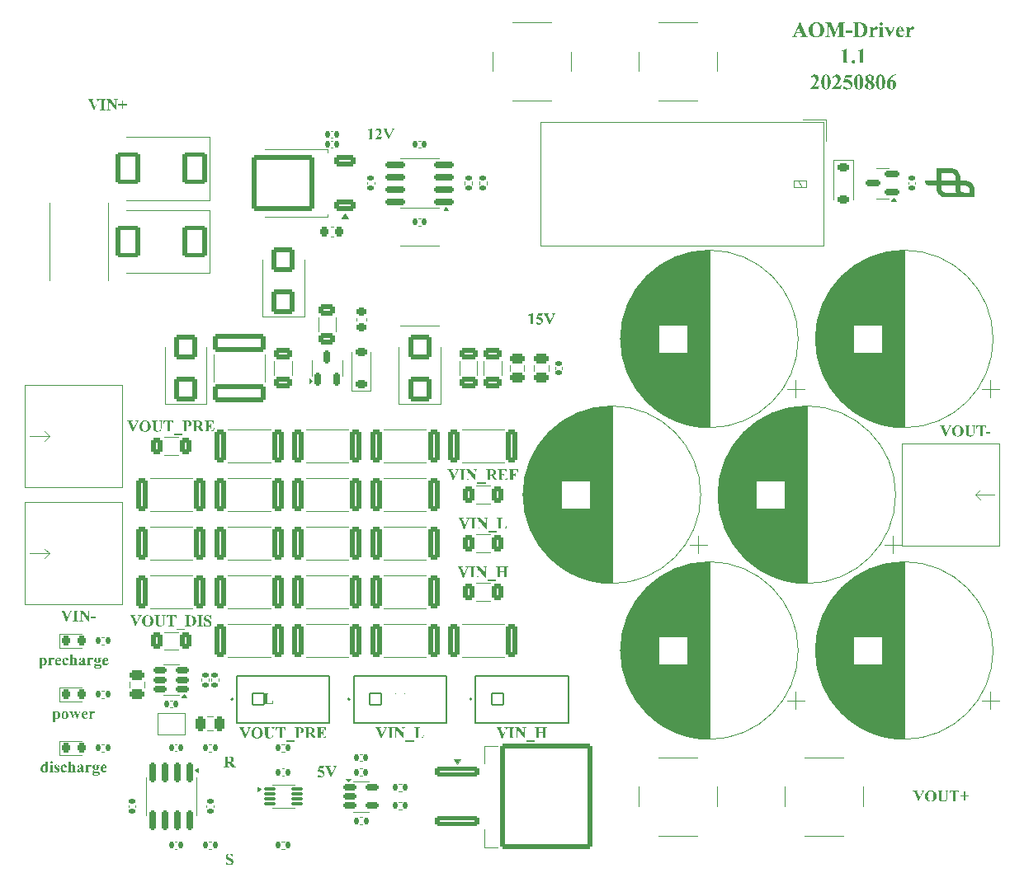
<source format=gbr>
%TF.GenerationSoftware,KiCad,Pcbnew,9.0.0*%
%TF.CreationDate,2025-08-07T11:31:08+08:00*%
%TF.ProjectId,Regen Clamp,52656765-6e20-4436-9c61-6d702e6b6963,1.1*%
%TF.SameCoordinates,PXa7d8c00PY8c30ac0*%
%TF.FileFunction,Legend,Top*%
%TF.FilePolarity,Positive*%
%FSLAX46Y46*%
G04 Gerber Fmt 4.6, Leading zero omitted, Abs format (unit mm)*
G04 Created by KiCad (PCBNEW 9.0.0) date 2025-08-07 11:31:08*
%MOMM*%
%LPD*%
G01*
G04 APERTURE LIST*
G04 Aperture macros list*
%AMRoundRect*
0 Rectangle with rounded corners*
0 $1 Rounding radius*
0 $2 $3 $4 $5 $6 $7 $8 $9 X,Y pos of 4 corners*
0 Add a 4 corners polygon primitive as box body*
4,1,4,$2,$3,$4,$5,$6,$7,$8,$9,$2,$3,0*
0 Add four circle primitives for the rounded corners*
1,1,$1+$1,$2,$3*
1,1,$1+$1,$4,$5*
1,1,$1+$1,$6,$7*
1,1,$1+$1,$8,$9*
0 Add four rect primitives between the rounded corners*
20,1,$1+$1,$2,$3,$4,$5,0*
20,1,$1+$1,$4,$5,$6,$7,0*
20,1,$1+$1,$6,$7,$8,$9,0*
20,1,$1+$1,$8,$9,$2,$3,0*%
G04 Aperture macros list end*
%ADD10C,0.200000*%
%ADD11C,0.120000*%
%ADD12C,0.100000*%
%ADD13C,0.127000*%
%ADD14C,0.000000*%
%ADD15C,0.050000*%
%ADD16R,2.850000X6.600000*%
%ADD17C,2.400000*%
%ADD18RoundRect,0.135000X0.185000X-0.135000X0.185000X0.135000X-0.185000X0.135000X-0.185000X-0.135000X0*%
%ADD19RoundRect,0.250000X0.362500X1.425000X-0.362500X1.425000X-0.362500X-1.425000X0.362500X-1.425000X0*%
%ADD20C,1.000000*%
%ADD21RoundRect,0.140000X0.140000X0.170000X-0.140000X0.170000X-0.140000X-0.170000X0.140000X-0.170000X0*%
%ADD22C,2.000000*%
%ADD23RoundRect,0.140000X0.170000X-0.140000X0.170000X0.140000X-0.170000X0.140000X-0.170000X-0.140000X0*%
%ADD24C,2.900000*%
%ADD25RoundRect,0.150000X0.825000X0.150000X-0.825000X0.150000X-0.825000X-0.150000X0.825000X-0.150000X0*%
%ADD26R,2.000000X2.000000*%
%ADD27RoundRect,0.250000X-0.650000X0.325000X-0.650000X-0.325000X0.650000X-0.325000X0.650000X0.325000X0*%
%ADD28RoundRect,0.102000X-0.609000X-0.609000X0.609000X-0.609000X0.609000X0.609000X-0.609000X0.609000X0*%
%ADD29C,1.422000*%
%ADD30RoundRect,0.250000X0.900000X-1.000000X0.900000X1.000000X-0.900000X1.000000X-0.900000X-1.000000X0*%
%ADD31RoundRect,0.250000X-0.362500X-1.425000X0.362500X-1.425000X0.362500X1.425000X-0.362500X1.425000X0*%
%ADD32C,3.200000*%
%ADD33RoundRect,0.150000X-0.150000X0.825000X-0.150000X-0.825000X0.150000X-0.825000X0.150000X0.825000X0*%
%ADD34RoundRect,0.250000X-0.312500X-0.625000X0.312500X-0.625000X0.312500X0.625000X-0.312500X0.625000X0*%
%ADD35R,2.400000X2.400000*%
%ADD36RoundRect,0.135000X-0.135000X-0.185000X0.135000X-0.185000X0.135000X0.185000X-0.135000X0.185000X0*%
%ADD37RoundRect,0.250000X0.312500X0.625000X-0.312500X0.625000X-0.312500X-0.625000X0.312500X-0.625000X0*%
%ADD38RoundRect,0.140000X-0.140000X-0.170000X0.140000X-0.170000X0.140000X0.170000X-0.140000X0.170000X0*%
%ADD39RoundRect,0.218750X-0.218750X-0.256250X0.218750X-0.256250X0.218750X0.256250X-0.218750X0.256250X0*%
%ADD40RoundRect,0.250000X0.625000X-0.312500X0.625000X0.312500X-0.625000X0.312500X-0.625000X-0.312500X0*%
%ADD41RoundRect,0.250000X-2.450000X0.650000X-2.450000X-0.650000X2.450000X-0.650000X2.450000X0.650000X0*%
%ADD42RoundRect,0.135000X0.135000X0.185000X-0.135000X0.185000X-0.135000X-0.185000X0.135000X-0.185000X0*%
%ADD43RoundRect,0.250000X-0.475000X0.250000X-0.475000X-0.250000X0.475000X-0.250000X0.475000X0.250000X0*%
%ADD44RoundRect,0.250000X0.850000X0.350000X-0.850000X0.350000X-0.850000X-0.350000X0.850000X-0.350000X0*%
%ADD45RoundRect,0.249997X2.950003X2.650003X-2.950003X2.650003X-2.950003X-2.650003X2.950003X-2.650003X0*%
%ADD46RoundRect,0.150000X0.512500X0.150000X-0.512500X0.150000X-0.512500X-0.150000X0.512500X-0.150000X0*%
%ADD47RoundRect,0.250000X-1.000000X1.400000X-1.000000X-1.400000X1.000000X-1.400000X1.000000X1.400000X0*%
%ADD48RoundRect,0.150000X0.150000X-0.512500X0.150000X0.512500X-0.150000X0.512500X-0.150000X-0.512500X0*%
%ADD49RoundRect,0.225000X-0.225000X-0.250000X0.225000X-0.250000X0.225000X0.250000X-0.225000X0.250000X0*%
%ADD50RoundRect,0.250000X-2.050000X-0.300000X2.050000X-0.300000X2.050000X0.300000X-2.050000X0.300000X0*%
%ADD51RoundRect,0.250002X-4.449998X-5.149998X4.449998X-5.149998X4.449998X5.149998X-4.449998X5.149998X0*%
%ADD52RoundRect,0.250000X-0.250000X-0.475000X0.250000X-0.475000X0.250000X0.475000X-0.250000X0.475000X0*%
%ADD53RoundRect,0.150000X-0.512500X-0.150000X0.512500X-0.150000X0.512500X0.150000X-0.512500X0.150000X0*%
%ADD54R,0.950000X2.100000*%
%ADD55RoundRect,0.225000X0.375000X-0.225000X0.375000X0.225000X-0.375000X0.225000X-0.375000X-0.225000X0*%
%ADD56RoundRect,0.087500X-0.537500X-0.087500X0.537500X-0.087500X0.537500X0.087500X-0.537500X0.087500X0*%
%ADD57RoundRect,0.225000X-0.250000X0.225000X-0.250000X-0.225000X0.250000X-0.225000X0.250000X0.225000X0*%
%ADD58RoundRect,0.140000X-0.170000X0.140000X-0.170000X-0.140000X0.170000X-0.140000X0.170000X0.140000X0*%
%ADD59R,6.000000X6.000000*%
%ADD60RoundRect,0.150000X0.587500X0.150000X-0.587500X0.150000X-0.587500X-0.150000X0.587500X-0.150000X0*%
%ADD61RoundRect,0.225000X-0.375000X0.225000X-0.375000X-0.225000X0.375000X-0.225000X0.375000X0.225000X0*%
%ADD62RoundRect,0.135000X-0.185000X0.135000X-0.185000X-0.135000X0.185000X-0.135000X0.185000X0.135000X0*%
G04 APERTURE END LIST*
D10*
G36*
X2350820Y11727095D02*
G01*
X2352571Y11647802D01*
X2355729Y11623194D01*
X2365590Y11599580D01*
X2380715Y11583773D01*
X2403038Y11574086D01*
X2445122Y11567653D01*
X2445122Y11539516D01*
X2121329Y11478553D01*
X2121329Y11599893D01*
X2062475Y11537102D01*
X2017648Y11503906D01*
X1969793Y11485044D01*
X1914773Y11478553D01*
X1845014Y11486797D01*
X1784385Y11510750D01*
X1730692Y11550845D01*
X1682791Y11609565D01*
X1645469Y11683375D01*
X1622141Y11769523D01*
X1613915Y11870710D01*
X1616076Y11906100D01*
X1854103Y11906100D01*
X1860425Y11769376D01*
X1875426Y11689652D01*
X1902232Y11626400D01*
X1933604Y11588023D01*
X1954957Y11576566D01*
X1985262Y11572342D01*
X2017055Y11578078D01*
X2049531Y11596421D01*
X2084055Y11630964D01*
X2121329Y11687381D01*
X2121329Y12097562D01*
X2085998Y12150853D01*
X2049956Y12184871D01*
X2012726Y12203879D01*
X1972952Y12210109D01*
X1944755Y12205808D01*
X1922980Y12193623D01*
X1897166Y12161386D01*
X1873374Y12103497D01*
X1859806Y12030501D01*
X1854103Y11906100D01*
X1616076Y11906100D01*
X1618894Y11952240D01*
X1633269Y12025678D01*
X1656486Y12092140D01*
X1689582Y12153810D01*
X1728487Y12202438D01*
X1773283Y12239858D01*
X1824575Y12267867D01*
X1877427Y12284330D01*
X1932798Y12289830D01*
X1985497Y12284420D01*
X2030324Y12268947D01*
X2071968Y12242244D01*
X2121329Y12196041D01*
X2121329Y12425825D01*
X2118743Y12508812D01*
X2113929Y12536393D01*
X2101363Y12558367D01*
X2084400Y12573250D01*
X2060214Y12581544D01*
X2010687Y12585266D01*
X2010687Y12613403D01*
X2350820Y12613403D01*
X2350820Y11727095D01*
G37*
G36*
X2723339Y12636850D02*
G01*
X2757300Y12632635D01*
X2786982Y12620326D01*
X2813465Y12599555D01*
X2834075Y12572843D01*
X2846245Y12543262D01*
X2850394Y12509795D01*
X2846204Y12476413D01*
X2833920Y12446985D01*
X2813098Y12420476D01*
X2786392Y12399909D01*
X2756811Y12387762D01*
X2723339Y12383619D01*
X2689879Y12387769D01*
X2660426Y12399922D01*
X2633946Y12420476D01*
X2613388Y12446954D01*
X2601238Y12476384D01*
X2597090Y12509795D01*
X2601232Y12543267D01*
X2613380Y12572848D01*
X2633946Y12599555D01*
X2660457Y12620372D01*
X2689908Y12632659D01*
X2723339Y12636850D01*
G37*
G36*
X2838084Y12266383D02*
G01*
X2838084Y11661442D01*
X2844160Y11587134D01*
X2856915Y11556296D01*
X2881789Y11539461D01*
X2930774Y11530137D01*
X2930774Y11502000D01*
X2516783Y11502000D01*
X2516783Y11530137D01*
X2562586Y11539075D01*
X2592181Y11560033D01*
X2603111Y11587426D01*
X2608594Y11661442D01*
X2608594Y12106941D01*
X2602496Y12181241D01*
X2589689Y12212088D01*
X2564981Y12228951D01*
X2516783Y12238246D01*
X2516783Y12266383D01*
X2838084Y12266383D01*
G37*
G36*
X3489993Y12285141D02*
G01*
X3502303Y12022531D01*
X3474386Y12022531D01*
X3436729Y12102385D01*
X3402239Y12155671D01*
X3370705Y12188934D01*
X3333117Y12214728D01*
X3297790Y12229007D01*
X3263726Y12233557D01*
X3232469Y12227846D01*
X3206280Y12210842D01*
X3188321Y12186101D01*
X3182540Y12158525D01*
X3186464Y12137181D01*
X3198953Y12115661D01*
X3238274Y12078237D01*
X3345645Y11999890D01*
X3424876Y11941525D01*
X3475223Y11895936D01*
X3504281Y11860598D01*
X3525462Y11820958D01*
X3538147Y11778523D01*
X3542456Y11732444D01*
X3534607Y11669348D01*
X3510436Y11606268D01*
X3485965Y11567958D01*
X3456068Y11536610D01*
X3420310Y11511526D01*
X3359472Y11486904D01*
X3291643Y11478553D01*
X3232999Y11485685D01*
X3144878Y11511966D01*
X3111245Y11520758D01*
X3087852Y11512495D01*
X3066183Y11483243D01*
X3039145Y11483243D01*
X3026029Y11759921D01*
X3053873Y11759921D01*
X3083321Y11687467D01*
X3117202Y11632212D01*
X3155063Y11591100D01*
X3200329Y11557990D01*
X3240403Y11540291D01*
X3276842Y11534827D01*
X3313100Y11541100D01*
X3341176Y11559153D01*
X3359929Y11586076D01*
X3366162Y11618065D01*
X3359941Y11655140D01*
X3341542Y11686502D01*
X3308385Y11717471D01*
X3231706Y11773843D01*
X3119132Y11858721D01*
X3069407Y11907419D01*
X3039029Y11954696D01*
X3021272Y12004037D01*
X3015331Y12056603D01*
X3022037Y12113721D01*
X3042061Y12166954D01*
X3076368Y12217656D01*
X3109306Y12248489D01*
X3148753Y12270816D01*
X3196035Y12284842D01*
X3253028Y12289830D01*
X3313926Y12282413D01*
X3373562Y12259788D01*
X3395057Y12250202D01*
X3409613Y12247625D01*
X3433353Y12253267D01*
X3462076Y12285141D01*
X3489993Y12285141D01*
G37*
G36*
X4283978Y11699691D02*
G01*
X4309403Y11680054D01*
X4268887Y11615856D01*
X4223991Y11565924D01*
X4174581Y11528305D01*
X4119073Y11500454D01*
X4062123Y11484037D01*
X4002830Y11478553D01*
X3928616Y11486065D01*
X3864285Y11507701D01*
X3807763Y11543240D01*
X3757732Y11593958D01*
X3717936Y11653926D01*
X3689424Y11719436D01*
X3671947Y11791526D01*
X3665921Y11871516D01*
X3671354Y11948788D01*
X3687212Y12019740D01*
X3713202Y12085393D01*
X3749525Y12146582D01*
X3793674Y12198908D01*
X3842703Y12238466D01*
X3897210Y12266611D01*
X3958291Y12283855D01*
X4027449Y12289830D01*
X4104578Y12282524D01*
X4166472Y12262205D01*
X4216347Y12230040D01*
X4256738Y12186679D01*
X4279172Y12142744D01*
X4286469Y12096683D01*
X4279097Y12053932D01*
X4258185Y12022164D01*
X4226205Y12001602D01*
X4184033Y11994394D01*
X4139430Y12002553D01*
X4104019Y12026414D01*
X4087345Y12050057D01*
X4073922Y12086583D01*
X4065111Y12140647D01*
X4055704Y12187621D01*
X4041371Y12213040D01*
X4020568Y12228551D01*
X3997041Y12233557D01*
X3972909Y12229232D01*
X3950822Y12215972D01*
X3929850Y12191791D01*
X3907936Y12147480D01*
X3892926Y12084965D01*
X3887205Y11998644D01*
X3895883Y11892559D01*
X3921643Y11791941D01*
X3949029Y11728763D01*
X3980569Y11680674D01*
X4015945Y11645029D01*
X4047536Y11625618D01*
X4082718Y11613894D01*
X4122484Y11609858D01*
X4161556Y11614534D01*
X4198688Y11628616D01*
X4234906Y11653193D01*
X4283978Y11699691D01*
G37*
G36*
X4717313Y12613403D02*
G01*
X4717313Y12166659D01*
X4781117Y12226931D01*
X4832864Y12261913D01*
X4886684Y12282935D01*
X4941894Y12289830D01*
X4988560Y12285085D01*
X5029270Y12271377D01*
X5065286Y12248797D01*
X5108428Y12203413D01*
X5133283Y12152370D01*
X5145001Y12087501D01*
X5150136Y11965671D01*
X5150136Y11666132D01*
X5155587Y11587473D01*
X5166549Y11557395D01*
X5188619Y11540984D01*
X5232934Y11530137D01*
X5232934Y11502000D01*
X4844368Y11502000D01*
X4844368Y11530137D01*
X4881018Y11541577D01*
X4905844Y11562744D01*
X4915696Y11591730D01*
X4920572Y11666132D01*
X4920572Y12007144D01*
X4918081Y12093416D01*
X4913172Y12126139D01*
X4903058Y12147949D01*
X4888185Y12163801D01*
X4869461Y12173914D01*
X4848472Y12177283D01*
X4816698Y12171897D01*
X4784504Y12154862D01*
X4754601Y12126827D01*
X4717313Y12076167D01*
X4717313Y11666132D01*
X4721434Y11592362D01*
X4729623Y11564356D01*
X4751519Y11542973D01*
X4793517Y11530137D01*
X4793517Y11502000D01*
X4404951Y11502000D01*
X4404951Y11530137D01*
X4448092Y11541126D01*
X4473827Y11561058D01*
X4482960Y11587729D01*
X4487749Y11666132D01*
X4487749Y12449272D01*
X4482430Y12527672D01*
X4471776Y12557423D01*
X4449988Y12573776D01*
X4404951Y12585266D01*
X4404951Y12613403D01*
X4717313Y12613403D01*
G37*
G36*
X5794062Y12284118D02*
G01*
X5850569Y12268438D01*
X5895174Y12244181D01*
X5934479Y12211022D01*
X5961180Y12178216D01*
X5977533Y12145336D01*
X5985232Y12100623D01*
X5989037Y11989485D01*
X5989037Y11696393D01*
X5993140Y11631400D01*
X6005450Y11611617D01*
X6024281Y11605169D01*
X6044728Y11610066D01*
X6067732Y11626857D01*
X6092352Y11612789D01*
X6048643Y11556172D01*
X6007502Y11521125D01*
X5961098Y11499862D01*
X5907924Y11492622D01*
X5865264Y11496525D01*
X5831752Y11507264D01*
X5805415Y11524056D01*
X5784833Y11547374D01*
X5769659Y11578422D01*
X5760352Y11619237D01*
X5684472Y11558514D01*
X5618479Y11519956D01*
X5560512Y11499084D01*
X5508660Y11492622D01*
X5466698Y11497550D01*
X5430825Y11511770D01*
X5399630Y11535413D01*
X5375559Y11566225D01*
X5361155Y11601494D01*
X5356179Y11642611D01*
X5364195Y11697650D01*
X5373185Y11716763D01*
X5580834Y11716763D01*
X5587511Y11681684D01*
X5607871Y11650671D01*
X5631716Y11634426D01*
X5665244Y11628616D01*
X5691209Y11632890D01*
X5722305Y11647338D01*
X5760352Y11675511D01*
X5760352Y11929767D01*
X5696555Y11887767D01*
X5648197Y11846452D01*
X5612781Y11805716D01*
X5588436Y11760375D01*
X5580834Y11716763D01*
X5373185Y11716763D01*
X5388536Y11749402D01*
X5431577Y11799562D01*
X5487316Y11841924D01*
X5590184Y11901978D01*
X5760352Y11985088D01*
X5760352Y12064003D01*
X5757187Y12144891D01*
X5750900Y12176037D01*
X5737816Y12197053D01*
X5715216Y12216338D01*
X5687511Y12229206D01*
X5656232Y12233557D01*
X5606310Y12227101D01*
X5568524Y12209230D01*
X5552164Y12192250D01*
X5547202Y12173986D01*
X5551937Y12156213D01*
X5570136Y12130315D01*
X5594194Y12093225D01*
X5601277Y12060633D01*
X5593807Y12022566D01*
X5571308Y11990511D01*
X5537556Y11969088D01*
X5493053Y11961568D01*
X5445103Y11969550D01*
X5406591Y11992709D01*
X5380236Y12027111D01*
X5371786Y12065762D01*
X5376698Y12103554D01*
X5391781Y12140843D01*
X5418461Y12178602D01*
X5452398Y12210647D01*
X5495326Y12238207D01*
X5548814Y12261107D01*
X5633909Y12282617D01*
X5722617Y12289830D01*
X5794062Y12284118D01*
G37*
G36*
X6494839Y12266383D02*
G01*
X6494839Y12094705D01*
X6549374Y12172016D01*
X6593245Y12221847D01*
X6628416Y12251215D01*
X6686677Y12280814D01*
X6739131Y12289830D01*
X6781159Y12282578D01*
X6812477Y12261987D01*
X6832605Y12229737D01*
X6839954Y12183291D01*
X6832751Y12133560D01*
X6813283Y12099248D01*
X6783660Y12076770D01*
X6748950Y12069425D01*
X6708158Y12076133D01*
X6673552Y12095950D01*
X6635816Y12125699D01*
X6616985Y12130388D01*
X6594312Y12126083D01*
X6571922Y12112437D01*
X6543096Y12079852D01*
X6521071Y12033302D01*
X6501619Y11951487D01*
X6494839Y11858619D01*
X6494839Y11682325D01*
X6495645Y11637995D01*
X6497530Y11594257D01*
X6501361Y11576519D01*
X6513811Y11556525D01*
X6530450Y11543180D01*
X6553265Y11535337D01*
X6595663Y11530137D01*
X6595663Y11502000D01*
X6181671Y11502000D01*
X6181671Y11530137D01*
X6226058Y11540058D01*
X6249302Y11557468D01*
X6261025Y11590458D01*
X6266961Y11680200D01*
X6266961Y12102252D01*
X6264776Y12163810D01*
X6260366Y12188421D01*
X6249944Y12209505D01*
X6236626Y12223005D01*
X6217692Y12231556D01*
X6181671Y12238246D01*
X6181671Y12266383D01*
X6494839Y12266383D01*
G37*
G36*
X7332897Y12281904D02*
G01*
X7414194Y12257004D01*
X7672481Y12257004D01*
X7672481Y12167904D01*
X7525715Y12167904D01*
X7561361Y12127429D01*
X7581476Y12094924D01*
X7596205Y12049635D01*
X7601113Y12002308D01*
X7595876Y11949183D01*
X7580687Y11902206D01*
X7555610Y11860085D01*
X7522306Y11823458D01*
X7481377Y11792058D01*
X7431779Y11765783D01*
X7354840Y11739540D01*
X7292927Y11731784D01*
X7194522Y11735887D01*
X7160355Y11729852D01*
X7132606Y11712147D01*
X7113795Y11685936D01*
X7107620Y11655434D01*
X7113233Y11629114D01*
X7130115Y11607953D01*
X7157056Y11594818D01*
X7203534Y11589488D01*
X7345317Y11591100D01*
X7461473Y11585563D01*
X7536572Y11571827D01*
X7582282Y11553365D01*
X7623265Y11523152D01*
X7651591Y11487027D01*
X7668839Y11443949D01*
X7674899Y11391871D01*
X7670156Y11346770D01*
X7656079Y11304850D01*
X7632254Y11265183D01*
X7601001Y11230666D01*
X7563818Y11202731D01*
X7519927Y11181065D01*
X7448357Y11159331D01*
X7367661Y11145686D01*
X7276514Y11140912D01*
X7175720Y11146145D01*
X7087910Y11160989D01*
X7032016Y11177716D01*
X6992549Y11196472D01*
X6965764Y11216603D01*
X6937490Y11254381D01*
X6928908Y11291414D01*
X6931917Y11306802D01*
X7066661Y11306802D01*
X7071468Y11281283D01*
X7086632Y11256424D01*
X7115021Y11231184D01*
X7149681Y11214510D01*
X7207186Y11202170D01*
X7297031Y11197185D01*
X7372963Y11201132D01*
X7431545Y11211726D01*
X7476109Y11227447D01*
X7514161Y11251997D01*
X7534618Y11279894D01*
X7541322Y11312517D01*
X7538164Y11331590D01*
X7529012Y11346882D01*
X7502630Y11366836D01*
X7462188Y11380441D01*
X7399612Y11386364D01*
X7224051Y11389453D01*
X7147600Y11385004D01*
X7113409Y11375532D01*
X7086433Y11355599D01*
X7071586Y11333063D01*
X7066661Y11306802D01*
X6931917Y11306802D01*
X6935818Y11326750D01*
X6957191Y11358972D01*
X6993102Y11384204D01*
X7062557Y11409237D01*
X7013111Y11440116D01*
X6980844Y11474092D01*
X6962280Y11511622D01*
X6956019Y11554244D01*
X6960571Y11590319D01*
X6974605Y11626412D01*
X6999469Y11663421D01*
X7031397Y11695024D01*
X7076285Y11725790D01*
X7137149Y11755525D01*
X7066803Y11787228D01*
X7014950Y11822563D01*
X6978074Y11861184D01*
X6950856Y11906969D01*
X6934503Y11957107D01*
X6931254Y11989485D01*
X7159278Y11989485D01*
X7163976Y11908442D01*
X7175683Y11855909D01*
X7191664Y11823668D01*
X7215765Y11797706D01*
X7240974Y11783366D01*
X7268308Y11778679D01*
X7298898Y11783506D01*
X7325820Y11797903D01*
X7350227Y11823229D01*
X7366246Y11855440D01*
X7378194Y11910064D01*
X7383053Y11996812D01*
X7377652Y12094391D01*
X7364276Y12156913D01*
X7346197Y12194649D01*
X7326188Y12216382D01*
X7302056Y12229133D01*
X7272411Y12233557D01*
X7243078Y12228549D01*
X7216657Y12213369D01*
X7192031Y12186076D01*
X7176326Y12151770D01*
X7164267Y12090438D01*
X7159278Y11989485D01*
X6931254Y11989485D01*
X6928908Y12012859D01*
X6934564Y12066743D01*
X6951299Y12116440D01*
X6979541Y12163097D01*
X7020719Y12207472D01*
X7068770Y12242833D01*
X7123271Y12268402D01*
X7185426Y12284279D01*
X7256804Y12289830D01*
X7332897Y12281904D01*
G37*
G36*
X8172554Y12283941D02*
G01*
X8224104Y12266506D01*
X8272574Y12237052D01*
X8318747Y12194063D01*
X8354426Y12144361D01*
X8382300Y12082258D01*
X8401658Y12005181D01*
X8410998Y11909984D01*
X7990485Y11909984D01*
X7999068Y11834726D01*
X8015945Y11771178D01*
X8040256Y11717525D01*
X8071671Y11672287D01*
X8112981Y11634273D01*
X8157773Y11612476D01*
X8207739Y11605169D01*
X8254705Y11612073D01*
X8297058Y11632719D01*
X8335482Y11667657D01*
X8383154Y11731784D01*
X8410998Y11713026D01*
X8364514Y11630693D01*
X8318610Y11571854D01*
X8273245Y11531823D01*
X8220809Y11502428D01*
X8163095Y11484655D01*
X8098709Y11478553D01*
X8031571Y11484184D01*
X7973610Y11500264D01*
X7923168Y11526201D01*
X7879024Y11562266D01*
X7840495Y11609565D01*
X7802344Y11682993D01*
X7778454Y11769344D01*
X7770007Y11871516D01*
X7777170Y11966804D01*
X7784122Y11994614D01*
X7986382Y11994614D01*
X7986382Y11966257D01*
X8209351Y11966257D01*
X8204862Y12086510D01*
X8194989Y12145263D01*
X8175926Y12189169D01*
X8150366Y12218975D01*
X8130985Y12229680D01*
X8104424Y12233557D01*
X8078152Y12229119D01*
X8055276Y12215844D01*
X8034742Y12192231D01*
X8009199Y12141844D01*
X7992506Y12077182D01*
X7986382Y11994614D01*
X7784122Y11994614D01*
X7797431Y12047849D01*
X7829652Y12117086D01*
X7873688Y12176404D01*
X7929445Y12227294D01*
X7987842Y12262193D01*
X8049808Y12282855D01*
X8116734Y12289830D01*
X8172554Y12283941D01*
G37*
G36*
X95083709Y47113403D02*
G01*
X95083709Y47085266D01*
X95045616Y47074106D01*
X95009787Y47053017D01*
X94975485Y47020566D01*
X94939635Y46964782D01*
X94873050Y46828079D01*
X94490272Y45978553D01*
X94463161Y45978553D01*
X94081996Y46861564D01*
X94016318Y47005189D01*
X93989745Y47049876D01*
X93959476Y47071295D01*
X93901671Y47085266D01*
X93901671Y47113403D01*
X94434512Y47113403D01*
X94434512Y47085266D01*
X94416486Y47085266D01*
X94350583Y47079636D01*
X94318081Y47066948D01*
X94304043Y47051671D01*
X94299250Y47030238D01*
X94305771Y46994774D01*
X94350101Y46886477D01*
X94586992Y46334439D01*
X94806664Y46826027D01*
X94855024Y46946048D01*
X94864037Y46998291D01*
X94860699Y47021879D01*
X94850921Y47042182D01*
X94835131Y47058656D01*
X94812380Y47071198D01*
X94774028Y47081340D01*
X94718957Y47085266D01*
X94718957Y47113403D01*
X95083709Y47113403D01*
G37*
G36*
X95822556Y47124021D02*
G01*
X95917154Y47106324D01*
X96001977Y47075297D01*
X96078533Y47031075D01*
X96147924Y46973012D01*
X96207763Y46903937D01*
X96253756Y46829288D01*
X96286768Y46748240D01*
X96306998Y46659631D01*
X96313960Y46562025D01*
X96306000Y46458329D01*
X96282699Y46362877D01*
X96244297Y46274176D01*
X96190202Y46191044D01*
X96132029Y46126348D01*
X96067420Y46074056D01*
X95995758Y46033222D01*
X95916058Y46003462D01*
X95827011Y45984979D01*
X95727045Y45978553D01*
X95626253Y45984753D01*
X95536662Y46002552D01*
X95456710Y46031130D01*
X95385083Y46070188D01*
X95320764Y46119966D01*
X95263081Y46181226D01*
X95206652Y46264596D01*
X95166455Y46354752D01*
X95141949Y46453049D01*
X95134094Y46554038D01*
X95429484Y46554038D01*
X95437192Y46407845D01*
X95458082Y46292807D01*
X95489433Y46203270D01*
X95529501Y46134405D01*
X95567891Y46092833D01*
X95612286Y46063639D01*
X95663869Y46045767D01*
X95724553Y46039516D01*
X95779524Y46044391D01*
X95825974Y46058209D01*
X95865530Y46080402D01*
X95908029Y46119849D01*
X95945582Y46174472D01*
X95977858Y46247684D01*
X95998847Y46325443D01*
X96012857Y46423990D01*
X96018011Y46547444D01*
X96012368Y46695397D01*
X95997712Y46802131D01*
X95976978Y46876659D01*
X95944748Y46946664D01*
X95909813Y46996711D01*
X95872491Y47030898D01*
X95828317Y47055759D01*
X95779947Y47070752D01*
X95726239Y47075887D01*
X95668395Y47069722D01*
X95617531Y47051821D01*
X95572073Y47022087D01*
X95531061Y46979147D01*
X95494257Y46920476D01*
X95468338Y46857257D01*
X95447956Y46777387D01*
X95434432Y46677550D01*
X95429484Y46554038D01*
X95134094Y46554038D01*
X95133535Y46561219D01*
X95140576Y46658667D01*
X95161050Y46747231D01*
X95194500Y46828354D01*
X95241169Y46903196D01*
X95301989Y46972573D01*
X95372791Y47031705D01*
X95448597Y47076160D01*
X95530274Y47106911D01*
X95619030Y47124190D01*
X95716347Y47127472D01*
X95822556Y47124021D01*
G37*
G36*
X96413318Y47113403D02*
G01*
X96987118Y47113403D01*
X96987118Y47085266D01*
X96958395Y47085266D01*
X96899002Y47080990D01*
X96869515Y47071418D01*
X96848699Y47054820D01*
X96835077Y47033243D01*
X96828278Y47000072D01*
X96824819Y46911756D01*
X96824819Y46370856D01*
X96828280Y46269975D01*
X96836629Y46208632D01*
X96847313Y46174558D01*
X96876536Y46131225D01*
X96921539Y46094691D01*
X96957306Y46077656D01*
X97000237Y46066831D01*
X97051891Y46062964D01*
X97110871Y46067746D01*
X97161627Y46081370D01*
X97205618Y46103264D01*
X97244348Y46133505D01*
X97275863Y46170317D01*
X97300652Y46214492D01*
X97316151Y46263696D01*
X97327641Y46342385D01*
X97332233Y46461275D01*
X97332233Y46911756D01*
X97327527Y46982383D01*
X97316626Y47020713D01*
X97298281Y47049238D01*
X97277352Y47065996D01*
X97236129Y47079818D01*
X97173231Y47085266D01*
X97173231Y47113403D01*
X97557694Y47113403D01*
X97557694Y47085266D01*
X97534759Y47085266D01*
X97490703Y47080144D01*
X97456870Y47065996D01*
X97430340Y47042320D01*
X97411734Y47008183D01*
X97404399Y46975937D01*
X97401110Y46911756D01*
X97401110Y46491683D01*
X97397429Y46360021D01*
X97388067Y46269491D01*
X97375244Y46210242D01*
X97351476Y46156888D01*
X97310776Y46104135D01*
X97249435Y46051167D01*
X97198330Y46021015D01*
X97137125Y45998329D01*
X97063928Y45983766D01*
X96976493Y45978553D01*
X96880269Y45983617D01*
X96807540Y45997088D01*
X96753524Y46016875D01*
X96686249Y46056903D01*
X96636664Y46101453D01*
X96601849Y46150671D01*
X96578598Y46206860D01*
X96563241Y46278782D01*
X96557592Y46370123D01*
X96557592Y46911756D01*
X96553971Y47000734D01*
X96546895Y47033682D01*
X96532678Y47054847D01*
X96510038Y47071857D01*
X96478076Y47081546D01*
X96413318Y47085266D01*
X96413318Y47113403D01*
G37*
G36*
X98645283Y47113403D02*
G01*
X98645283Y46808588D01*
X98615827Y46808588D01*
X98585613Y46905311D01*
X98557575Y46959603D01*
X98520239Y47000419D01*
X98469867Y47032876D01*
X98432726Y47043196D01*
X98360837Y47047751D01*
X98278039Y47047751D01*
X98278039Y46194268D01*
X98281200Y46114735D01*
X98287418Y46084799D01*
X98300675Y46065055D01*
X98324348Y46046550D01*
X98354908Y46034678D01*
X98399379Y46030137D01*
X98436235Y46030137D01*
X98436235Y46002000D01*
X97854229Y46002000D01*
X97854229Y46030137D01*
X97891085Y46030137D01*
X97936506Y46034956D01*
X97968974Y46047796D01*
X97987507Y46063169D01*
X98002606Y46088243D01*
X98008547Y46116399D01*
X98011619Y46194268D01*
X98011619Y47047751D01*
X97931312Y47047751D01*
X97857805Y47041413D01*
X97805194Y47024706D01*
X97768207Y46999757D01*
X97727852Y46950911D01*
X97697546Y46888262D01*
X97678008Y46808588D01*
X97646867Y46808588D01*
X97646867Y47113403D01*
X98645283Y47113403D01*
G37*
G36*
X99071144Y46302126D02*
G01*
X98593186Y46302126D01*
X98593186Y46470947D01*
X99071144Y46470947D01*
X99071144Y46302126D01*
G37*
G36*
X45583709Y32613403D02*
G01*
X45583709Y32585266D01*
X45545616Y32574106D01*
X45509787Y32553017D01*
X45475485Y32520566D01*
X45439635Y32464782D01*
X45373050Y32328079D01*
X44990272Y31478553D01*
X44963161Y31478553D01*
X44581996Y32361564D01*
X44516318Y32505189D01*
X44489745Y32549876D01*
X44459476Y32571295D01*
X44401671Y32585266D01*
X44401671Y32613403D01*
X44934512Y32613403D01*
X44934512Y32585266D01*
X44916486Y32585266D01*
X44850583Y32579636D01*
X44818081Y32566948D01*
X44804043Y32551671D01*
X44799250Y32530238D01*
X44805771Y32494774D01*
X44850101Y32386477D01*
X45086992Y31834439D01*
X45306664Y32326027D01*
X45355024Y32446048D01*
X45364037Y32498291D01*
X45360699Y32521879D01*
X45350921Y32542182D01*
X45335131Y32558656D01*
X45312380Y32571198D01*
X45274028Y32581340D01*
X45218957Y32585266D01*
X45218957Y32613403D01*
X45583709Y32613403D01*
G37*
G36*
X46215614Y31530137D02*
G01*
X46215614Y31502000D01*
X45634414Y31502000D01*
X45634414Y31530137D01*
X45671270Y31530137D01*
X45716691Y31534956D01*
X45749159Y31547796D01*
X45767524Y31563193D01*
X45781985Y31588243D01*
X45787926Y31616399D01*
X45790998Y31694268D01*
X45790998Y32421135D01*
X45787958Y32500671D01*
X45781985Y32530532D01*
X45769061Y32550317D01*
X45745495Y32568853D01*
X45715029Y32580746D01*
X45671270Y32585266D01*
X45634414Y32585266D01*
X45634414Y32613403D01*
X46215614Y32613403D01*
X46215614Y32585266D01*
X46178758Y32585266D01*
X46133391Y32580452D01*
X46100869Y32567608D01*
X46082336Y32552235D01*
X46067237Y32527161D01*
X46061296Y32499005D01*
X46058224Y32421135D01*
X46058224Y31694268D01*
X46061384Y31614735D01*
X46067603Y31584799D01*
X46080860Y31565055D01*
X46104532Y31546550D01*
X46134999Y31534658D01*
X46178758Y31530137D01*
X46215614Y31530137D01*
G37*
G36*
X46671884Y32613403D02*
G01*
X47220258Y31930427D01*
X47220258Y32402377D01*
X47216066Y32469990D01*
X47205680Y32513072D01*
X47191535Y32538958D01*
X47161801Y32564068D01*
X47119354Y32580041D01*
X47059571Y32585266D01*
X47059571Y32613403D01*
X47426814Y32613403D01*
X47426814Y32585266D01*
X47362427Y32573400D01*
X47332146Y32561673D01*
X47311172Y32543303D01*
X47294410Y32514485D01*
X47285045Y32475888D01*
X47280928Y32402377D01*
X47280928Y31478553D01*
X47253084Y31478553D01*
X46501378Y32404722D01*
X46501378Y31694268D01*
X46507371Y31631462D01*
X46522705Y31590112D01*
X46545195Y31563916D01*
X46592121Y31538627D01*
X46645652Y31530137D01*
X46671884Y31530137D01*
X46671884Y31502000D01*
X46277530Y31502000D01*
X46277530Y31530137D01*
X46337809Y31535694D01*
X46378638Y31548986D01*
X46405391Y31568019D01*
X46423962Y31595294D01*
X46436631Y31635773D01*
X46441514Y31694268D01*
X46441514Y32478435D01*
X46417774Y32507670D01*
X46381936Y32548765D01*
X46355419Y32568853D01*
X46325007Y32579720D01*
X46277530Y32585266D01*
X46277530Y32613403D01*
X46671884Y32613403D01*
G37*
G36*
X47450408Y31248770D02*
G01*
X48321036Y31248770D01*
X48321036Y31140912D01*
X47450408Y31140912D01*
X47450408Y31248770D01*
G37*
G36*
X48764484Y32036599D02*
G01*
X48764484Y31694268D01*
X48767644Y31614735D01*
X48773863Y31584799D01*
X48787119Y31565055D01*
X48810792Y31546550D01*
X48841259Y31534658D01*
X48885017Y31530137D01*
X48921874Y31530137D01*
X48921874Y31502000D01*
X48340673Y31502000D01*
X48340673Y31530137D01*
X48377530Y31530137D01*
X48422951Y31534956D01*
X48455419Y31547796D01*
X48473784Y31563193D01*
X48488245Y31588243D01*
X48494186Y31616399D01*
X48497258Y31694268D01*
X48497258Y32421135D01*
X48494218Y32500671D01*
X48488245Y32530532D01*
X48475321Y32550317D01*
X48451755Y32568853D01*
X48421289Y32580746D01*
X48377530Y32585266D01*
X48340673Y32585266D01*
X48340673Y32613403D01*
X48921874Y32613403D01*
X48921874Y32585266D01*
X48885017Y32585266D01*
X48839651Y32580452D01*
X48807128Y32567608D01*
X48788595Y32552235D01*
X48773496Y32527161D01*
X48767555Y32499005D01*
X48764484Y32421135D01*
X48764484Y32106941D01*
X49157153Y32106941D01*
X49157153Y32421135D01*
X49154113Y32500671D01*
X49148140Y32530532D01*
X49135144Y32550286D01*
X49111211Y32568853D01*
X49080429Y32580758D01*
X49036619Y32585266D01*
X49000569Y32585266D01*
X49000569Y32613403D01*
X49580963Y32613403D01*
X49580963Y32585266D01*
X49544913Y32585266D01*
X49498893Y32580401D01*
X49467024Y32567608D01*
X49448490Y32552235D01*
X49433392Y32527161D01*
X49427451Y32499005D01*
X49424379Y32421135D01*
X49424379Y31694268D01*
X49427417Y31614725D01*
X49433392Y31584799D01*
X49446369Y31565100D01*
X49470248Y31546550D01*
X49501093Y31534644D01*
X49544913Y31530137D01*
X49580963Y31530137D01*
X49580963Y31502000D01*
X49000569Y31502000D01*
X49000569Y31530137D01*
X49036619Y31530137D01*
X49082638Y31535003D01*
X49114508Y31547796D01*
X49133041Y31563169D01*
X49148140Y31588243D01*
X49154081Y31616399D01*
X49157153Y31694268D01*
X49157153Y32036599D01*
X48764484Y32036599D01*
G37*
G36*
X35601236Y77636850D02*
G01*
X35601236Y76727095D01*
X35604221Y76632803D01*
X35610248Y76595057D01*
X35623865Y76569500D01*
X35647910Y76548309D01*
X35681495Y76535464D01*
X35739795Y76530137D01*
X35765220Y76530137D01*
X35765220Y76502000D01*
X35179917Y76502000D01*
X35179917Y76530137D01*
X35209446Y76530137D01*
X35275296Y76535112D01*
X35311075Y76546697D01*
X35336780Y76566685D01*
X35352035Y76592199D01*
X35359183Y76630583D01*
X35362732Y76727095D01*
X35362732Y77303899D01*
X35360237Y77374403D01*
X35355332Y77400912D01*
X35345068Y77418522D01*
X35327855Y77433811D01*
X35306469Y77443910D01*
X35281546Y77447367D01*
X35238192Y77441562D01*
X35179843Y77421135D01*
X35165116Y77449272D01*
X35574198Y77636850D01*
X35601236Y77636850D01*
G37*
G36*
X36589027Y76502000D02*
G01*
X35934847Y76502000D01*
X35934847Y76520099D01*
X36136899Y76768307D01*
X36248375Y76918874D01*
X36300039Y77002381D01*
X36336674Y77086783D01*
X36357653Y77167074D01*
X36364446Y77244401D01*
X36358261Y77299738D01*
X36340492Y77346852D01*
X36311176Y77387576D01*
X36272676Y77419458D01*
X36229760Y77438195D01*
X36180824Y77444582D01*
X36121755Y77436797D01*
X36070582Y77414049D01*
X36025244Y77375413D01*
X35984892Y77317674D01*
X35954557Y77328445D01*
X35991584Y77429537D01*
X36036641Y77505603D01*
X36088940Y77561379D01*
X36152421Y77603437D01*
X36221211Y77628379D01*
X36297181Y77636850D01*
X36352409Y77632381D01*
X36403499Y77619251D01*
X36451274Y77597503D01*
X36494547Y77567925D01*
X36530688Y77532193D01*
X36560304Y77489792D01*
X36590502Y77421295D01*
X36599651Y77361638D01*
X36593230Y77290394D01*
X36573452Y77217013D01*
X36538982Y77140427D01*
X36475131Y77043338D01*
X36360801Y76906291D01*
X36177527Y76717716D01*
X36417715Y76717716D01*
X36498619Y76720032D01*
X36532900Y76724823D01*
X36557563Y76734674D01*
X36576790Y76749077D01*
X36594060Y76771485D01*
X36621853Y76820884D01*
X36651309Y76820884D01*
X36589027Y76502000D01*
G37*
G36*
X37928455Y77613403D02*
G01*
X37928455Y77585266D01*
X37890362Y77574106D01*
X37854532Y77553017D01*
X37820231Y77520566D01*
X37784381Y77464782D01*
X37717795Y77328079D01*
X37335018Y76478553D01*
X37307907Y76478553D01*
X36926741Y77361564D01*
X36861064Y77505189D01*
X36834491Y77549876D01*
X36804221Y77571295D01*
X36746417Y77585266D01*
X36746417Y77613403D01*
X37279257Y77613403D01*
X37279257Y77585266D01*
X37261232Y77585266D01*
X37195328Y77579636D01*
X37162827Y77566948D01*
X37148789Y77551671D01*
X37143995Y77530238D01*
X37150517Y77494774D01*
X37194847Y77386477D01*
X37431738Y76834439D01*
X37651410Y77326027D01*
X37699770Y77446048D01*
X37708783Y77498291D01*
X37705445Y77521879D01*
X37695667Y77542182D01*
X37679876Y77558656D01*
X37657125Y77571198D01*
X37618774Y77581340D01*
X37563702Y77585266D01*
X37563702Y77613403D01*
X37928455Y77613403D01*
G37*
G36*
X37176912Y16113403D02*
G01*
X37176912Y16085266D01*
X37138819Y16074106D01*
X37102990Y16053017D01*
X37068688Y16020566D01*
X37032838Y15964782D01*
X36966253Y15828079D01*
X36583475Y14978553D01*
X36556364Y14978553D01*
X36175199Y15861564D01*
X36109521Y16005189D01*
X36082948Y16049876D01*
X36052679Y16071295D01*
X35994874Y16085266D01*
X35994874Y16113403D01*
X36527715Y16113403D01*
X36527715Y16085266D01*
X36509689Y16085266D01*
X36443786Y16079636D01*
X36411284Y16066948D01*
X36397246Y16051671D01*
X36392453Y16030238D01*
X36398974Y15994774D01*
X36443304Y15886477D01*
X36680195Y15334439D01*
X36899867Y15826027D01*
X36948227Y15946048D01*
X36957240Y15998291D01*
X36953902Y16021879D01*
X36944124Y16042182D01*
X36928334Y16058656D01*
X36905583Y16071198D01*
X36867231Y16081340D01*
X36812160Y16085266D01*
X36812160Y16113403D01*
X37176912Y16113403D01*
G37*
G36*
X37808817Y15030137D02*
G01*
X37808817Y15002000D01*
X37227617Y15002000D01*
X37227617Y15030137D01*
X37264473Y15030137D01*
X37309894Y15034956D01*
X37342362Y15047796D01*
X37360727Y15063193D01*
X37375188Y15088243D01*
X37381129Y15116399D01*
X37384201Y15194268D01*
X37384201Y15921135D01*
X37381161Y16000671D01*
X37375188Y16030532D01*
X37362264Y16050317D01*
X37338698Y16068853D01*
X37308232Y16080746D01*
X37264473Y16085266D01*
X37227617Y16085266D01*
X37227617Y16113403D01*
X37808817Y16113403D01*
X37808817Y16085266D01*
X37771961Y16085266D01*
X37726594Y16080452D01*
X37694072Y16067608D01*
X37675539Y16052235D01*
X37660440Y16027161D01*
X37654499Y15999005D01*
X37651427Y15921135D01*
X37651427Y15194268D01*
X37654587Y15114735D01*
X37660806Y15084799D01*
X37674063Y15065055D01*
X37697735Y15046550D01*
X37728202Y15034658D01*
X37771961Y15030137D01*
X37808817Y15030137D01*
G37*
G36*
X38265087Y16113403D02*
G01*
X38813461Y15430427D01*
X38813461Y15902377D01*
X38809269Y15969990D01*
X38798883Y16013072D01*
X38784738Y16038958D01*
X38755004Y16064068D01*
X38712557Y16080041D01*
X38652774Y16085266D01*
X38652774Y16113403D01*
X39020017Y16113403D01*
X39020017Y16085266D01*
X38955630Y16073400D01*
X38925349Y16061673D01*
X38904375Y16043303D01*
X38887613Y16014485D01*
X38878248Y15975888D01*
X38874131Y15902377D01*
X38874131Y14978553D01*
X38846287Y14978553D01*
X38094581Y15904722D01*
X38094581Y15194268D01*
X38100574Y15131462D01*
X38115908Y15090112D01*
X38138398Y15063916D01*
X38185324Y15038627D01*
X38238855Y15030137D01*
X38265087Y15030137D01*
X38265087Y15002000D01*
X37870733Y15002000D01*
X37870733Y15030137D01*
X37931012Y15035694D01*
X37971841Y15048986D01*
X37998594Y15068019D01*
X38017165Y15095294D01*
X38029834Y15135773D01*
X38034717Y15194268D01*
X38034717Y15978435D01*
X38010977Y16007670D01*
X37975139Y16048765D01*
X37948622Y16068853D01*
X37918210Y16079720D01*
X37870733Y16085266D01*
X37870733Y16113403D01*
X38265087Y16113403D01*
G37*
G36*
X39043611Y14748770D02*
G01*
X39914239Y14748770D01*
X39914239Y14640912D01*
X39043611Y14640912D01*
X39043611Y14748770D01*
G37*
G36*
X40958524Y15391226D02*
G01*
X40916759Y15002000D01*
X39929773Y15002000D01*
X39929773Y15030137D01*
X39966629Y15030137D01*
X40012051Y15034956D01*
X40044518Y15047796D01*
X40062883Y15063193D01*
X40077345Y15088243D01*
X40083285Y15116399D01*
X40086357Y15194268D01*
X40086357Y15921135D01*
X40083317Y16000671D01*
X40077345Y16030532D01*
X40064420Y16050317D01*
X40040855Y16068853D01*
X40010388Y16080746D01*
X39966629Y16085266D01*
X39929773Y16085266D01*
X39929773Y16113403D01*
X40522477Y16113403D01*
X40522477Y16085266D01*
X40474117Y16085266D01*
X40428750Y16080452D01*
X40396228Y16067608D01*
X40377695Y16052235D01*
X40362596Y16027161D01*
X40356655Y15999005D01*
X40353583Y15921135D01*
X40353583Y15213613D01*
X40356835Y15136070D01*
X40363402Y15105095D01*
X40377444Y15085220D01*
X40401943Y15070364D01*
X40429566Y15065441D01*
X40501155Y15062964D01*
X40593772Y15062964D01*
X40652154Y15066784D01*
X40700776Y15077450D01*
X40741270Y15094104D01*
X40777879Y15118135D01*
X40811838Y15150559D01*
X40843339Y15192583D01*
X40882404Y15268988D01*
X40924965Y15391226D01*
X40958524Y15391226D01*
G37*
G36*
X4876814Y28113403D02*
G01*
X4876814Y28085266D01*
X4838721Y28074106D01*
X4802892Y28053017D01*
X4768590Y28020566D01*
X4732740Y27964782D01*
X4666155Y27828079D01*
X4283377Y26978553D01*
X4256266Y26978553D01*
X3875101Y27861564D01*
X3809423Y28005189D01*
X3782850Y28049876D01*
X3752581Y28071295D01*
X3694776Y28085266D01*
X3694776Y28113403D01*
X4227617Y28113403D01*
X4227617Y28085266D01*
X4209591Y28085266D01*
X4143688Y28079636D01*
X4111186Y28066948D01*
X4097148Y28051671D01*
X4092355Y28030238D01*
X4098876Y27994774D01*
X4143206Y27886477D01*
X4380097Y27334439D01*
X4599769Y27826027D01*
X4648129Y27946048D01*
X4657142Y27998291D01*
X4653804Y28021879D01*
X4644026Y28042182D01*
X4628236Y28058656D01*
X4605485Y28071198D01*
X4567133Y28081340D01*
X4512062Y28085266D01*
X4512062Y28113403D01*
X4876814Y28113403D01*
G37*
G36*
X5508719Y27030137D02*
G01*
X5508719Y27002000D01*
X4927519Y27002000D01*
X4927519Y27030137D01*
X4964375Y27030137D01*
X5009796Y27034956D01*
X5042264Y27047796D01*
X5060629Y27063193D01*
X5075090Y27088243D01*
X5081031Y27116399D01*
X5084103Y27194268D01*
X5084103Y27921135D01*
X5081063Y28000671D01*
X5075090Y28030532D01*
X5062166Y28050317D01*
X5038600Y28068853D01*
X5008134Y28080746D01*
X4964375Y28085266D01*
X4927519Y28085266D01*
X4927519Y28113403D01*
X5508719Y28113403D01*
X5508719Y28085266D01*
X5471863Y28085266D01*
X5426496Y28080452D01*
X5393974Y28067608D01*
X5375441Y28052235D01*
X5360342Y28027161D01*
X5354401Y27999005D01*
X5351329Y27921135D01*
X5351329Y27194268D01*
X5354489Y27114735D01*
X5360708Y27084799D01*
X5373965Y27065055D01*
X5397637Y27046550D01*
X5428104Y27034658D01*
X5471863Y27030137D01*
X5508719Y27030137D01*
G37*
G36*
X5964989Y28113403D02*
G01*
X6513363Y27430427D01*
X6513363Y27902377D01*
X6509171Y27969990D01*
X6498785Y28013072D01*
X6484640Y28038958D01*
X6454906Y28064068D01*
X6412459Y28080041D01*
X6352676Y28085266D01*
X6352676Y28113403D01*
X6719919Y28113403D01*
X6719919Y28085266D01*
X6655532Y28073400D01*
X6625251Y28061673D01*
X6604277Y28043303D01*
X6587515Y28014485D01*
X6578150Y27975888D01*
X6574033Y27902377D01*
X6574033Y26978553D01*
X6546189Y26978553D01*
X5794483Y27904722D01*
X5794483Y27194268D01*
X5800476Y27131462D01*
X5815810Y27090112D01*
X5838300Y27063916D01*
X5885226Y27038627D01*
X5938757Y27030137D01*
X5964989Y27030137D01*
X5964989Y27002000D01*
X5570635Y27002000D01*
X5570635Y27030137D01*
X5630914Y27035694D01*
X5671743Y27048986D01*
X5698496Y27068019D01*
X5717067Y27095294D01*
X5729736Y27135773D01*
X5734619Y27194268D01*
X5734619Y27978435D01*
X5710879Y28007670D01*
X5675041Y28048765D01*
X5648524Y28068853D01*
X5618112Y28079720D01*
X5570635Y28085266D01*
X5570635Y28113403D01*
X5964989Y28113403D01*
G37*
G36*
X7278039Y27302126D02*
G01*
X6800080Y27302126D01*
X6800080Y27470947D01*
X7278039Y27470947D01*
X7278039Y27302126D01*
G37*
G36*
X3382116Y17783940D02*
G01*
X3432950Y17766414D01*
X3481273Y17736634D01*
X3522991Y17697569D01*
X3558088Y17649056D01*
X3586639Y17589649D01*
X3606495Y17526280D01*
X3618578Y17459217D01*
X3622690Y17387855D01*
X3618372Y17311087D01*
X3605810Y17240547D01*
X3585394Y17175437D01*
X3555758Y17114681D01*
X3519700Y17066434D01*
X3477170Y17028892D01*
X3427972Y17000848D01*
X3375752Y16984185D01*
X3319413Y16978553D01*
X3258135Y16985558D01*
X3201371Y17006397D01*
X3161568Y17033425D01*
X3115275Y17079377D01*
X3115275Y16790975D01*
X3118217Y16736400D01*
X3124654Y16710228D01*
X3136767Y16691586D01*
X3153743Y16678940D01*
X3178233Y16672173D01*
X3230826Y16669049D01*
X3230826Y16640912D01*
X2793900Y16640912D01*
X2793900Y16669049D01*
X2839805Y16677693D01*
X2869298Y16697845D01*
X2880267Y16724671D01*
X2885711Y16795664D01*
X2885711Y17571770D01*
X3115275Y17571770D01*
X3115275Y17162908D01*
X3154811Y17115478D01*
X3192586Y17085157D01*
X3229310Y17068364D01*
X3266144Y17062964D01*
X3293168Y17067857D01*
X3317108Y17082705D01*
X3339050Y17109638D01*
X3359782Y17158622D01*
X3375362Y17241303D01*
X3381695Y17371809D01*
X3374829Y17505371D01*
X3357827Y17591151D01*
X3334947Y17642991D01*
X3311147Y17670418D01*
X3283739Y17686052D01*
X3251343Y17691352D01*
X3214612Y17684951D01*
X3180429Y17665256D01*
X3147401Y17629332D01*
X3115275Y17571770D01*
X2885711Y17571770D01*
X2885711Y17606941D01*
X2879613Y17681241D01*
X2866807Y17712088D01*
X2842099Y17728951D01*
X2793900Y17738246D01*
X2793900Y17766383D01*
X3115275Y17766383D01*
X3115275Y17665559D01*
X3157838Y17718459D01*
X3197268Y17750849D01*
X3238533Y17772590D01*
X3281725Y17785489D01*
X3327620Y17789830D01*
X3382116Y17783940D01*
G37*
G36*
X4178465Y17784076D02*
G01*
X4240155Y17766980D01*
X4299291Y17738246D01*
X4351879Y17699221D01*
X4395242Y17650754D01*
X4430010Y17591700D01*
X4454637Y17527082D01*
X4469602Y17458056D01*
X4474706Y17383752D01*
X4469122Y17302735D01*
X4453103Y17231228D01*
X4427332Y17167771D01*
X4391908Y17111177D01*
X4337017Y17053054D01*
X4273926Y17012233D01*
X4201011Y16987269D01*
X4115669Y16978553D01*
X4031300Y16986703D01*
X3960437Y17009828D01*
X3900349Y17047175D01*
X3849249Y17099673D01*
X3808423Y17162587D01*
X3779433Y17229733D01*
X3761838Y17302004D01*
X3760606Y17318100D01*
X3996015Y17318100D01*
X3998988Y17231750D01*
X4007519Y17153895D01*
X4022483Y17100645D01*
X4045987Y17065162D01*
X4078070Y17042186D01*
X4113251Y17034827D01*
X4147596Y17040140D01*
X4174727Y17055343D01*
X4200829Y17087876D01*
X4217299Y17133379D01*
X4228453Y17231056D01*
X4233712Y17448672D01*
X4228836Y17577381D01*
X4218105Y17640354D01*
X4197833Y17687127D01*
X4172236Y17716338D01*
X4148451Y17728995D01*
X4116475Y17733557D01*
X4077858Y17725731D01*
X4044741Y17701903D01*
X4029170Y17678504D01*
X4015546Y17639122D01*
X4005394Y17577119D01*
X3998699Y17474720D01*
X3996015Y17318100D01*
X3760606Y17318100D01*
X3755826Y17380528D01*
X3762007Y17461508D01*
X3780046Y17535544D01*
X3809680Y17603851D01*
X3851301Y17667391D01*
X3903480Y17720939D01*
X3963364Y17758657D01*
X4032489Y17781762D01*
X4113251Y17789830D01*
X4178465Y17784076D01*
G37*
G36*
X5351050Y16978553D02*
G01*
X5141196Y17541215D01*
X4935446Y16978553D01*
X4892801Y16978553D01*
X4688663Y17531763D01*
X4641421Y17648523D01*
X4610774Y17699924D01*
X4586005Y17722204D01*
X4548492Y17738246D01*
X4548492Y17766383D01*
X4935446Y17766383D01*
X4935446Y17738246D01*
X4899610Y17734727D01*
X4881298Y17726596D01*
X4870035Y17713704D01*
X4866570Y17699924D01*
X4870781Y17679499D01*
X4892801Y17615001D01*
X5005129Y17316414D01*
X5113279Y17614488D01*
X5105146Y17635664D01*
X5079363Y17691260D01*
X5062062Y17714652D01*
X5040291Y17728347D01*
X5005129Y17738246D01*
X5005129Y17766383D01*
X5397725Y17766383D01*
X5397725Y17738246D01*
X5356379Y17732846D01*
X5339546Y17725350D01*
X5330458Y17713088D01*
X5327236Y17695748D01*
X5331447Y17672540D01*
X5351050Y17615001D01*
X5459274Y17316414D01*
X5557606Y17591334D01*
X5574939Y17646875D01*
X5578928Y17672667D01*
X5574593Y17701961D01*
X5563321Y17720001D01*
X5543348Y17731094D01*
X5502651Y17738246D01*
X5502651Y17766383D01*
X5729724Y17766383D01*
X5729724Y17738246D01*
X5695208Y17728639D01*
X5669933Y17711135D01*
X5648949Y17678045D01*
X5612561Y17585619D01*
X5397725Y16978553D01*
X5351050Y16978553D01*
G37*
G36*
X6214117Y17783941D02*
G01*
X6265667Y17766506D01*
X6314137Y17737052D01*
X6360310Y17694063D01*
X6395989Y17644361D01*
X6423863Y17582258D01*
X6443221Y17505181D01*
X6452561Y17409984D01*
X6032048Y17409984D01*
X6040631Y17334726D01*
X6057508Y17271178D01*
X6081819Y17217525D01*
X6113234Y17172287D01*
X6154544Y17134273D01*
X6199336Y17112476D01*
X6249302Y17105169D01*
X6296268Y17112073D01*
X6338621Y17132719D01*
X6377045Y17167657D01*
X6424717Y17231784D01*
X6452561Y17213026D01*
X6406076Y17130693D01*
X6360173Y17071854D01*
X6314808Y17031823D01*
X6262372Y17002428D01*
X6204658Y16984655D01*
X6140272Y16978553D01*
X6073134Y16984184D01*
X6015173Y17000264D01*
X5964731Y17026201D01*
X5920587Y17062266D01*
X5882058Y17109565D01*
X5843907Y17182993D01*
X5820016Y17269344D01*
X5811570Y17371516D01*
X5818733Y17466804D01*
X5825685Y17494614D01*
X6027944Y17494614D01*
X6027944Y17466257D01*
X6250914Y17466257D01*
X6246425Y17586510D01*
X6236552Y17645263D01*
X6217489Y17689169D01*
X6191929Y17718975D01*
X6172548Y17729680D01*
X6145987Y17733557D01*
X6119714Y17729119D01*
X6096839Y17715844D01*
X6076305Y17692231D01*
X6050762Y17641844D01*
X6034069Y17577182D01*
X6027944Y17494614D01*
X5825685Y17494614D01*
X5838994Y17547849D01*
X5871215Y17617086D01*
X5915251Y17676404D01*
X5971007Y17727294D01*
X6029405Y17762193D01*
X6091371Y17782855D01*
X6158297Y17789830D01*
X6214117Y17783941D01*
G37*
G36*
X6867065Y17766383D02*
G01*
X6867065Y17594705D01*
X6921600Y17672016D01*
X6965471Y17721847D01*
X7000642Y17751215D01*
X7058902Y17780814D01*
X7111357Y17789830D01*
X7153385Y17782578D01*
X7184703Y17761987D01*
X7204831Y17729737D01*
X7212180Y17683291D01*
X7204977Y17633560D01*
X7185509Y17599248D01*
X7155886Y17576770D01*
X7121175Y17569425D01*
X7080384Y17576133D01*
X7045778Y17595950D01*
X7008042Y17625699D01*
X6989211Y17630388D01*
X6966538Y17626083D01*
X6944148Y17612437D01*
X6915322Y17579852D01*
X6893297Y17533302D01*
X6873844Y17451487D01*
X6867065Y17358619D01*
X6867065Y17182325D01*
X6867871Y17137995D01*
X6869756Y17094257D01*
X6873586Y17076519D01*
X6886037Y17056525D01*
X6902676Y17043180D01*
X6925491Y17035337D01*
X6967889Y17030137D01*
X6967889Y17002000D01*
X6553897Y17002000D01*
X6553897Y17030137D01*
X6598284Y17040058D01*
X6621528Y17057468D01*
X6633251Y17090458D01*
X6639187Y17180200D01*
X6639187Y17602252D01*
X6637001Y17663810D01*
X6632592Y17688421D01*
X6622170Y17709505D01*
X6608852Y17723005D01*
X6589917Y17731556D01*
X6553897Y17738246D01*
X6553897Y17766383D01*
X6867065Y17766383D01*
G37*
G36*
X25500087Y18891226D02*
G01*
X25458322Y18502000D01*
X24471336Y18502000D01*
X24471336Y18530137D01*
X24508193Y18530137D01*
X24553614Y18534956D01*
X24586082Y18547796D01*
X24604447Y18563193D01*
X24618908Y18588243D01*
X24624849Y18616399D01*
X24627921Y18694268D01*
X24627921Y19421135D01*
X24624881Y19500671D01*
X24618908Y19530532D01*
X24605984Y19550317D01*
X24582418Y19568853D01*
X24551952Y19580746D01*
X24508193Y19585266D01*
X24471336Y19585266D01*
X24471336Y19613403D01*
X25064041Y19613403D01*
X25064041Y19585266D01*
X25015680Y19585266D01*
X24970314Y19580452D01*
X24937791Y19567608D01*
X24919258Y19552235D01*
X24904159Y19527161D01*
X24898219Y19499005D01*
X24895147Y19421135D01*
X24895147Y18713613D01*
X24898399Y18636070D01*
X24904965Y18605095D01*
X24919008Y18585220D01*
X24943507Y18570364D01*
X24971129Y18565441D01*
X25042718Y18562964D01*
X25135335Y18562964D01*
X25193717Y18566784D01*
X25242339Y18577450D01*
X25282833Y18594104D01*
X25319442Y18618135D01*
X25353401Y18650559D01*
X25384902Y18692583D01*
X25423967Y18768988D01*
X25466528Y18891226D01*
X25500087Y18891226D01*
G37*
G36*
X30229976Y12113403D02*
G01*
X30750506Y12113403D01*
X30667708Y11897688D01*
X30229976Y11897688D01*
X30188137Y11785141D01*
X30304522Y11775153D01*
X30404151Y11755408D01*
X30489251Y11727094D01*
X30561781Y11690996D01*
X30623378Y11647461D01*
X30679258Y11590546D01*
X30717845Y11528945D01*
X30740934Y11461517D01*
X30748821Y11386463D01*
X30742561Y11321269D01*
X30723513Y11256347D01*
X30690642Y11190678D01*
X30646982Y11131800D01*
X30592747Y11081459D01*
X30526731Y11039150D01*
X30454466Y11008257D01*
X30377509Y10989592D01*
X30294749Y10983243D01*
X30205000Y10989764D01*
X30136877Y11007283D01*
X30085702Y11033654D01*
X30055997Y11060323D01*
X30039976Y11087069D01*
X30034850Y11114987D01*
X30041367Y11147596D01*
X30061448Y11176756D01*
X30090551Y11197049D01*
X30123364Y11203647D01*
X30155150Y11200621D01*
X30188064Y11191264D01*
X30225864Y11172713D01*
X30300391Y11126418D01*
X30349461Y11097674D01*
X30386487Y11081575D01*
X30412945Y11074748D01*
X30443859Y11072342D01*
X30486658Y11077801D01*
X30524332Y11093811D01*
X30558238Y11120996D01*
X30584509Y11155806D01*
X30600051Y11194331D01*
X30605353Y11237866D01*
X30596752Y11301847D01*
X30571252Y11359206D01*
X30527336Y11411961D01*
X30461079Y11460982D01*
X30388040Y11497001D01*
X30304208Y11523829D01*
X30207889Y11540801D01*
X30097132Y11546784D01*
X30030747Y11545978D01*
X30229976Y12113403D01*
G37*
G36*
X32008748Y12113403D02*
G01*
X32008748Y12085266D01*
X31970655Y12074106D01*
X31934826Y12053017D01*
X31900524Y12020566D01*
X31864674Y11964782D01*
X31798088Y11828079D01*
X31415311Y10978553D01*
X31388200Y10978553D01*
X31007035Y11861564D01*
X30941357Y12005189D01*
X30914784Y12049876D01*
X30884514Y12071295D01*
X30826710Y12085266D01*
X30826710Y12113403D01*
X31359550Y12113403D01*
X31359550Y12085266D01*
X31341525Y12085266D01*
X31275621Y12079636D01*
X31243120Y12066948D01*
X31229082Y12051671D01*
X31224289Y12030238D01*
X31230810Y11994774D01*
X31275140Y11886477D01*
X31512031Y11334439D01*
X31731703Y11826027D01*
X31780063Y11946048D01*
X31789076Y11998291D01*
X31785738Y12021879D01*
X31775960Y12042182D01*
X31760169Y12058656D01*
X31737418Y12071198D01*
X31699067Y12081340D01*
X31643996Y12085266D01*
X31643996Y12113403D01*
X32008748Y12113403D01*
G37*
G36*
X11967603Y27613403D02*
G01*
X11967603Y27585266D01*
X11929510Y27574106D01*
X11893681Y27553017D01*
X11859379Y27520566D01*
X11823529Y27464782D01*
X11756944Y27328079D01*
X11374166Y26478553D01*
X11347055Y26478553D01*
X10965890Y27361564D01*
X10900212Y27505189D01*
X10873639Y27549876D01*
X10843370Y27571295D01*
X10785565Y27585266D01*
X10785565Y27613403D01*
X11318406Y27613403D01*
X11318406Y27585266D01*
X11300380Y27585266D01*
X11234477Y27579636D01*
X11201975Y27566948D01*
X11187937Y27551671D01*
X11183144Y27530238D01*
X11189665Y27494774D01*
X11233995Y27386477D01*
X11470886Y26834439D01*
X11690558Y27326027D01*
X11738918Y27446048D01*
X11747931Y27498291D01*
X11744593Y27521879D01*
X11734815Y27542182D01*
X11719025Y27558656D01*
X11696274Y27571198D01*
X11657922Y27581340D01*
X11602851Y27585266D01*
X11602851Y27613403D01*
X11967603Y27613403D01*
G37*
G36*
X12706450Y27624021D02*
G01*
X12801048Y27606324D01*
X12885871Y27575297D01*
X12962427Y27531075D01*
X13031818Y27473012D01*
X13091657Y27403937D01*
X13137650Y27329288D01*
X13170662Y27248240D01*
X13190892Y27159631D01*
X13197854Y27062025D01*
X13189894Y26958329D01*
X13166593Y26862877D01*
X13128191Y26774176D01*
X13074096Y26691044D01*
X13015923Y26626348D01*
X12951314Y26574056D01*
X12879652Y26533222D01*
X12799952Y26503462D01*
X12710905Y26484979D01*
X12610939Y26478553D01*
X12510147Y26484753D01*
X12420556Y26502552D01*
X12340604Y26531130D01*
X12268977Y26570188D01*
X12204658Y26619966D01*
X12146975Y26681226D01*
X12090546Y26764596D01*
X12050349Y26854752D01*
X12025843Y26953049D01*
X12017988Y27054038D01*
X12313378Y27054038D01*
X12321086Y26907845D01*
X12341976Y26792807D01*
X12373327Y26703270D01*
X12413395Y26634405D01*
X12451785Y26592833D01*
X12496180Y26563639D01*
X12547763Y26545767D01*
X12608447Y26539516D01*
X12663418Y26544391D01*
X12709868Y26558209D01*
X12749424Y26580402D01*
X12791923Y26619849D01*
X12829476Y26674472D01*
X12861752Y26747684D01*
X12882741Y26825443D01*
X12896751Y26923990D01*
X12901905Y27047444D01*
X12896262Y27195397D01*
X12881606Y27302131D01*
X12860872Y27376659D01*
X12828642Y27446664D01*
X12793707Y27496711D01*
X12756385Y27530898D01*
X12712211Y27555759D01*
X12663841Y27570752D01*
X12610133Y27575887D01*
X12552289Y27569722D01*
X12501425Y27551821D01*
X12455967Y27522087D01*
X12414955Y27479147D01*
X12378151Y27420476D01*
X12352232Y27357257D01*
X12331850Y27277387D01*
X12318326Y27177550D01*
X12313378Y27054038D01*
X12017988Y27054038D01*
X12017429Y27061219D01*
X12024470Y27158667D01*
X12044944Y27247231D01*
X12078394Y27328354D01*
X12125063Y27403196D01*
X12185883Y27472573D01*
X12256685Y27531705D01*
X12332491Y27576160D01*
X12414168Y27606911D01*
X12502924Y27624190D01*
X12600241Y27627472D01*
X12706450Y27624021D01*
G37*
G36*
X13297212Y27613403D02*
G01*
X13871012Y27613403D01*
X13871012Y27585266D01*
X13842289Y27585266D01*
X13782896Y27580990D01*
X13753409Y27571418D01*
X13732593Y27554820D01*
X13718971Y27533243D01*
X13712172Y27500072D01*
X13708713Y27411756D01*
X13708713Y26870856D01*
X13712174Y26769975D01*
X13720523Y26708632D01*
X13731207Y26674558D01*
X13760430Y26631225D01*
X13805433Y26594691D01*
X13841200Y26577656D01*
X13884131Y26566831D01*
X13935785Y26562964D01*
X13994765Y26567746D01*
X14045521Y26581370D01*
X14089512Y26603264D01*
X14128242Y26633505D01*
X14159757Y26670317D01*
X14184546Y26714492D01*
X14200045Y26763696D01*
X14211535Y26842385D01*
X14216127Y26961275D01*
X14216127Y27411756D01*
X14211421Y27482383D01*
X14200520Y27520713D01*
X14182175Y27549238D01*
X14161246Y27565996D01*
X14120023Y27579818D01*
X14057125Y27585266D01*
X14057125Y27613403D01*
X14441588Y27613403D01*
X14441588Y27585266D01*
X14418653Y27585266D01*
X14374597Y27580144D01*
X14340764Y27565996D01*
X14314234Y27542320D01*
X14295628Y27508183D01*
X14288293Y27475937D01*
X14285004Y27411756D01*
X14285004Y26991683D01*
X14281323Y26860021D01*
X14271961Y26769491D01*
X14259138Y26710242D01*
X14235370Y26656888D01*
X14194670Y26604135D01*
X14133329Y26551167D01*
X14082224Y26521015D01*
X14021019Y26498329D01*
X13947822Y26483766D01*
X13860387Y26478553D01*
X13764163Y26483617D01*
X13691434Y26497088D01*
X13637418Y26516875D01*
X13570143Y26556903D01*
X13520558Y26601453D01*
X13485743Y26650671D01*
X13462492Y26706860D01*
X13447135Y26778782D01*
X13441486Y26870123D01*
X13441486Y27411756D01*
X13437865Y27500734D01*
X13430789Y27533682D01*
X13416572Y27554847D01*
X13393932Y27571857D01*
X13361970Y27581546D01*
X13297212Y27585266D01*
X13297212Y27613403D01*
G37*
G36*
X15529177Y27613403D02*
G01*
X15529177Y27308588D01*
X15499721Y27308588D01*
X15469507Y27405311D01*
X15441469Y27459603D01*
X15404133Y27500419D01*
X15353761Y27532876D01*
X15316620Y27543196D01*
X15244731Y27547751D01*
X15161933Y27547751D01*
X15161933Y26694268D01*
X15165094Y26614735D01*
X15171312Y26584799D01*
X15184569Y26565055D01*
X15208242Y26546550D01*
X15238802Y26534678D01*
X15283273Y26530137D01*
X15320129Y26530137D01*
X15320129Y26502000D01*
X14738123Y26502000D01*
X14738123Y26530137D01*
X14774979Y26530137D01*
X14820400Y26534956D01*
X14852868Y26547796D01*
X14871401Y26563169D01*
X14886500Y26588243D01*
X14892441Y26616399D01*
X14895513Y26694268D01*
X14895513Y27547751D01*
X14815206Y27547751D01*
X14741699Y27541413D01*
X14689088Y27524706D01*
X14652101Y27499757D01*
X14611746Y27450911D01*
X14581440Y27388262D01*
X14561902Y27308588D01*
X14530761Y27308588D01*
X14530761Y27613403D01*
X15529177Y27613403D01*
G37*
G36*
X15574093Y26248770D02*
G01*
X16444721Y26248770D01*
X16444721Y26140912D01*
X15574093Y26140912D01*
X15574093Y26248770D01*
G37*
G36*
X17081345Y27606486D02*
G01*
X17186565Y27587673D01*
X17269334Y27559328D01*
X17340039Y27521240D01*
X17400469Y27475306D01*
X17451693Y27421282D01*
X17494355Y27358487D01*
X17536497Y27266221D01*
X17562178Y27165476D01*
X17570998Y27054405D01*
X17566653Y26977008D01*
X17553965Y26905274D01*
X17533262Y26838469D01*
X17504712Y26774568D01*
X17472144Y26720590D01*
X17435736Y26675364D01*
X17371232Y26617337D01*
X17297617Y26572049D01*
X17214093Y26538633D01*
X17106228Y26511819D01*
X17049010Y26504930D01*
X16948838Y26502000D01*
X16451242Y26502000D01*
X16451242Y26530137D01*
X16488098Y26530137D01*
X16533188Y26534526D01*
X16562324Y26545671D01*
X16584785Y26564162D01*
X16600426Y26588243D01*
X16605229Y26614379D01*
X16607481Y26683644D01*
X16875052Y26683644D01*
X16877291Y26621159D01*
X16881574Y26599087D01*
X16890365Y26585390D01*
X16903775Y26575273D01*
X16928711Y26566464D01*
X16967669Y26562964D01*
X17034658Y26569326D01*
X17090453Y26587303D01*
X17137307Y26616192D01*
X17176717Y26656606D01*
X17216263Y26721064D01*
X17247079Y26804799D01*
X17267568Y26912343D01*
X17275122Y27049056D01*
X17270213Y27158622D01*
X17256544Y27250606D01*
X17235458Y27327482D01*
X17207931Y27391460D01*
X17167226Y27453355D01*
X17121718Y27497886D01*
X17070984Y27527820D01*
X17030212Y27540356D01*
X16967382Y27549304D01*
X16875052Y27552440D01*
X16875052Y26683644D01*
X16607481Y26683644D01*
X16607826Y26694268D01*
X16607826Y27421135D01*
X16604787Y27500671D01*
X16598814Y27530532D01*
X16585890Y27550317D01*
X16562324Y27568853D01*
X16531857Y27580746D01*
X16488098Y27585266D01*
X16451242Y27585266D01*
X16451242Y27613403D01*
X16948838Y27613403D01*
X17081345Y27606486D01*
G37*
G36*
X18256172Y26530137D02*
G01*
X18256172Y26502000D01*
X17674972Y26502000D01*
X17674972Y26530137D01*
X17711828Y26530137D01*
X17757250Y26534956D01*
X17789717Y26547796D01*
X17808082Y26563193D01*
X17822544Y26588243D01*
X17828484Y26616399D01*
X17831556Y26694268D01*
X17831556Y27421135D01*
X17828516Y27500671D01*
X17822544Y27530532D01*
X17809619Y27550317D01*
X17786054Y27568853D01*
X17755587Y27580746D01*
X17711828Y27585266D01*
X17674972Y27585266D01*
X17674972Y27613403D01*
X18256172Y27613403D01*
X18256172Y27585266D01*
X18219316Y27585266D01*
X18173949Y27580452D01*
X18141427Y27567608D01*
X18122894Y27552235D01*
X18107795Y27527161D01*
X18101854Y27499005D01*
X18098782Y27421135D01*
X18098782Y26694268D01*
X18101943Y26614735D01*
X18108161Y26584799D01*
X18121418Y26565055D01*
X18145091Y26546550D01*
X18175557Y26534658D01*
X18219316Y26530137D01*
X18256172Y26530137D01*
G37*
G36*
X19082910Y27636850D02*
G01*
X19091923Y27266383D01*
X19058364Y27266383D01*
X19041564Y27334577D01*
X19016427Y27393959D01*
X18983185Y27445763D01*
X18941567Y27490891D01*
X18875801Y27539281D01*
X18809309Y27566835D01*
X18740286Y27575887D01*
X18686209Y27570496D01*
X18642844Y27555473D01*
X18607882Y27531557D01*
X18580179Y27499554D01*
X18564394Y27465909D01*
X18559156Y27429488D01*
X18563565Y27394510D01*
X18576375Y27364422D01*
X18605516Y27328160D01*
X18652579Y27288731D01*
X18704149Y27258105D01*
X18830485Y27193550D01*
X18958755Y27123676D01*
X19042718Y27064064D01*
X19093608Y27013225D01*
X19130999Y26953598D01*
X19153242Y26889171D01*
X19160799Y26818319D01*
X19154022Y26751242D01*
X19134062Y26689833D01*
X19100592Y26632689D01*
X19052135Y26578864D01*
X18995091Y26535538D01*
X18931070Y26504431D01*
X18858740Y26485235D01*
X18776336Y26478553D01*
X18724745Y26481213D01*
X18677125Y26488958D01*
X18627960Y26502811D01*
X18559962Y26528159D01*
X18521901Y26540723D01*
X18495189Y26544206D01*
X18474119Y26540466D01*
X18450052Y26528012D01*
X18429145Y26508290D01*
X18411584Y26478553D01*
X18381249Y26478553D01*
X18381249Y26891226D01*
X18411584Y26891226D01*
X18435227Y26806501D01*
X18466569Y26735958D01*
X18505016Y26677540D01*
X18550510Y26629642D01*
X18604815Y26589037D01*
X18659374Y26561244D01*
X18714881Y26544940D01*
X18772233Y26539516D01*
X18831565Y26545512D01*
X18879526Y26562290D01*
X18918559Y26589122D01*
X18949467Y26624958D01*
X18967171Y26663041D01*
X18973074Y26704673D01*
X18967933Y26742749D01*
X18952118Y26780291D01*
X18926784Y26814903D01*
X18888590Y26849827D01*
X18836960Y26883550D01*
X18737795Y26935703D01*
X18598152Y27009655D01*
X18519735Y27061732D01*
X18460154Y27117866D01*
X18417666Y27178089D01*
X18397978Y27222103D01*
X18386097Y27269048D01*
X18382055Y27319652D01*
X18388227Y27383467D01*
X18406304Y27441327D01*
X18436388Y27494562D01*
X18479581Y27544087D01*
X18531028Y27584338D01*
X18588341Y27613077D01*
X18652668Y27630727D01*
X18725558Y27636850D01*
X18779018Y27633603D01*
X18830485Y27623954D01*
X18870595Y27611139D01*
X18924348Y27588051D01*
X18976288Y27566775D01*
X19001797Y27561819D01*
X19021258Y27565196D01*
X19035429Y27574715D01*
X19045756Y27592654D01*
X19058364Y27636850D01*
X19082910Y27636850D01*
G37*
G36*
X38306047Y19036599D02*
G01*
X38306047Y18694268D01*
X38309207Y18614735D01*
X38315426Y18584799D01*
X38328683Y18565055D01*
X38352355Y18546550D01*
X38382822Y18534658D01*
X38426581Y18530137D01*
X38463437Y18530137D01*
X38463437Y18502000D01*
X37882237Y18502000D01*
X37882237Y18530137D01*
X37919093Y18530137D01*
X37964514Y18534956D01*
X37996982Y18547796D01*
X38015347Y18563193D01*
X38029808Y18588243D01*
X38035749Y18616399D01*
X38038821Y18694268D01*
X38038821Y19421135D01*
X38035781Y19500671D01*
X38029808Y19530532D01*
X38016884Y19550317D01*
X37993318Y19568853D01*
X37962852Y19580746D01*
X37919093Y19585266D01*
X37882237Y19585266D01*
X37882237Y19613403D01*
X38463437Y19613403D01*
X38463437Y19585266D01*
X38426581Y19585266D01*
X38381214Y19580452D01*
X38348692Y19567608D01*
X38330158Y19552235D01*
X38315059Y19527161D01*
X38309119Y19499005D01*
X38306047Y19421135D01*
X38306047Y19106941D01*
X38698716Y19106941D01*
X38698716Y19421135D01*
X38695676Y19500671D01*
X38689704Y19530532D01*
X38676707Y19550286D01*
X38652774Y19568853D01*
X38621992Y19580758D01*
X38578182Y19585266D01*
X38542132Y19585266D01*
X38542132Y19613403D01*
X39122526Y19613403D01*
X39122526Y19585266D01*
X39086476Y19585266D01*
X39040457Y19580401D01*
X39008587Y19567608D01*
X38990054Y19552235D01*
X38974955Y19527161D01*
X38969014Y19499005D01*
X38965942Y19421135D01*
X38965942Y18694268D01*
X38968980Y18614725D01*
X38974955Y18584799D01*
X38987932Y18565100D01*
X39011811Y18546550D01*
X39042656Y18534644D01*
X39086476Y18530137D01*
X39122526Y18530137D01*
X39122526Y18502000D01*
X38542132Y18502000D01*
X38542132Y18530137D01*
X38578182Y18530137D01*
X38624202Y18535003D01*
X38656071Y18547796D01*
X38674605Y18563169D01*
X38689704Y18588243D01*
X38695644Y18616399D01*
X38698716Y18694268D01*
X38698716Y19036599D01*
X38306047Y19036599D01*
G37*
G36*
X45676912Y37613403D02*
G01*
X45676912Y37585266D01*
X45638819Y37574106D01*
X45602990Y37553017D01*
X45568688Y37520566D01*
X45532838Y37464782D01*
X45466253Y37328079D01*
X45083475Y36478553D01*
X45056364Y36478553D01*
X44675199Y37361564D01*
X44609521Y37505189D01*
X44582948Y37549876D01*
X44552679Y37571295D01*
X44494874Y37585266D01*
X44494874Y37613403D01*
X45027715Y37613403D01*
X45027715Y37585266D01*
X45009689Y37585266D01*
X44943786Y37579636D01*
X44911284Y37566948D01*
X44897246Y37551671D01*
X44892453Y37530238D01*
X44898974Y37494774D01*
X44943304Y37386477D01*
X45180195Y36834439D01*
X45399867Y37326027D01*
X45448227Y37446048D01*
X45457240Y37498291D01*
X45453902Y37521879D01*
X45444124Y37542182D01*
X45428334Y37558656D01*
X45405583Y37571198D01*
X45367231Y37581340D01*
X45312160Y37585266D01*
X45312160Y37613403D01*
X45676912Y37613403D01*
G37*
G36*
X46308817Y36530137D02*
G01*
X46308817Y36502000D01*
X45727617Y36502000D01*
X45727617Y36530137D01*
X45764473Y36530137D01*
X45809894Y36534956D01*
X45842362Y36547796D01*
X45860727Y36563193D01*
X45875188Y36588243D01*
X45881129Y36616399D01*
X45884201Y36694268D01*
X45884201Y37421135D01*
X45881161Y37500671D01*
X45875188Y37530532D01*
X45862264Y37550317D01*
X45838698Y37568853D01*
X45808232Y37580746D01*
X45764473Y37585266D01*
X45727617Y37585266D01*
X45727617Y37613403D01*
X46308817Y37613403D01*
X46308817Y37585266D01*
X46271961Y37585266D01*
X46226594Y37580452D01*
X46194072Y37567608D01*
X46175539Y37552235D01*
X46160440Y37527161D01*
X46154499Y37499005D01*
X46151427Y37421135D01*
X46151427Y36694268D01*
X46154587Y36614735D01*
X46160806Y36584799D01*
X46174063Y36565055D01*
X46197735Y36546550D01*
X46228202Y36534658D01*
X46271961Y36530137D01*
X46308817Y36530137D01*
G37*
G36*
X46765087Y37613403D02*
G01*
X47313461Y36930427D01*
X47313461Y37402377D01*
X47309269Y37469990D01*
X47298883Y37513072D01*
X47284738Y37538958D01*
X47255004Y37564068D01*
X47212557Y37580041D01*
X47152774Y37585266D01*
X47152774Y37613403D01*
X47520017Y37613403D01*
X47520017Y37585266D01*
X47455630Y37573400D01*
X47425349Y37561673D01*
X47404375Y37543303D01*
X47387613Y37514485D01*
X47378248Y37475888D01*
X47374131Y37402377D01*
X47374131Y36478553D01*
X47346287Y36478553D01*
X46594581Y37404722D01*
X46594581Y36694268D01*
X46600574Y36631462D01*
X46615908Y36590112D01*
X46638398Y36563916D01*
X46685324Y36538627D01*
X46738855Y36530137D01*
X46765087Y36530137D01*
X46765087Y36502000D01*
X46370733Y36502000D01*
X46370733Y36530137D01*
X46431012Y36535694D01*
X46471841Y36548986D01*
X46498594Y36568019D01*
X46517165Y36595294D01*
X46529834Y36635773D01*
X46534717Y36694268D01*
X46534717Y37478435D01*
X46510977Y37507670D01*
X46475139Y37548765D01*
X46448622Y37568853D01*
X46418210Y37579720D01*
X46370733Y37585266D01*
X46370733Y37613403D01*
X46765087Y37613403D01*
G37*
G36*
X47543611Y36248770D02*
G01*
X48414239Y36248770D01*
X48414239Y36140912D01*
X47543611Y36140912D01*
X47543611Y36248770D01*
G37*
G36*
X49458524Y36891226D02*
G01*
X49416759Y36502000D01*
X48429773Y36502000D01*
X48429773Y36530137D01*
X48466629Y36530137D01*
X48512051Y36534956D01*
X48544518Y36547796D01*
X48562883Y36563193D01*
X48577345Y36588243D01*
X48583285Y36616399D01*
X48586357Y36694268D01*
X48586357Y37421135D01*
X48583317Y37500671D01*
X48577345Y37530532D01*
X48564420Y37550317D01*
X48540855Y37568853D01*
X48510388Y37580746D01*
X48466629Y37585266D01*
X48429773Y37585266D01*
X48429773Y37613403D01*
X49022477Y37613403D01*
X49022477Y37585266D01*
X48974117Y37585266D01*
X48928750Y37580452D01*
X48896228Y37567608D01*
X48877695Y37552235D01*
X48862596Y37527161D01*
X48856655Y37499005D01*
X48853583Y37421135D01*
X48853583Y36713613D01*
X48856835Y36636070D01*
X48863402Y36605095D01*
X48877444Y36585220D01*
X48901943Y36570364D01*
X48929566Y36565441D01*
X49001155Y36562964D01*
X49093772Y36562964D01*
X49152154Y36566784D01*
X49200776Y36577450D01*
X49241270Y36594104D01*
X49277879Y36618135D01*
X49311838Y36650559D01*
X49343339Y36692583D01*
X49382404Y36768988D01*
X49424965Y36891226D01*
X49458524Y36891226D01*
G37*
G36*
X49583709Y16113403D02*
G01*
X49583709Y16085266D01*
X49545616Y16074106D01*
X49509787Y16053017D01*
X49475485Y16020566D01*
X49439635Y15964782D01*
X49373050Y15828079D01*
X48990272Y14978553D01*
X48963161Y14978553D01*
X48581996Y15861564D01*
X48516318Y16005189D01*
X48489745Y16049876D01*
X48459476Y16071295D01*
X48401671Y16085266D01*
X48401671Y16113403D01*
X48934512Y16113403D01*
X48934512Y16085266D01*
X48916486Y16085266D01*
X48850583Y16079636D01*
X48818081Y16066948D01*
X48804043Y16051671D01*
X48799250Y16030238D01*
X48805771Y15994774D01*
X48850101Y15886477D01*
X49086992Y15334439D01*
X49306664Y15826027D01*
X49355024Y15946048D01*
X49364037Y15998291D01*
X49360699Y16021879D01*
X49350921Y16042182D01*
X49335131Y16058656D01*
X49312380Y16071198D01*
X49274028Y16081340D01*
X49218957Y16085266D01*
X49218957Y16113403D01*
X49583709Y16113403D01*
G37*
G36*
X50215614Y15030137D02*
G01*
X50215614Y15002000D01*
X49634414Y15002000D01*
X49634414Y15030137D01*
X49671270Y15030137D01*
X49716691Y15034956D01*
X49749159Y15047796D01*
X49767524Y15063193D01*
X49781985Y15088243D01*
X49787926Y15116399D01*
X49790998Y15194268D01*
X49790998Y15921135D01*
X49787958Y16000671D01*
X49781985Y16030532D01*
X49769061Y16050317D01*
X49745495Y16068853D01*
X49715029Y16080746D01*
X49671270Y16085266D01*
X49634414Y16085266D01*
X49634414Y16113403D01*
X50215614Y16113403D01*
X50215614Y16085266D01*
X50178758Y16085266D01*
X50133391Y16080452D01*
X50100869Y16067608D01*
X50082336Y16052235D01*
X50067237Y16027161D01*
X50061296Y15999005D01*
X50058224Y15921135D01*
X50058224Y15194268D01*
X50061384Y15114735D01*
X50067603Y15084799D01*
X50080860Y15065055D01*
X50104532Y15046550D01*
X50134999Y15034658D01*
X50178758Y15030137D01*
X50215614Y15030137D01*
G37*
G36*
X50671884Y16113403D02*
G01*
X51220258Y15430427D01*
X51220258Y15902377D01*
X51216066Y15969990D01*
X51205680Y16013072D01*
X51191535Y16038958D01*
X51161801Y16064068D01*
X51119354Y16080041D01*
X51059571Y16085266D01*
X51059571Y16113403D01*
X51426814Y16113403D01*
X51426814Y16085266D01*
X51362427Y16073400D01*
X51332146Y16061673D01*
X51311172Y16043303D01*
X51294410Y16014485D01*
X51285045Y15975888D01*
X51280928Y15902377D01*
X51280928Y14978553D01*
X51253084Y14978553D01*
X50501378Y15904722D01*
X50501378Y15194268D01*
X50507371Y15131462D01*
X50522705Y15090112D01*
X50545195Y15063916D01*
X50592121Y15038627D01*
X50645652Y15030137D01*
X50671884Y15030137D01*
X50671884Y15002000D01*
X50277530Y15002000D01*
X50277530Y15030137D01*
X50337809Y15035694D01*
X50378638Y15048986D01*
X50405391Y15068019D01*
X50423962Y15095294D01*
X50436631Y15135773D01*
X50441514Y15194268D01*
X50441514Y15978435D01*
X50417774Y16007670D01*
X50381936Y16048765D01*
X50355419Y16068853D01*
X50325007Y16079720D01*
X50277530Y16085266D01*
X50277530Y16113403D01*
X50671884Y16113403D01*
G37*
G36*
X51450408Y14748770D02*
G01*
X52321036Y14748770D01*
X52321036Y14640912D01*
X51450408Y14640912D01*
X51450408Y14748770D01*
G37*
G36*
X52764484Y15536599D02*
G01*
X52764484Y15194268D01*
X52767644Y15114735D01*
X52773863Y15084799D01*
X52787119Y15065055D01*
X52810792Y15046550D01*
X52841259Y15034658D01*
X52885017Y15030137D01*
X52921874Y15030137D01*
X52921874Y15002000D01*
X52340673Y15002000D01*
X52340673Y15030137D01*
X52377530Y15030137D01*
X52422951Y15034956D01*
X52455419Y15047796D01*
X52473784Y15063193D01*
X52488245Y15088243D01*
X52494186Y15116399D01*
X52497258Y15194268D01*
X52497258Y15921135D01*
X52494218Y16000671D01*
X52488245Y16030532D01*
X52475321Y16050317D01*
X52451755Y16068853D01*
X52421289Y16080746D01*
X52377530Y16085266D01*
X52340673Y16085266D01*
X52340673Y16113403D01*
X52921874Y16113403D01*
X52921874Y16085266D01*
X52885017Y16085266D01*
X52839651Y16080452D01*
X52807128Y16067608D01*
X52788595Y16052235D01*
X52773496Y16027161D01*
X52767555Y15999005D01*
X52764484Y15921135D01*
X52764484Y15606941D01*
X53157153Y15606941D01*
X53157153Y15921135D01*
X53154113Y16000671D01*
X53148140Y16030532D01*
X53135144Y16050286D01*
X53111211Y16068853D01*
X53080429Y16080758D01*
X53036619Y16085266D01*
X53000569Y16085266D01*
X53000569Y16113403D01*
X53580963Y16113403D01*
X53580963Y16085266D01*
X53544913Y16085266D01*
X53498893Y16080401D01*
X53467024Y16067608D01*
X53448490Y16052235D01*
X53433392Y16027161D01*
X53427451Y15999005D01*
X53424379Y15921135D01*
X53424379Y15194268D01*
X53427417Y15114725D01*
X53433392Y15084799D01*
X53446369Y15065100D01*
X53470248Y15046550D01*
X53501093Y15034644D01*
X53544913Y15030137D01*
X53580963Y15030137D01*
X53580963Y15002000D01*
X53000569Y15002000D01*
X53000569Y15030137D01*
X53036619Y15030137D01*
X53082638Y15035003D01*
X53114508Y15047796D01*
X53133041Y15063169D01*
X53148140Y15088243D01*
X53154081Y15116399D01*
X53157153Y15194268D01*
X53157153Y15536599D01*
X52764484Y15536599D01*
G37*
G36*
X11687994Y47613403D02*
G01*
X11687994Y47585266D01*
X11649901Y47574106D01*
X11614072Y47553017D01*
X11579770Y47520566D01*
X11543920Y47464782D01*
X11477335Y47328079D01*
X11094557Y46478553D01*
X11067446Y46478553D01*
X10686281Y47361564D01*
X10620603Y47505189D01*
X10594030Y47549876D01*
X10563761Y47571295D01*
X10505956Y47585266D01*
X10505956Y47613403D01*
X11038797Y47613403D01*
X11038797Y47585266D01*
X11020771Y47585266D01*
X10954868Y47579636D01*
X10922366Y47566948D01*
X10908328Y47551671D01*
X10903535Y47530238D01*
X10910056Y47494774D01*
X10954386Y47386477D01*
X11191277Y46834439D01*
X11410949Y47326027D01*
X11459309Y47446048D01*
X11468322Y47498291D01*
X11464984Y47521879D01*
X11455206Y47542182D01*
X11439416Y47558656D01*
X11416665Y47571198D01*
X11378313Y47581340D01*
X11323242Y47585266D01*
X11323242Y47613403D01*
X11687994Y47613403D01*
G37*
G36*
X12426841Y47624021D02*
G01*
X12521439Y47606324D01*
X12606262Y47575297D01*
X12682818Y47531075D01*
X12752209Y47473012D01*
X12812048Y47403937D01*
X12858041Y47329288D01*
X12891053Y47248240D01*
X12911283Y47159631D01*
X12918245Y47062025D01*
X12910285Y46958329D01*
X12886984Y46862877D01*
X12848582Y46774176D01*
X12794487Y46691044D01*
X12736314Y46626348D01*
X12671705Y46574056D01*
X12600043Y46533222D01*
X12520343Y46503462D01*
X12431296Y46484979D01*
X12331330Y46478553D01*
X12230538Y46484753D01*
X12140947Y46502552D01*
X12060995Y46531130D01*
X11989368Y46570188D01*
X11925049Y46619966D01*
X11867366Y46681226D01*
X11810937Y46764596D01*
X11770740Y46854752D01*
X11746234Y46953049D01*
X11738379Y47054038D01*
X12033769Y47054038D01*
X12041477Y46907845D01*
X12062367Y46792807D01*
X12093718Y46703270D01*
X12133786Y46634405D01*
X12172176Y46592833D01*
X12216571Y46563639D01*
X12268154Y46545767D01*
X12328838Y46539516D01*
X12383809Y46544391D01*
X12430259Y46558209D01*
X12469815Y46580402D01*
X12512314Y46619849D01*
X12549867Y46674472D01*
X12582143Y46747684D01*
X12603132Y46825443D01*
X12617142Y46923990D01*
X12622296Y47047444D01*
X12616653Y47195397D01*
X12601997Y47302131D01*
X12581263Y47376659D01*
X12549033Y47446664D01*
X12514098Y47496711D01*
X12476776Y47530898D01*
X12432602Y47555759D01*
X12384232Y47570752D01*
X12330524Y47575887D01*
X12272680Y47569722D01*
X12221816Y47551821D01*
X12176358Y47522087D01*
X12135346Y47479147D01*
X12098542Y47420476D01*
X12072623Y47357257D01*
X12052241Y47277387D01*
X12038717Y47177550D01*
X12033769Y47054038D01*
X11738379Y47054038D01*
X11737820Y47061219D01*
X11744861Y47158667D01*
X11765335Y47247231D01*
X11798785Y47328354D01*
X11845454Y47403196D01*
X11906274Y47472573D01*
X11977076Y47531705D01*
X12052882Y47576160D01*
X12134559Y47606911D01*
X12223315Y47624190D01*
X12320632Y47627472D01*
X12426841Y47624021D01*
G37*
G36*
X13017603Y47613403D02*
G01*
X13591403Y47613403D01*
X13591403Y47585266D01*
X13562680Y47585266D01*
X13503287Y47580990D01*
X13473800Y47571418D01*
X13452984Y47554820D01*
X13439362Y47533243D01*
X13432563Y47500072D01*
X13429104Y47411756D01*
X13429104Y46870856D01*
X13432565Y46769975D01*
X13440914Y46708632D01*
X13451598Y46674558D01*
X13480821Y46631225D01*
X13525824Y46594691D01*
X13561591Y46577656D01*
X13604522Y46566831D01*
X13656176Y46562964D01*
X13715156Y46567746D01*
X13765912Y46581370D01*
X13809903Y46603264D01*
X13848633Y46633505D01*
X13880148Y46670317D01*
X13904937Y46714492D01*
X13920436Y46763696D01*
X13931926Y46842385D01*
X13936518Y46961275D01*
X13936518Y47411756D01*
X13931812Y47482383D01*
X13920911Y47520713D01*
X13902566Y47549238D01*
X13881637Y47565996D01*
X13840414Y47579818D01*
X13777516Y47585266D01*
X13777516Y47613403D01*
X14161979Y47613403D01*
X14161979Y47585266D01*
X14139044Y47585266D01*
X14094988Y47580144D01*
X14061155Y47565996D01*
X14034625Y47542320D01*
X14016019Y47508183D01*
X14008684Y47475937D01*
X14005395Y47411756D01*
X14005395Y46991683D01*
X14001714Y46860021D01*
X13992352Y46769491D01*
X13979529Y46710242D01*
X13955761Y46656888D01*
X13915061Y46604135D01*
X13853720Y46551167D01*
X13802615Y46521015D01*
X13741410Y46498329D01*
X13668213Y46483766D01*
X13580778Y46478553D01*
X13484554Y46483617D01*
X13411825Y46497088D01*
X13357809Y46516875D01*
X13290534Y46556903D01*
X13240949Y46601453D01*
X13206134Y46650671D01*
X13182883Y46706860D01*
X13167526Y46778782D01*
X13161877Y46870123D01*
X13161877Y47411756D01*
X13158256Y47500734D01*
X13151180Y47533682D01*
X13136963Y47554847D01*
X13114323Y47571857D01*
X13082361Y47581546D01*
X13017603Y47585266D01*
X13017603Y47613403D01*
G37*
G36*
X15249568Y47613403D02*
G01*
X15249568Y47308588D01*
X15220112Y47308588D01*
X15189898Y47405311D01*
X15161860Y47459603D01*
X15124524Y47500419D01*
X15074152Y47532876D01*
X15037011Y47543196D01*
X14965122Y47547751D01*
X14882324Y47547751D01*
X14882324Y46694268D01*
X14885485Y46614735D01*
X14891703Y46584799D01*
X14904960Y46565055D01*
X14928633Y46546550D01*
X14959193Y46534678D01*
X15003664Y46530137D01*
X15040520Y46530137D01*
X15040520Y46502000D01*
X14458514Y46502000D01*
X14458514Y46530137D01*
X14495370Y46530137D01*
X14540791Y46534956D01*
X14573259Y46547796D01*
X14591792Y46563169D01*
X14606891Y46588243D01*
X14612832Y46616399D01*
X14615904Y46694268D01*
X14615904Y47547751D01*
X14535597Y47547751D01*
X14462090Y47541413D01*
X14409479Y47524706D01*
X14372492Y47499757D01*
X14332137Y47450911D01*
X14301831Y47388262D01*
X14282293Y47308588D01*
X14251152Y47308588D01*
X14251152Y47613403D01*
X15249568Y47613403D01*
G37*
G36*
X15294484Y46248770D02*
G01*
X16165112Y46248770D01*
X16165112Y46140912D01*
X15294484Y46140912D01*
X15294484Y46248770D01*
G37*
G36*
X16800400Y47606715D02*
G01*
X16895260Y47588793D01*
X16966885Y47562228D01*
X17020060Y47528626D01*
X17066513Y47482480D01*
X17098521Y47432486D01*
X17117648Y47377710D01*
X17124180Y47316648D01*
X17116496Y47247429D01*
X17094154Y47186653D01*
X17056916Y47132367D01*
X17007909Y47087746D01*
X16946937Y47052900D01*
X16871682Y47028026D01*
X16778483Y47014430D01*
X16602844Y47008462D01*
X16602844Y46694268D01*
X16606543Y46612631D01*
X16613908Y46581135D01*
X16628768Y46560719D01*
X16653256Y46543986D01*
X16687559Y46534434D01*
X16756937Y46530137D01*
X16756937Y46502000D01*
X16192150Y46502000D01*
X16192150Y46530137D01*
X16262873Y46534613D01*
X16296637Y46544425D01*
X16320496Y46561328D01*
X16335178Y46581575D01*
X16342532Y46612680D01*
X16346242Y46694268D01*
X16346242Y47069425D01*
X16602844Y47069425D01*
X16643804Y47067740D01*
X16707875Y47074987D01*
X16758174Y47095146D01*
X16797896Y47127531D01*
X16826203Y47170757D01*
X16844986Y47230650D01*
X16852045Y47312545D01*
X16844948Y47393925D01*
X16826143Y47452781D01*
X16797896Y47494701D01*
X16758178Y47525551D01*
X16705694Y47545229D01*
X16636476Y47552440D01*
X16602844Y47552440D01*
X16602844Y47069425D01*
X16346242Y47069425D01*
X16346242Y47421135D01*
X16342542Y47502765D01*
X16335178Y47534195D01*
X16320369Y47554683D01*
X16296197Y47571345D01*
X16262176Y47580925D01*
X16192150Y47585266D01*
X16192150Y47613403D01*
X16676630Y47613403D01*
X16800400Y47606715D01*
G37*
G36*
X17858904Y47609478D02*
G01*
X17954137Y47599416D01*
X18017963Y47585486D01*
X18076846Y47561475D01*
X18127295Y47527381D01*
X18170443Y47482611D01*
X18203118Y47430052D01*
X18222763Y47371989D01*
X18229501Y47306830D01*
X18223786Y47247095D01*
X18207211Y47194150D01*
X18179896Y47146601D01*
X18140988Y47103497D01*
X18100786Y47073966D01*
X18048854Y47048374D01*
X17982792Y47027294D01*
X18250018Y46650598D01*
X18299896Y46589601D01*
X18324610Y46565528D01*
X18360542Y46547274D01*
X18402499Y46539516D01*
X18402499Y46502000D01*
X18052474Y46502000D01*
X17694243Y47008462D01*
X17621263Y47008462D01*
X17621263Y46694268D01*
X17624962Y46612631D01*
X17632328Y46581135D01*
X17647116Y46560688D01*
X17671235Y46543986D01*
X17705316Y46534454D01*
X17775356Y46530137D01*
X17775356Y46502000D01*
X17206466Y46502000D01*
X17206466Y46530137D01*
X17277189Y46534613D01*
X17310953Y46544425D01*
X17334812Y46561328D01*
X17349494Y46581575D01*
X17356848Y46612680D01*
X17360559Y46694268D01*
X17360559Y47069425D01*
X17621263Y47069425D01*
X17668011Y47069425D01*
X17774637Y47075516D01*
X17838444Y47090162D01*
X17873360Y47107619D01*
X17902800Y47132289D01*
X17927397Y47164973D01*
X17944622Y47202405D01*
X17955753Y47248749D01*
X17959784Y47306024D01*
X17952130Y47388042D01*
X17931635Y47448367D01*
X17900360Y47492283D01*
X17856713Y47523715D01*
X17794964Y47544566D01*
X17708971Y47552440D01*
X17621263Y47552440D01*
X17621263Y47069425D01*
X17360559Y47069425D01*
X17360559Y47421135D01*
X17356858Y47502765D01*
X17349494Y47534195D01*
X17334685Y47554683D01*
X17310513Y47571345D01*
X17276493Y47580925D01*
X17206466Y47585266D01*
X17206466Y47613403D01*
X17722893Y47613403D01*
X17858904Y47609478D01*
G37*
G36*
X18844993Y47547751D02*
G01*
X18844993Y47097562D01*
X18867122Y47097562D01*
X18934293Y47105781D01*
X18983907Y47128218D01*
X19020409Y47164021D01*
X19046346Y47210751D01*
X19067085Y47274626D01*
X19081078Y47360172D01*
X19112219Y47360172D01*
X19112219Y46773989D01*
X19081078Y46773989D01*
X19064890Y46865452D01*
X19039679Y46932405D01*
X19003647Y46986087D01*
X18966260Y47015350D01*
X18919279Y47030513D01*
X18844993Y47036599D01*
X18844993Y46722479D01*
X18847667Y46639014D01*
X18852760Y46609785D01*
X18863715Y46591378D01*
X18881850Y46576079D01*
X18906824Y46566829D01*
X18950726Y46562964D01*
X19017111Y46562964D01*
X19095302Y46568044D01*
X19161798Y46582362D01*
X19218442Y46604935D01*
X19266752Y46635357D01*
X19308655Y46674320D01*
X19345152Y46722939D01*
X19376264Y46782652D01*
X19401574Y46855322D01*
X19431909Y46855322D01*
X19381937Y46502000D01*
X18421183Y46502000D01*
X18421183Y46530137D01*
X18458039Y46530137D01*
X18503461Y46534956D01*
X18535928Y46547796D01*
X18554293Y46563193D01*
X18568755Y46588243D01*
X18574695Y46616399D01*
X18577767Y46694268D01*
X18577767Y47421135D01*
X18573664Y47516243D01*
X18561758Y47542655D01*
X18543329Y47561673D01*
X18508238Y47578856D01*
X18458039Y47585266D01*
X18421183Y47585266D01*
X18421183Y47613403D01*
X19351602Y47613403D01*
X19351602Y47285141D01*
X19320388Y47285141D01*
X19300230Y47364160D01*
X19277617Y47419493D01*
X19253563Y47456673D01*
X19222035Y47487413D01*
X19181988Y47512932D01*
X19131857Y47533096D01*
X19076000Y47543148D01*
X18959739Y47547751D01*
X18844993Y47547751D01*
G37*
G36*
X21321961Y3136850D02*
G01*
X21330974Y2766383D01*
X21297415Y2766383D01*
X21280615Y2834577D01*
X21255478Y2893959D01*
X21222236Y2945763D01*
X21180618Y2990891D01*
X21114852Y3039281D01*
X21048360Y3066835D01*
X20979337Y3075887D01*
X20925260Y3070496D01*
X20881895Y3055473D01*
X20846933Y3031557D01*
X20819229Y2999554D01*
X20803445Y2965909D01*
X20798207Y2929488D01*
X20802616Y2894510D01*
X20815426Y2864422D01*
X20844566Y2828160D01*
X20891629Y2788731D01*
X20943200Y2758105D01*
X21069536Y2693550D01*
X21197806Y2623676D01*
X21281769Y2564064D01*
X21332659Y2513225D01*
X21370050Y2453598D01*
X21392293Y2389171D01*
X21399850Y2318319D01*
X21393073Y2251242D01*
X21373113Y2189833D01*
X21339643Y2132689D01*
X21291186Y2078864D01*
X21234142Y2035538D01*
X21170121Y2004431D01*
X21097791Y1985235D01*
X21015387Y1978553D01*
X20963796Y1981213D01*
X20916176Y1988958D01*
X20867011Y2002811D01*
X20799013Y2028159D01*
X20760952Y2040723D01*
X20734239Y2044206D01*
X20713170Y2040466D01*
X20689103Y2028012D01*
X20668196Y2008290D01*
X20650635Y1978553D01*
X20620300Y1978553D01*
X20620300Y2391226D01*
X20650635Y2391226D01*
X20674278Y2306501D01*
X20705620Y2235958D01*
X20744067Y2177540D01*
X20789560Y2129642D01*
X20843866Y2089037D01*
X20898425Y2061244D01*
X20953932Y2044940D01*
X21011284Y2039516D01*
X21070616Y2045512D01*
X21118577Y2062290D01*
X21157610Y2089122D01*
X21188518Y2124958D01*
X21206222Y2163041D01*
X21212125Y2204673D01*
X21206984Y2242749D01*
X21191169Y2280291D01*
X21165835Y2314903D01*
X21127641Y2349827D01*
X21076011Y2383550D01*
X20976846Y2435703D01*
X20837203Y2509655D01*
X20758786Y2561732D01*
X20699205Y2617866D01*
X20656717Y2678089D01*
X20637029Y2722103D01*
X20625148Y2769048D01*
X20621106Y2819652D01*
X20627278Y2883467D01*
X20645355Y2941327D01*
X20675439Y2994562D01*
X20718632Y3044087D01*
X20770079Y3084338D01*
X20827392Y3113077D01*
X20891719Y3130727D01*
X20964609Y3136850D01*
X21018069Y3133603D01*
X21069536Y3123954D01*
X21109646Y3111139D01*
X21163399Y3088051D01*
X21215339Y3066775D01*
X21240848Y3061819D01*
X21260309Y3065196D01*
X21274480Y3074715D01*
X21284807Y3092654D01*
X21297415Y3136850D01*
X21321961Y3136850D01*
G37*
G36*
X21077466Y13109478D02*
G01*
X21172699Y13099416D01*
X21236524Y13085486D01*
X21295408Y13061475D01*
X21345857Y13027381D01*
X21389005Y12982611D01*
X21421680Y12930052D01*
X21441325Y12871989D01*
X21448063Y12806830D01*
X21442348Y12747095D01*
X21425773Y12694150D01*
X21398458Y12646601D01*
X21359549Y12603497D01*
X21319348Y12573966D01*
X21267416Y12548374D01*
X21201353Y12527294D01*
X21468579Y12150598D01*
X21518457Y12089601D01*
X21543171Y12065528D01*
X21579103Y12047274D01*
X21621060Y12039516D01*
X21621060Y12002000D01*
X21271036Y12002000D01*
X20912805Y12508462D01*
X20839825Y12508462D01*
X20839825Y12194268D01*
X20843524Y12112631D01*
X20850889Y12081135D01*
X20865677Y12060688D01*
X20889797Y12043986D01*
X20923877Y12034454D01*
X20993918Y12030137D01*
X20993918Y12002000D01*
X20425027Y12002000D01*
X20425027Y12030137D01*
X20495751Y12034613D01*
X20529515Y12044425D01*
X20553373Y12061328D01*
X20568056Y12081575D01*
X20575409Y12112680D01*
X20579120Y12194268D01*
X20579120Y12569425D01*
X20839825Y12569425D01*
X20886573Y12569425D01*
X20993198Y12575516D01*
X21057006Y12590162D01*
X21091922Y12607619D01*
X21121362Y12632289D01*
X21145959Y12664973D01*
X21163183Y12702405D01*
X21174315Y12748749D01*
X21178346Y12806024D01*
X21170692Y12888042D01*
X21150197Y12948367D01*
X21118921Y12992283D01*
X21075274Y13023715D01*
X21013526Y13044566D01*
X20927533Y13052440D01*
X20839825Y13052440D01*
X20839825Y12569425D01*
X20579120Y12569425D01*
X20579120Y12921135D01*
X20575420Y13002765D01*
X20568056Y13034195D01*
X20553247Y13054683D01*
X20529075Y13071345D01*
X20495054Y13080925D01*
X20425027Y13085266D01*
X20425027Y13113403D01*
X20941455Y13113403D01*
X21077466Y13109478D01*
G37*
G36*
X44557889Y42613403D02*
G01*
X44557889Y42585266D01*
X44519796Y42574106D01*
X44483967Y42553017D01*
X44449665Y42520566D01*
X44413815Y42464782D01*
X44347230Y42328079D01*
X43964452Y41478553D01*
X43937341Y41478553D01*
X43556176Y42361564D01*
X43490498Y42505189D01*
X43463925Y42549876D01*
X43433656Y42571295D01*
X43375851Y42585266D01*
X43375851Y42613403D01*
X43908692Y42613403D01*
X43908692Y42585266D01*
X43890666Y42585266D01*
X43824763Y42579636D01*
X43792261Y42566948D01*
X43778223Y42551671D01*
X43773430Y42530238D01*
X43779951Y42494774D01*
X43824281Y42386477D01*
X44061172Y41834439D01*
X44280844Y42326027D01*
X44329204Y42446048D01*
X44338217Y42498291D01*
X44334879Y42521879D01*
X44325101Y42542182D01*
X44309311Y42558656D01*
X44286560Y42571198D01*
X44248208Y42581340D01*
X44193137Y42585266D01*
X44193137Y42613403D01*
X44557889Y42613403D01*
G37*
G36*
X45189794Y41530137D02*
G01*
X45189794Y41502000D01*
X44608594Y41502000D01*
X44608594Y41530137D01*
X44645450Y41530137D01*
X44690871Y41534956D01*
X44723339Y41547796D01*
X44741704Y41563193D01*
X44756165Y41588243D01*
X44762106Y41616399D01*
X44765178Y41694268D01*
X44765178Y42421135D01*
X44762138Y42500671D01*
X44756165Y42530532D01*
X44743241Y42550317D01*
X44719675Y42568853D01*
X44689209Y42580746D01*
X44645450Y42585266D01*
X44608594Y42585266D01*
X44608594Y42613403D01*
X45189794Y42613403D01*
X45189794Y42585266D01*
X45152938Y42585266D01*
X45107571Y42580452D01*
X45075049Y42567608D01*
X45056516Y42552235D01*
X45041417Y42527161D01*
X45035476Y42499005D01*
X45032404Y42421135D01*
X45032404Y41694268D01*
X45035564Y41614735D01*
X45041783Y41584799D01*
X45055040Y41565055D01*
X45078712Y41546550D01*
X45109179Y41534658D01*
X45152938Y41530137D01*
X45189794Y41530137D01*
G37*
G36*
X45646064Y42613403D02*
G01*
X46194438Y41930427D01*
X46194438Y42402377D01*
X46190246Y42469990D01*
X46179860Y42513072D01*
X46165715Y42538958D01*
X46135981Y42564068D01*
X46093534Y42580041D01*
X46033751Y42585266D01*
X46033751Y42613403D01*
X46400994Y42613403D01*
X46400994Y42585266D01*
X46336607Y42573400D01*
X46306326Y42561673D01*
X46285352Y42543303D01*
X46268590Y42514485D01*
X46259225Y42475888D01*
X46255108Y42402377D01*
X46255108Y41478553D01*
X46227264Y41478553D01*
X45475558Y42404722D01*
X45475558Y41694268D01*
X45481551Y41631462D01*
X45496885Y41590112D01*
X45519375Y41563916D01*
X45566301Y41538627D01*
X45619832Y41530137D01*
X45646064Y41530137D01*
X45646064Y41502000D01*
X45251710Y41502000D01*
X45251710Y41530137D01*
X45311989Y41535694D01*
X45352818Y41548986D01*
X45379571Y41568019D01*
X45398142Y41595294D01*
X45410811Y41635773D01*
X45415694Y41694268D01*
X45415694Y42478435D01*
X45391954Y42507670D01*
X45356116Y42548765D01*
X45329599Y42568853D01*
X45299187Y42579720D01*
X45251710Y42585266D01*
X45251710Y42613403D01*
X45646064Y42613403D01*
G37*
G36*
X46424588Y41248770D02*
G01*
X47295216Y41248770D01*
X47295216Y41140912D01*
X46424588Y41140912D01*
X46424588Y41248770D01*
G37*
G36*
X47963188Y42609478D02*
G01*
X48058422Y42599416D01*
X48122247Y42585486D01*
X48181130Y42561475D01*
X48231579Y42527381D01*
X48274728Y42482611D01*
X48307403Y42430052D01*
X48327048Y42371989D01*
X48333786Y42306830D01*
X48328071Y42247095D01*
X48311496Y42194150D01*
X48284181Y42146601D01*
X48245272Y42103497D01*
X48205071Y42073966D01*
X48153138Y42048374D01*
X48087076Y42027294D01*
X48354302Y41650598D01*
X48404180Y41589601D01*
X48428894Y41565528D01*
X48464826Y41547274D01*
X48506783Y41539516D01*
X48506783Y41502000D01*
X48156759Y41502000D01*
X47798528Y42008462D01*
X47725548Y42008462D01*
X47725548Y41694268D01*
X47729246Y41612631D01*
X47736612Y41581135D01*
X47751400Y41560688D01*
X47775520Y41543986D01*
X47809600Y41534454D01*
X47879641Y41530137D01*
X47879641Y41502000D01*
X47310750Y41502000D01*
X47310750Y41530137D01*
X47381473Y41534613D01*
X47415237Y41544425D01*
X47439096Y41561328D01*
X47453779Y41581575D01*
X47461132Y41612680D01*
X47464843Y41694268D01*
X47464843Y42069425D01*
X47725548Y42069425D01*
X47772296Y42069425D01*
X47878921Y42075516D01*
X47942729Y42090162D01*
X47977645Y42107619D01*
X48007084Y42132289D01*
X48031682Y42164973D01*
X48048906Y42202405D01*
X48060037Y42248749D01*
X48064068Y42306024D01*
X48056415Y42388042D01*
X48035919Y42448367D01*
X48004644Y42492283D01*
X47960997Y42523715D01*
X47899248Y42544566D01*
X47813255Y42552440D01*
X47725548Y42552440D01*
X47725548Y42069425D01*
X47464843Y42069425D01*
X47464843Y42421135D01*
X47461142Y42502765D01*
X47453779Y42534195D01*
X47438970Y42554683D01*
X47414798Y42571345D01*
X47380777Y42580925D01*
X47310750Y42585266D01*
X47310750Y42613403D01*
X47827177Y42613403D01*
X47963188Y42609478D01*
G37*
G36*
X48949278Y42547751D02*
G01*
X48949278Y42097562D01*
X48971406Y42097562D01*
X49038578Y42105781D01*
X49088191Y42128218D01*
X49124693Y42164021D01*
X49150630Y42210751D01*
X49171370Y42274626D01*
X49185363Y42360172D01*
X49216504Y42360172D01*
X49216504Y41773989D01*
X49185363Y41773989D01*
X49169174Y41865452D01*
X49143964Y41932405D01*
X49107932Y41986087D01*
X49070544Y42015350D01*
X49023563Y42030513D01*
X48949278Y42036599D01*
X48949278Y41722479D01*
X48951952Y41639014D01*
X48957045Y41609785D01*
X48967999Y41591378D01*
X48986134Y41576079D01*
X49011109Y41566829D01*
X49055010Y41562964D01*
X49121396Y41562964D01*
X49199586Y41568044D01*
X49266082Y41582362D01*
X49322726Y41604935D01*
X49371036Y41635357D01*
X49412939Y41674320D01*
X49449436Y41722939D01*
X49480548Y41782652D01*
X49505858Y41855322D01*
X49536193Y41855322D01*
X49486221Y41502000D01*
X48525468Y41502000D01*
X48525468Y41530137D01*
X48562324Y41530137D01*
X48607745Y41534956D01*
X48640213Y41547796D01*
X48658578Y41563193D01*
X48673039Y41588243D01*
X48678980Y41616399D01*
X48682052Y41694268D01*
X48682052Y42421135D01*
X48677948Y42516243D01*
X48666042Y42542655D01*
X48647613Y42561673D01*
X48612522Y42578856D01*
X48562324Y42585266D01*
X48525468Y42585266D01*
X48525468Y42613403D01*
X49455886Y42613403D01*
X49455886Y42285141D01*
X49424672Y42285141D01*
X49404514Y42364160D01*
X49381901Y42419493D01*
X49357847Y42456673D01*
X49326320Y42487413D01*
X49286272Y42512932D01*
X49236141Y42533096D01*
X49180284Y42543148D01*
X49064023Y42547751D01*
X48949278Y42547751D01*
G37*
G36*
X50072990Y42547751D02*
G01*
X50072990Y42092873D01*
X50104937Y42092873D01*
X50174735Y42098952D01*
X50225398Y42115074D01*
X50267675Y42144033D01*
X50304532Y42189813D01*
X50330216Y42248167D01*
X50346738Y42332035D01*
X50375461Y42332035D01*
X50375461Y41769300D01*
X50346738Y41769300D01*
X50333501Y41851780D01*
X50313991Y41911215D01*
X50289886Y41952835D01*
X50261888Y41980765D01*
X50213645Y42009192D01*
X50161727Y42026149D01*
X50104937Y42031910D01*
X50072990Y42031910D01*
X50072990Y41694268D01*
X50076151Y41614735D01*
X50082369Y41584799D01*
X50095626Y41565055D01*
X50119299Y41546550D01*
X50149765Y41534658D01*
X50193524Y41530137D01*
X50230380Y41530137D01*
X50230380Y41502000D01*
X49649180Y41502000D01*
X49649180Y41530137D01*
X49686036Y41530137D01*
X49731403Y41534951D01*
X49763925Y41547796D01*
X49782231Y41563186D01*
X49796678Y41588243D01*
X49802619Y41616399D01*
X49805691Y41694268D01*
X49805691Y42421135D01*
X49802651Y42500671D01*
X49796678Y42530532D01*
X49783754Y42550317D01*
X49760188Y42568853D01*
X49729785Y42580744D01*
X49686036Y42585266D01*
X49649180Y42585266D01*
X49649180Y42613403D01*
X50586926Y42613403D01*
X50586926Y42294520D01*
X50553294Y42294520D01*
X50540345Y42367512D01*
X50520331Y42421159D01*
X50494675Y42459750D01*
X50460178Y42490931D01*
X50415423Y42516307D01*
X50358241Y42535514D01*
X50298620Y42543923D01*
X50176232Y42547751D01*
X50072990Y42547751D01*
G37*
G36*
X52101236Y58636850D02*
G01*
X52101236Y57727095D01*
X52104221Y57632803D01*
X52110248Y57595057D01*
X52123865Y57569500D01*
X52147910Y57548309D01*
X52181495Y57535464D01*
X52239795Y57530137D01*
X52265220Y57530137D01*
X52265220Y57502000D01*
X51679917Y57502000D01*
X51679917Y57530137D01*
X51709446Y57530137D01*
X51775296Y57535112D01*
X51811075Y57546697D01*
X51836780Y57566685D01*
X51852035Y57592199D01*
X51859183Y57630583D01*
X51862732Y57727095D01*
X51862732Y58303899D01*
X51860237Y58374403D01*
X51855332Y58400912D01*
X51845068Y58418522D01*
X51827855Y58433811D01*
X51806469Y58443910D01*
X51781546Y58447367D01*
X51738192Y58441562D01*
X51679843Y58421135D01*
X51665116Y58449272D01*
X52074198Y58636850D01*
X52101236Y58636850D01*
G37*
G36*
X52649683Y58613403D02*
G01*
X53170213Y58613403D01*
X53087415Y58397688D01*
X52649683Y58397688D01*
X52607844Y58285141D01*
X52724229Y58275153D01*
X52823858Y58255408D01*
X52908958Y58227094D01*
X52981488Y58190996D01*
X53043085Y58147461D01*
X53098965Y58090546D01*
X53137552Y58028945D01*
X53160641Y57961517D01*
X53168528Y57886463D01*
X53162267Y57821269D01*
X53143220Y57756347D01*
X53110349Y57690678D01*
X53066689Y57631800D01*
X53012454Y57581459D01*
X52946438Y57539150D01*
X52874173Y57508257D01*
X52797216Y57489592D01*
X52714456Y57483243D01*
X52624706Y57489764D01*
X52556583Y57507283D01*
X52505409Y57533654D01*
X52475704Y57560323D01*
X52459683Y57587069D01*
X52454557Y57614987D01*
X52461074Y57647596D01*
X52481155Y57676756D01*
X52510258Y57697049D01*
X52543071Y57703647D01*
X52574857Y57700621D01*
X52607771Y57691264D01*
X52645570Y57672713D01*
X52720098Y57626418D01*
X52769168Y57597674D01*
X52806194Y57581575D01*
X52832652Y57574748D01*
X52863566Y57572342D01*
X52906365Y57577801D01*
X52944039Y57593811D01*
X52977945Y57620996D01*
X53004215Y57655806D01*
X53019758Y57694331D01*
X53025060Y57737866D01*
X53016459Y57801847D01*
X52990959Y57859206D01*
X52947043Y57911961D01*
X52880785Y57960982D01*
X52807747Y57997001D01*
X52723914Y58023829D01*
X52627595Y58040801D01*
X52516839Y58046784D01*
X52450454Y58045978D01*
X52649683Y58613403D01*
G37*
G36*
X54428455Y58613403D02*
G01*
X54428455Y58585266D01*
X54390362Y58574106D01*
X54354532Y58553017D01*
X54320231Y58520566D01*
X54284381Y58464782D01*
X54217795Y58328079D01*
X53835018Y57478553D01*
X53807907Y57478553D01*
X53426741Y58361564D01*
X53361064Y58505189D01*
X53334491Y58549876D01*
X53304221Y58571295D01*
X53246417Y58585266D01*
X53246417Y58613403D01*
X53779257Y58613403D01*
X53779257Y58585266D01*
X53761232Y58585266D01*
X53695328Y58579636D01*
X53662827Y58566948D01*
X53648789Y58551671D01*
X53643995Y58530238D01*
X53650517Y58494774D01*
X53694847Y58386477D01*
X53931738Y57834439D01*
X54151410Y58326027D01*
X54199770Y58446048D01*
X54208783Y58498291D01*
X54205445Y58521879D01*
X54195667Y58542182D01*
X54179876Y58558656D01*
X54157125Y58571198D01*
X54118774Y58581340D01*
X54063702Y58585266D01*
X54063702Y58613403D01*
X54428455Y58613403D01*
G37*
G36*
X7678098Y80613403D02*
G01*
X7678098Y80585266D01*
X7640005Y80574106D01*
X7604176Y80553017D01*
X7569874Y80520566D01*
X7534024Y80464782D01*
X7467439Y80328079D01*
X7084661Y79478553D01*
X7057550Y79478553D01*
X6676385Y80361564D01*
X6610707Y80505189D01*
X6584134Y80549876D01*
X6553865Y80571295D01*
X6496060Y80585266D01*
X6496060Y80613403D01*
X7028901Y80613403D01*
X7028901Y80585266D01*
X7010875Y80585266D01*
X6944972Y80579636D01*
X6912470Y80566948D01*
X6898432Y80551671D01*
X6893639Y80530238D01*
X6900160Y80494774D01*
X6944490Y80386477D01*
X7181381Y79834439D01*
X7401053Y80326027D01*
X7449413Y80446048D01*
X7458426Y80498291D01*
X7455088Y80521879D01*
X7445310Y80542182D01*
X7429520Y80558656D01*
X7406769Y80571198D01*
X7368417Y80581340D01*
X7313346Y80585266D01*
X7313346Y80613403D01*
X7678098Y80613403D01*
G37*
G36*
X8310003Y79530137D02*
G01*
X8310003Y79502000D01*
X7728803Y79502000D01*
X7728803Y79530137D01*
X7765659Y79530137D01*
X7811080Y79534956D01*
X7843548Y79547796D01*
X7861913Y79563193D01*
X7876374Y79588243D01*
X7882315Y79616399D01*
X7885387Y79694268D01*
X7885387Y80421135D01*
X7882347Y80500671D01*
X7876374Y80530532D01*
X7863450Y80550317D01*
X7839884Y80568853D01*
X7809418Y80580746D01*
X7765659Y80585266D01*
X7728803Y80585266D01*
X7728803Y80613403D01*
X8310003Y80613403D01*
X8310003Y80585266D01*
X8273147Y80585266D01*
X8227780Y80580452D01*
X8195258Y80567608D01*
X8176725Y80552235D01*
X8161626Y80527161D01*
X8155685Y80499005D01*
X8152613Y80421135D01*
X8152613Y79694268D01*
X8155773Y79614735D01*
X8161992Y79584799D01*
X8175249Y79565055D01*
X8198921Y79546550D01*
X8229388Y79534658D01*
X8273147Y79530137D01*
X8310003Y79530137D01*
G37*
G36*
X8766273Y80613403D02*
G01*
X9314647Y79930427D01*
X9314647Y80402377D01*
X9310455Y80469990D01*
X9300069Y80513072D01*
X9285924Y80538958D01*
X9256190Y80564068D01*
X9213743Y80580041D01*
X9153960Y80585266D01*
X9153960Y80613403D01*
X9521203Y80613403D01*
X9521203Y80585266D01*
X9456816Y80573400D01*
X9426535Y80561673D01*
X9405561Y80543303D01*
X9388799Y80514485D01*
X9379434Y80475888D01*
X9375317Y80402377D01*
X9375317Y79478553D01*
X9347473Y79478553D01*
X8595767Y80404722D01*
X8595767Y79694268D01*
X8601760Y79631462D01*
X8617094Y79590112D01*
X8639584Y79563916D01*
X8686510Y79538627D01*
X8740041Y79530137D01*
X8766273Y79530137D01*
X8766273Y79502000D01*
X8371919Y79502000D01*
X8371919Y79530137D01*
X8432198Y79535694D01*
X8473027Y79548986D01*
X8499780Y79568019D01*
X8518351Y79595294D01*
X8531020Y79635773D01*
X8535903Y79694268D01*
X8535903Y80478435D01*
X8512163Y80507670D01*
X8476325Y80548765D01*
X8449808Y80568853D01*
X8419396Y80579720D01*
X8371919Y80585266D01*
X8371919Y80613403D01*
X8766273Y80613403D01*
G37*
G36*
X9593231Y80111631D02*
G01*
X9987512Y80111631D01*
X9987512Y80505546D01*
X10094857Y80505546D01*
X10094857Y80111631D01*
X10489138Y80111631D01*
X10489138Y79999084D01*
X10094857Y79999084D01*
X10094857Y79614548D01*
X9987512Y79614548D01*
X9987512Y79999084D01*
X9593231Y79999084D01*
X9593231Y80111631D01*
G37*
G36*
X80082317Y87323638D02*
G01*
X80160277Y87165778D01*
X80208053Y87101670D01*
X80250862Y87075113D01*
X80312980Y87061516D01*
X80312980Y87024000D01*
X79595981Y87024000D01*
X79595981Y87061516D01*
X79625485Y87061516D01*
X79704598Y87068913D01*
X79746825Y87086234D01*
X79764658Y87107756D01*
X79770859Y87138013D01*
X79764313Y87179632D01*
X79731487Y87263945D01*
X79652841Y87449178D01*
X79129282Y87449178D01*
X79066951Y87300679D01*
X79043014Y87230198D01*
X79036372Y87180511D01*
X79042221Y87141488D01*
X79058757Y87111391D01*
X79086588Y87087992D01*
X79127112Y87074614D01*
X79232059Y87061516D01*
X79232059Y87024000D01*
X78739079Y87024000D01*
X78739079Y87061516D01*
X78789867Y87074705D01*
X78833136Y87097070D01*
X78870189Y87128830D01*
X78920298Y87200544D01*
X78997000Y87356659D01*
X79075048Y87530462D01*
X79167579Y87530462D01*
X79615618Y87530462D01*
X79394920Y88031649D01*
X79167579Y87530462D01*
X79075048Y87530462D01*
X79527104Y88537134D01*
X79547914Y88537134D01*
X80082317Y87323638D01*
G37*
G36*
X81344027Y88520028D02*
G01*
X81470158Y88496432D01*
X81583255Y88455062D01*
X81685330Y88396100D01*
X81777851Y88318683D01*
X81857637Y88226583D01*
X81918960Y88127051D01*
X81962977Y88018986D01*
X81989950Y87900842D01*
X81999233Y87770700D01*
X81988620Y87632439D01*
X81957551Y87505169D01*
X81906348Y87386902D01*
X81834222Y87276059D01*
X81756658Y87189797D01*
X81670512Y87120075D01*
X81574964Y87065629D01*
X81468697Y87025949D01*
X81349967Y87001306D01*
X81216679Y86992737D01*
X81082290Y87001003D01*
X80962835Y87024736D01*
X80856233Y87062840D01*
X80760730Y87114917D01*
X80674971Y87181287D01*
X80598060Y87262968D01*
X80522821Y87374128D01*
X80469226Y87494336D01*
X80436551Y87625398D01*
X80426077Y87760051D01*
X80819931Y87760051D01*
X80830208Y87565127D01*
X80858061Y87411743D01*
X80899863Y87292360D01*
X80953287Y87200539D01*
X81004474Y87145110D01*
X81063667Y87106185D01*
X81132444Y87082355D01*
X81213357Y87074021D01*
X81286651Y87080521D01*
X81348584Y87098945D01*
X81401326Y87128536D01*
X81457991Y87181132D01*
X81508062Y87253963D01*
X81551096Y87351579D01*
X81579082Y87455257D01*
X81597762Y87586653D01*
X81604634Y87751258D01*
X81597110Y87948530D01*
X81577568Y88090841D01*
X81549924Y88190211D01*
X81506950Y88283552D01*
X81460369Y88350281D01*
X81410608Y88395864D01*
X81351708Y88429012D01*
X81287215Y88449002D01*
X81215604Y88455850D01*
X81138479Y88447630D01*
X81070661Y88423761D01*
X81010050Y88384116D01*
X80955367Y88326863D01*
X80906295Y88248634D01*
X80871736Y88164342D01*
X80844561Y88057849D01*
X80826528Y87924733D01*
X80819931Y87760051D01*
X80426077Y87760051D01*
X80425332Y87769625D01*
X80434720Y87899555D01*
X80462019Y88017641D01*
X80506619Y88125806D01*
X80568845Y88225594D01*
X80649938Y88318097D01*
X80744340Y88396940D01*
X80845415Y88456213D01*
X80954318Y88497215D01*
X81072659Y88520254D01*
X81202415Y88524629D01*
X81344027Y88520028D01*
G37*
G36*
X83146002Y87530560D02*
G01*
X83548221Y88505871D01*
X84151598Y88505871D01*
X84151598Y88468355D01*
X84103531Y88468355D01*
X84042045Y88461828D01*
X83998605Y88444517D01*
X83974711Y88424166D01*
X83954836Y88391272D01*
X83946905Y88353380D01*
X83942820Y88249513D01*
X83942820Y87280358D01*
X83946870Y87174300D01*
X83954836Y87134398D01*
X83972140Y87108134D01*
X84003978Y87083400D01*
X84045105Y87067525D01*
X84103531Y87061516D01*
X84151598Y87061516D01*
X84151598Y87024000D01*
X83377739Y87024000D01*
X83377739Y87061516D01*
X83425806Y87061516D01*
X83487316Y87067969D01*
X83530733Y87085061D01*
X83554570Y87105455D01*
X83574501Y87138990D01*
X83582422Y87176532D01*
X83586518Y87280358D01*
X83586518Y88378767D01*
X83018116Y87024000D01*
X82991933Y87024000D01*
X82414836Y88361670D01*
X82414836Y87317873D01*
X82420307Y87184224D01*
X82442660Y87135176D01*
X82482052Y87095710D01*
X82537724Y87071369D01*
X82631236Y87061516D01*
X82631236Y87024000D01*
X82124090Y87024000D01*
X82124090Y87061516D01*
X82139428Y87061516D01*
X82187312Y87065076D01*
X82231166Y87077636D01*
X82269559Y87098439D01*
X82295646Y87123652D01*
X82314182Y87156236D01*
X82329547Y87204643D01*
X82331696Y87317873D01*
X82331696Y88249513D01*
X82327638Y88355541D01*
X82319679Y88395180D01*
X82302386Y88421312D01*
X82270440Y88446178D01*
X82229385Y88462271D01*
X82171082Y88468355D01*
X82124090Y88468355D01*
X82124090Y88505871D01*
X82729617Y88505871D01*
X83146002Y87530560D01*
G37*
G36*
X84884522Y87424168D02*
G01*
X84247244Y87424168D01*
X84247244Y87649262D01*
X84884522Y87649262D01*
X84884522Y87424168D01*
G37*
G36*
X85807897Y88496647D02*
G01*
X85948191Y88471564D01*
X86058549Y88433770D01*
X86152822Y88382987D01*
X86233396Y88321742D01*
X86301695Y88249709D01*
X86358577Y88165982D01*
X86414766Y88042962D01*
X86449008Y87908635D01*
X86460768Y87760539D01*
X86454975Y87657344D01*
X86438057Y87561698D01*
X86410454Y87472626D01*
X86372387Y87387424D01*
X86328962Y87315454D01*
X86280419Y87255152D01*
X86194413Y87177782D01*
X86096260Y87117399D01*
X85984895Y87072844D01*
X85841075Y87037092D01*
X85764784Y87027906D01*
X85631222Y87024000D01*
X84967760Y87024000D01*
X84967760Y87061516D01*
X85016902Y87061516D01*
X85077021Y87067367D01*
X85115869Y87082228D01*
X85145818Y87106883D01*
X85166672Y87138990D01*
X85173076Y87173839D01*
X85176078Y87266192D01*
X85532841Y87266192D01*
X85535826Y87182878D01*
X85541536Y87153449D01*
X85553258Y87135187D01*
X85571138Y87121698D01*
X85604385Y87109952D01*
X85656330Y87105285D01*
X85745648Y87113768D01*
X85820041Y87137738D01*
X85882514Y87176255D01*
X85935060Y87230141D01*
X85987788Y87316085D01*
X86028876Y87427731D01*
X86056194Y87571124D01*
X86066267Y87753407D01*
X86059721Y87899496D01*
X86041496Y88022141D01*
X86013382Y88124643D01*
X85976679Y88209946D01*
X85922405Y88292473D01*
X85861728Y88351848D01*
X85794083Y88391760D01*
X85739720Y88408474D01*
X85655947Y88420405D01*
X85532841Y88424587D01*
X85532841Y87266192D01*
X85176078Y87266192D01*
X85176539Y87280358D01*
X85176539Y88249513D01*
X85172486Y88355562D01*
X85164522Y88395375D01*
X85147290Y88421756D01*
X85115869Y88446471D01*
X85075247Y88462328D01*
X85016902Y88468355D01*
X84967760Y88468355D01*
X84967760Y88505871D01*
X85631222Y88505871D01*
X85807897Y88496647D01*
G37*
G36*
X87054083Y88043177D02*
G01*
X87054083Y87814273D01*
X87126796Y87917355D01*
X87185291Y87983795D01*
X87232185Y88022954D01*
X87309866Y88062419D01*
X87379805Y88074440D01*
X87435842Y88064771D01*
X87477600Y88037315D01*
X87504437Y87994315D01*
X87514236Y87932388D01*
X87504632Y87866080D01*
X87478675Y87820330D01*
X87439177Y87790360D01*
X87392896Y87780567D01*
X87338508Y87789511D01*
X87292366Y87815934D01*
X87242052Y87855599D01*
X87216944Y87861851D01*
X87186713Y87856110D01*
X87156860Y87837915D01*
X87118425Y87794469D01*
X87089058Y87732402D01*
X87063122Y87623316D01*
X87054083Y87499492D01*
X87054083Y87264433D01*
X87055157Y87205326D01*
X87057670Y87147009D01*
X87062778Y87123358D01*
X87079379Y87096700D01*
X87101564Y87078906D01*
X87131984Y87068449D01*
X87188514Y87061516D01*
X87188514Y87024000D01*
X86636525Y87024000D01*
X86636525Y87061516D01*
X86695708Y87074744D01*
X86726700Y87097957D01*
X86742330Y87141944D01*
X86750245Y87261600D01*
X86750245Y87824335D01*
X86747331Y87906413D01*
X86741452Y87939227D01*
X86727556Y87967340D01*
X86709798Y87985340D01*
X86684552Y87996742D01*
X86636525Y88005661D01*
X86636525Y88043177D01*
X87054083Y88043177D01*
G37*
G36*
X87870049Y88537134D02*
G01*
X87915331Y88531514D01*
X87954907Y88515101D01*
X87990217Y88487406D01*
X88017697Y88451791D01*
X88033924Y88412350D01*
X88039456Y88367727D01*
X88033870Y88323217D01*
X88017490Y88283980D01*
X87989728Y88248634D01*
X87954120Y88221212D01*
X87914678Y88205016D01*
X87870049Y88199492D01*
X87825436Y88205026D01*
X87786165Y88221229D01*
X87750859Y88248634D01*
X87723448Y88283939D01*
X87707248Y88323178D01*
X87701717Y88367727D01*
X87707240Y88412356D01*
X87723437Y88451798D01*
X87750859Y88487406D01*
X87786207Y88515163D01*
X87825475Y88531545D01*
X87870049Y88537134D01*
G37*
G36*
X88023043Y88043177D02*
G01*
X88023043Y87236589D01*
X88031145Y87137512D01*
X88048151Y87096394D01*
X88081315Y87073947D01*
X88146630Y87061516D01*
X88146630Y87024000D01*
X87594641Y87024000D01*
X87594641Y87061516D01*
X87655712Y87073433D01*
X87695171Y87101377D01*
X87709746Y87137902D01*
X87717056Y87236589D01*
X87717056Y87830588D01*
X87708925Y87929655D01*
X87691850Y87970783D01*
X87658906Y87993268D01*
X87594641Y88005661D01*
X87594641Y88043177D01*
X88023043Y88043177D01*
G37*
G36*
X88707509Y86992737D02*
G01*
X88363224Y87782423D01*
X88301204Y87913417D01*
X88266016Y87966778D01*
X88236104Y87990280D01*
X88191668Y88005661D01*
X88191668Y88043177D01*
X88734864Y88043177D01*
X88734864Y88005661D01*
X88688581Y88000084D01*
X88664913Y87986904D01*
X88645070Y87960086D01*
X88638633Y87929458D01*
X88647565Y87880969D01*
X88686797Y87775975D01*
X88855032Y87393100D01*
X88989463Y87723610D01*
X89036230Y87857947D01*
X89047398Y87926331D01*
X89041166Y87957498D01*
X89022778Y87981921D01*
X88992524Y87997529D01*
X88935925Y88005661D01*
X88935925Y88043177D01*
X89270440Y88043177D01*
X89270440Y88005661D01*
X89226094Y87992938D01*
X89191696Y87969220D01*
X89160673Y87923985D01*
X89099861Y87794049D01*
X88758898Y86992737D01*
X88707509Y86992737D01*
G37*
G36*
X89913171Y88066588D02*
G01*
X89981905Y88043341D01*
X90046531Y88004069D01*
X90108095Y87946750D01*
X90155667Y87880481D01*
X90192832Y87797677D01*
X90218643Y87694908D01*
X90231096Y87567978D01*
X89670412Y87567978D01*
X89681856Y87467634D01*
X89704359Y87382904D01*
X89736774Y87311366D01*
X89778661Y87251049D01*
X89833740Y87200363D01*
X89893463Y87171301D01*
X89960084Y87161558D01*
X90022706Y87170764D01*
X90079177Y87198292D01*
X90130409Y87244875D01*
X90193971Y87330379D01*
X90231096Y87305368D01*
X90169117Y87195590D01*
X90107912Y87117139D01*
X90047425Y87063763D01*
X89977511Y87024571D01*
X89900559Y87000873D01*
X89814711Y86992737D01*
X89725193Y87000245D01*
X89647913Y87021685D01*
X89580657Y87056268D01*
X89521798Y87104355D01*
X89470426Y87167420D01*
X89419558Y87265324D01*
X89387704Y87380458D01*
X89376441Y87516687D01*
X89385993Y87643738D01*
X89395263Y87680818D01*
X89664941Y87680818D01*
X89664941Y87643010D01*
X89962234Y87643010D01*
X89956248Y87803347D01*
X89943085Y87881684D01*
X89917667Y87940225D01*
X89883587Y87979967D01*
X89857746Y87994240D01*
X89822331Y87999409D01*
X89787301Y87993492D01*
X89756801Y87975792D01*
X89729421Y87944308D01*
X89695364Y87877125D01*
X89673107Y87790909D01*
X89664941Y87680818D01*
X89395263Y87680818D01*
X89413007Y87751799D01*
X89455968Y87844114D01*
X89514683Y87923205D01*
X89589025Y87991058D01*
X89666888Y88037590D01*
X89749510Y88065140D01*
X89838744Y88074440D01*
X89913171Y88066588D01*
G37*
G36*
X90783769Y88043177D02*
G01*
X90783769Y87814273D01*
X90856482Y87917355D01*
X90914977Y87983795D01*
X90961871Y88022954D01*
X91039552Y88062419D01*
X91109491Y88074440D01*
X91165528Y88064771D01*
X91207286Y88037315D01*
X91234123Y87994315D01*
X91243922Y87932388D01*
X91234318Y87866080D01*
X91208361Y87820330D01*
X91168863Y87790360D01*
X91122582Y87780567D01*
X91068194Y87789511D01*
X91022052Y87815934D01*
X90971738Y87855599D01*
X90946630Y87861851D01*
X90916399Y87856110D01*
X90886546Y87837915D01*
X90848111Y87794469D01*
X90818744Y87732402D01*
X90792808Y87623316D01*
X90783769Y87499492D01*
X90783769Y87264433D01*
X90784843Y87205326D01*
X90787356Y87147009D01*
X90792464Y87123358D01*
X90809065Y87096700D01*
X90831250Y87078906D01*
X90861670Y87068449D01*
X90918200Y87061516D01*
X90918200Y87024000D01*
X90366211Y87024000D01*
X90366211Y87061516D01*
X90425394Y87074744D01*
X90456386Y87097957D01*
X90472016Y87141944D01*
X90479931Y87261600D01*
X90479931Y87824335D01*
X90477017Y87906413D01*
X90471138Y87939227D01*
X90457242Y87967340D01*
X90439484Y87985340D01*
X90414238Y87996742D01*
X90366211Y88005661D01*
X90366211Y88043177D01*
X90783769Y88043177D01*
G37*
G36*
X84329993Y85849134D02*
G01*
X84329993Y84636126D01*
X84333974Y84510404D01*
X84342009Y84460076D01*
X84360165Y84425999D01*
X84392226Y84397745D01*
X84437005Y84380619D01*
X84514738Y84373516D01*
X84548639Y84373516D01*
X84548639Y84336000D01*
X83768234Y84336000D01*
X83768234Y84373516D01*
X83807606Y84373516D01*
X83895407Y84380150D01*
X83943112Y84395596D01*
X83977386Y84422247D01*
X83997725Y84456266D01*
X84007255Y84507444D01*
X84011988Y84636126D01*
X84011988Y85405198D01*
X84008661Y85499203D01*
X84002121Y85534549D01*
X83988435Y85558029D01*
X83965485Y85578415D01*
X83936971Y85591880D01*
X83903740Y85596489D01*
X83845934Y85588749D01*
X83768136Y85561513D01*
X83748499Y85599029D01*
X84293942Y85849134D01*
X84329993Y85849134D01*
G37*
G36*
X85000000Y84661137D02*
G01*
X85048844Y84655189D01*
X85091481Y84637848D01*
X85129448Y84608673D01*
X85159104Y84571022D01*
X85176558Y84529428D01*
X85182498Y84482449D01*
X85176499Y84435454D01*
X85158887Y84394002D01*
X85128960Y84356615D01*
X85090694Y84327713D01*
X85048190Y84310588D01*
X85000000Y84304737D01*
X84951825Y84310598D01*
X84909492Y84327730D01*
X84871528Y84356615D01*
X84841953Y84393960D01*
X84824520Y84435414D01*
X84818576Y84482449D01*
X84824507Y84529435D01*
X84841931Y84571029D01*
X84871528Y84608673D01*
X84909533Y84637908D01*
X84951864Y84655219D01*
X85000000Y84661137D01*
G37*
G36*
X86008820Y85849134D02*
G01*
X86008820Y84636126D01*
X86012801Y84510404D01*
X86020837Y84460076D01*
X86038992Y84425999D01*
X86071053Y84397745D01*
X86115833Y84380619D01*
X86193565Y84373516D01*
X86227466Y84373516D01*
X86227466Y84336000D01*
X85447062Y84336000D01*
X85447062Y84373516D01*
X85486434Y84373516D01*
X85574234Y84380150D01*
X85621940Y84395596D01*
X85656213Y84422247D01*
X85676552Y84456266D01*
X85686083Y84507444D01*
X85690816Y84636126D01*
X85690816Y85405198D01*
X85687488Y85499203D01*
X85680949Y85534549D01*
X85667263Y85558029D01*
X85644312Y85578415D01*
X85615798Y85591880D01*
X85582568Y85596489D01*
X85524762Y85588749D01*
X85446964Y85561513D01*
X85427327Y85599029D01*
X85972770Y85849134D01*
X86008820Y85849134D01*
G37*
G36*
X81449979Y81648000D02*
G01*
X80577739Y81648000D01*
X80577739Y81672132D01*
X80847142Y82003076D01*
X80995776Y82203831D01*
X81064662Y82315174D01*
X81113509Y82427711D01*
X81141481Y82534765D01*
X81150538Y82637868D01*
X81142291Y82711650D01*
X81118600Y82774469D01*
X81079512Y82828768D01*
X81028178Y82871277D01*
X80970956Y82896260D01*
X80905708Y82904776D01*
X80826950Y82894396D01*
X80758719Y82864065D01*
X80698269Y82812550D01*
X80644466Y82735565D01*
X80604020Y82749927D01*
X80653389Y82884716D01*
X80713465Y82986137D01*
X80783196Y83060506D01*
X80867838Y83116582D01*
X80959558Y83149839D01*
X81060852Y83161134D01*
X81134488Y83155174D01*
X81202609Y83137668D01*
X81266309Y83108670D01*
X81324006Y83069233D01*
X81372194Y83021590D01*
X81411682Y82965056D01*
X81451946Y82873727D01*
X81464145Y82794183D01*
X81455583Y82699192D01*
X81429213Y82601351D01*
X81383252Y82499236D01*
X81298118Y82369784D01*
X81145678Y82187054D01*
X80901312Y81935621D01*
X81221563Y81935621D01*
X81329436Y81938709D01*
X81375143Y81945097D01*
X81408028Y81958232D01*
X81433664Y81977435D01*
X81456691Y82007313D01*
X81493748Y82073178D01*
X81533022Y82073178D01*
X81449979Y81648000D01*
G37*
G36*
X82283943Y83151626D02*
G01*
X82363658Y83122940D01*
X82441801Y83073402D01*
X82509044Y83009229D01*
X82563781Y82931300D01*
X82606323Y82837561D01*
X82646473Y82699983D01*
X82671138Y82551963D01*
X82679595Y82392062D01*
X82672448Y82245688D01*
X82651501Y82108412D01*
X82617265Y81979194D01*
X82572224Y81869357D01*
X82517223Y81786340D01*
X82449537Y81718438D01*
X82374585Y81667051D01*
X82291632Y81634090D01*
X82200879Y81622990D01*
X82131079Y81629167D01*
X82067004Y81647297D01*
X82007439Y81677407D01*
X81927635Y81741949D01*
X81854348Y81833234D01*
X81811374Y81914700D01*
X81770230Y82030387D01*
X81735058Y82199270D01*
X81731639Y82250010D01*
X82054431Y82250010D01*
X82061393Y81960965D01*
X82076316Y81828056D01*
X82098358Y81758693D01*
X82123210Y81724204D01*
X82157632Y81704943D01*
X82204103Y81698021D01*
X82253097Y81707263D01*
X82286071Y81732997D01*
X82310356Y81776360D01*
X82328513Y81837585D01*
X82338535Y81922041D01*
X82342931Y82392062D01*
X82338535Y82845670D01*
X82325696Y82947465D01*
X82307352Y83012377D01*
X82286071Y83051127D01*
X82252227Y83076580D01*
X82197558Y83086102D01*
X82154451Y83079180D01*
X82123308Y83059920D01*
X82101305Y83031527D01*
X82082652Y82988210D01*
X82068598Y82924902D01*
X82059577Y82772058D01*
X82054431Y82250010D01*
X81731639Y82250010D01*
X81723238Y82374672D01*
X81731098Y82534051D01*
X81753961Y82681008D01*
X81791040Y82816947D01*
X81836443Y82922824D01*
X81892943Y83006827D01*
X81960349Y83072327D01*
X82039653Y83122678D01*
X82119239Y83151613D01*
X82200879Y83161134D01*
X82283943Y83151626D01*
G37*
G36*
X83688416Y81648000D02*
G01*
X82816176Y81648000D01*
X82816176Y81672132D01*
X83085579Y82003076D01*
X83234213Y82203831D01*
X83303099Y82315174D01*
X83351946Y82427711D01*
X83379918Y82534765D01*
X83388974Y82637868D01*
X83380728Y82711650D01*
X83357037Y82774469D01*
X83317949Y82828768D01*
X83266614Y82871277D01*
X83209393Y82896260D01*
X83144145Y82904776D01*
X83065387Y82894396D01*
X82997156Y82864065D01*
X82936706Y82812550D01*
X82882903Y82735565D01*
X82842457Y82749927D01*
X82891826Y82884716D01*
X82951902Y82986137D01*
X83021633Y83060506D01*
X83106275Y83116582D01*
X83197995Y83149839D01*
X83299288Y83161134D01*
X83372925Y83155174D01*
X83441046Y83137668D01*
X83504745Y83108670D01*
X83562443Y83069233D01*
X83610630Y83021590D01*
X83650119Y82965056D01*
X83690383Y82873727D01*
X83702582Y82794183D01*
X83694020Y82699192D01*
X83667649Y82601351D01*
X83621689Y82499236D01*
X83536555Y82369784D01*
X83384115Y82187054D01*
X83139749Y81935621D01*
X83460000Y81935621D01*
X83567873Y81938709D01*
X83613580Y81945097D01*
X83646465Y81958232D01*
X83672101Y81977435D01*
X83695127Y82007313D01*
X83732184Y82073178D01*
X83771459Y82073178D01*
X83688416Y81648000D01*
G37*
G36*
X84221842Y83129871D02*
G01*
X84915883Y83129871D01*
X84805485Y82842250D01*
X84221842Y82842250D01*
X84166057Y82692188D01*
X84321237Y82678871D01*
X84454076Y82652543D01*
X84567542Y82614791D01*
X84664249Y82566662D01*
X84746378Y82508615D01*
X84820885Y82432728D01*
X84872335Y82350593D01*
X84903120Y82260689D01*
X84913636Y82160617D01*
X84905289Y82073692D01*
X84879892Y81987129D01*
X84836064Y81899571D01*
X84777851Y81821066D01*
X84705537Y81753946D01*
X84617516Y81697533D01*
X84521163Y81656343D01*
X84418553Y81631455D01*
X84308207Y81622990D01*
X84188541Y81631685D01*
X84097710Y81655044D01*
X84029477Y81690206D01*
X83989871Y81725764D01*
X83968509Y81761425D01*
X83961675Y81798649D01*
X83970364Y81842127D01*
X83997139Y81881008D01*
X84035943Y81908065D01*
X84079693Y81916863D01*
X84122074Y81912827D01*
X84165960Y81900352D01*
X84216359Y81875618D01*
X84315729Y81813890D01*
X84381156Y81775565D01*
X84430524Y81754100D01*
X84465802Y81744997D01*
X84507020Y81741790D01*
X84564085Y81749067D01*
X84614318Y81770415D01*
X84659526Y81806661D01*
X84694553Y81853074D01*
X84715275Y81904441D01*
X84722345Y81962488D01*
X84710878Y82047795D01*
X84676877Y82124274D01*
X84618322Y82194614D01*
X84529979Y82259975D01*
X84432594Y82308001D01*
X84320818Y82343771D01*
X84192393Y82366402D01*
X84044718Y82374379D01*
X83956204Y82373304D01*
X84221842Y83129871D01*
G37*
G36*
X85641599Y83151626D02*
G01*
X85721313Y83122940D01*
X85799456Y83073402D01*
X85866700Y83009229D01*
X85921436Y82931300D01*
X85963978Y82837561D01*
X86004128Y82699983D01*
X86028793Y82551963D01*
X86037251Y82392062D01*
X86030103Y82245688D01*
X86009157Y82108412D01*
X85974920Y81979194D01*
X85929879Y81869357D01*
X85874878Y81786340D01*
X85807192Y81718438D01*
X85732240Y81667051D01*
X85649288Y81634090D01*
X85558535Y81622990D01*
X85488734Y81629167D01*
X85424660Y81647297D01*
X85365094Y81677407D01*
X85285290Y81741949D01*
X85212003Y81833234D01*
X85169030Y81914700D01*
X85127886Y82030387D01*
X85092713Y82199270D01*
X85089294Y82250010D01*
X85412087Y82250010D01*
X85419049Y81960965D01*
X85433971Y81828056D01*
X85456013Y81758693D01*
X85480866Y81724204D01*
X85515288Y81704943D01*
X85561759Y81698021D01*
X85610752Y81707263D01*
X85643727Y81732997D01*
X85668011Y81776360D01*
X85686168Y81837585D01*
X85696190Y81922041D01*
X85700586Y82392062D01*
X85696190Y82845670D01*
X85683351Y82947465D01*
X85665007Y83012377D01*
X85643727Y83051127D01*
X85609882Y83076580D01*
X85555213Y83086102D01*
X85512106Y83079180D01*
X85480963Y83059920D01*
X85458961Y83031527D01*
X85440307Y82988210D01*
X85426253Y82924902D01*
X85417233Y82772058D01*
X85412087Y82250010D01*
X85089294Y82250010D01*
X85080893Y82374672D01*
X85088753Y82534051D01*
X85111616Y82681008D01*
X85148695Y82816947D01*
X85194098Y82922824D01*
X85250598Y83006827D01*
X85318004Y83072327D01*
X85397308Y83122678D01*
X85476894Y83151613D01*
X85558535Y83161134D01*
X85641599Y83151626D01*
G37*
G36*
X86802013Y83153925D02*
G01*
X86889891Y83133885D01*
X86962156Y83102708D01*
X87021452Y83061092D01*
X87072588Y83007068D01*
X87107717Y82949797D01*
X87128585Y82888319D01*
X87135660Y82821148D01*
X87128666Y82753297D01*
X87108167Y82692036D01*
X87073915Y82635816D01*
X87028548Y82587073D01*
X86965836Y82538793D01*
X86882136Y82491029D01*
X86983288Y82409531D01*
X87053472Y82338812D01*
X87099121Y82277268D01*
X87132461Y82209097D01*
X87152791Y82134003D01*
X87159791Y82050415D01*
X87151243Y81963696D01*
X87126235Y81885387D01*
X87084610Y81813600D01*
X87024773Y81747065D01*
X86954163Y81694494D01*
X86871212Y81655928D01*
X86773547Y81631609D01*
X86658116Y81622990D01*
X86547868Y81630743D01*
X86456535Y81652380D01*
X86380828Y81686232D01*
X86318130Y81731727D01*
X86264796Y81790148D01*
X86227766Y81853107D01*
X86205550Y81921720D01*
X86197963Y81997659D01*
X86198332Y82001273D01*
X86475520Y82001273D01*
X86482635Y81903069D01*
X86501703Y81828838D01*
X86534815Y81767435D01*
X86576637Y81728698D01*
X86626677Y81705477D01*
X86676678Y81698021D01*
X86727315Y81704578D01*
X86771534Y81723771D01*
X86811012Y81756347D01*
X86840530Y81798355D01*
X86859065Y81850701D01*
X86865722Y81916277D01*
X86856193Y81993048D01*
X86826742Y82070345D01*
X86774459Y82150093D01*
X86694508Y82233715D01*
X86580447Y82322111D01*
X86550037Y82291109D01*
X86532380Y82266228D01*
X86512986Y82223050D01*
X86493008Y82154560D01*
X86479953Y82080089D01*
X86475520Y82001273D01*
X86198332Y82001273D01*
X86205864Y82075073D01*
X86228935Y82144384D01*
X86267327Y82207414D01*
X86318822Y82261409D01*
X86393898Y82316357D01*
X86498479Y82372229D01*
X86382973Y82465084D01*
X86311842Y82535511D01*
X86272799Y82588335D01*
X86245598Y82647019D01*
X86228868Y82712494D01*
X86223071Y82786172D01*
X86230735Y82857296D01*
X86246910Y82904386D01*
X86514892Y82904386D01*
X86520746Y82853648D01*
X86539163Y82799791D01*
X86572240Y82741525D01*
X86615650Y82689624D01*
X86688067Y82625330D01*
X86799093Y82545935D01*
X86834218Y82602945D01*
X86859177Y82666884D01*
X86873738Y82735895D01*
X86878814Y82813820D01*
X86871027Y82905683D01*
X86849943Y82975742D01*
X86817655Y83028852D01*
X86783522Y83060415D01*
X86742026Y83079423D01*
X86690845Y83086102D01*
X86644230Y83080239D01*
X86603195Y83063054D01*
X86566281Y83033932D01*
X86537827Y82996563D01*
X86520780Y82953924D01*
X86514892Y82904386D01*
X86246910Y82904386D01*
X86253553Y82923727D01*
X86292342Y82986965D01*
X86349295Y83048000D01*
X86415141Y83095714D01*
X86493082Y83130909D01*
X86585461Y83153205D01*
X86695241Y83161134D01*
X86802013Y83153925D01*
G37*
G36*
X87880035Y83151626D02*
G01*
X87959750Y83122940D01*
X88037893Y83073402D01*
X88105136Y83009229D01*
X88159873Y82931300D01*
X88202415Y82837561D01*
X88242565Y82699983D01*
X88267230Y82551963D01*
X88275688Y82392062D01*
X88268540Y82245688D01*
X88247593Y82108412D01*
X88213357Y81979194D01*
X88168316Y81869357D01*
X88113315Y81786340D01*
X88045629Y81718438D01*
X87970677Y81667051D01*
X87887724Y81634090D01*
X87796972Y81622990D01*
X87727171Y81629167D01*
X87663097Y81647297D01*
X87603531Y81677407D01*
X87523727Y81741949D01*
X87450440Y81833234D01*
X87407466Y81914700D01*
X87366323Y82030387D01*
X87331150Y82199270D01*
X87327731Y82250010D01*
X87650524Y82250010D01*
X87657486Y81960965D01*
X87672408Y81828056D01*
X87694450Y81758693D01*
X87719302Y81724204D01*
X87753724Y81704943D01*
X87800196Y81698021D01*
X87849189Y81707263D01*
X87882163Y81732997D01*
X87906448Y81776360D01*
X87924605Y81837585D01*
X87934627Y81922041D01*
X87939023Y82392062D01*
X87934627Y82845670D01*
X87921788Y82947465D01*
X87903444Y83012377D01*
X87882163Y83051127D01*
X87848319Y83076580D01*
X87793650Y83086102D01*
X87750543Y83079180D01*
X87719400Y83059920D01*
X87697398Y83031527D01*
X87678744Y82988210D01*
X87664690Y82924902D01*
X87655670Y82772058D01*
X87650524Y82250010D01*
X87327731Y82250010D01*
X87319330Y82374672D01*
X87327190Y82534051D01*
X87350053Y82681008D01*
X87387132Y82816947D01*
X87432535Y82922824D01*
X87489035Y83006827D01*
X87556441Y83072327D01*
X87635745Y83122678D01*
X87715331Y83151613D01*
X87796972Y83161134D01*
X87880035Y83151626D01*
G37*
G36*
X89409072Y83129871D02*
G01*
X89278633Y83090937D01*
X89174118Y83047847D01*
X89091556Y83001497D01*
X89016324Y82944491D01*
X88953676Y82881042D01*
X88902512Y82810792D01*
X88861415Y82733769D01*
X88825302Y82641844D01*
X88794850Y82532843D01*
X88841764Y82561916D01*
X88874669Y82576221D01*
X88946234Y82592896D01*
X89017795Y82598398D01*
X89098448Y82590642D01*
X89170391Y82568082D01*
X89235448Y82530794D01*
X89294864Y82477547D01*
X89341835Y82414320D01*
X89376337Y82339854D01*
X89398120Y82251980D01*
X89405848Y82147917D01*
X89398980Y82051645D01*
X89378840Y81962359D01*
X89345667Y81878859D01*
X89299397Y81802597D01*
X89242805Y81740036D01*
X89175185Y81689717D01*
X89099353Y81652439D01*
X89021080Y81630379D01*
X88939149Y81622990D01*
X88850186Y81631270D01*
X88766493Y81655856D01*
X88686602Y81697240D01*
X88616263Y81753210D01*
X88556069Y81824925D01*
X88505667Y81914714D01*
X88469840Y82012032D01*
X88448098Y82115419D01*
X88440803Y82224511D01*
X88771891Y82224511D01*
X88779203Y82076286D01*
X88800810Y81934644D01*
X88825332Y81842042D01*
X88852130Y81779000D01*
X88880042Y81738175D01*
X88919967Y81707813D01*
X88965332Y81698021D01*
X88996065Y81703831D01*
X89025516Y81722054D01*
X89054920Y81756054D01*
X89073866Y81797953D01*
X89088331Y81871816D01*
X89094292Y81992188D01*
X89088101Y82150783D01*
X89071918Y82266774D01*
X89048828Y82349161D01*
X89021117Y82405740D01*
X88985118Y82447634D01*
X88943553Y82471505D01*
X88894306Y82479599D01*
X88848473Y82471984D01*
X88780684Y82443744D01*
X88771891Y82224511D01*
X88440803Y82224511D01*
X88440698Y82226074D01*
X88448248Y82348265D01*
X88470648Y82465451D01*
X88507876Y82578604D01*
X88560377Y82688573D01*
X88626379Y82790548D01*
X88704499Y82881194D01*
X88795422Y82961334D01*
X88900265Y83031392D01*
X89012414Y83086425D01*
X89133667Y83126607D01*
X89265366Y83151754D01*
X89409072Y83161134D01*
X89409072Y83129871D01*
G37*
G36*
X23187994Y16113403D02*
G01*
X23187994Y16085266D01*
X23149901Y16074106D01*
X23114072Y16053017D01*
X23079770Y16020566D01*
X23043920Y15964782D01*
X22977335Y15828079D01*
X22594557Y14978553D01*
X22567446Y14978553D01*
X22186281Y15861564D01*
X22120603Y16005189D01*
X22094030Y16049876D01*
X22063761Y16071295D01*
X22005956Y16085266D01*
X22005956Y16113403D01*
X22538797Y16113403D01*
X22538797Y16085266D01*
X22520771Y16085266D01*
X22454868Y16079636D01*
X22422366Y16066948D01*
X22408328Y16051671D01*
X22403535Y16030238D01*
X22410056Y15994774D01*
X22454386Y15886477D01*
X22691277Y15334439D01*
X22910949Y15826027D01*
X22959309Y15946048D01*
X22968322Y15998291D01*
X22964984Y16021879D01*
X22955206Y16042182D01*
X22939416Y16058656D01*
X22916665Y16071198D01*
X22878313Y16081340D01*
X22823242Y16085266D01*
X22823242Y16113403D01*
X23187994Y16113403D01*
G37*
G36*
X23926841Y16124021D02*
G01*
X24021439Y16106324D01*
X24106262Y16075297D01*
X24182818Y16031075D01*
X24252209Y15973012D01*
X24312048Y15903937D01*
X24358041Y15829288D01*
X24391053Y15748240D01*
X24411283Y15659631D01*
X24418245Y15562025D01*
X24410285Y15458329D01*
X24386984Y15362877D01*
X24348582Y15274176D01*
X24294487Y15191044D01*
X24236314Y15126348D01*
X24171705Y15074056D01*
X24100043Y15033222D01*
X24020343Y15003462D01*
X23931296Y14984979D01*
X23831330Y14978553D01*
X23730538Y14984753D01*
X23640947Y15002552D01*
X23560995Y15031130D01*
X23489368Y15070188D01*
X23425049Y15119966D01*
X23367366Y15181226D01*
X23310937Y15264596D01*
X23270740Y15354752D01*
X23246234Y15453049D01*
X23238379Y15554038D01*
X23533769Y15554038D01*
X23541477Y15407845D01*
X23562367Y15292807D01*
X23593718Y15203270D01*
X23633786Y15134405D01*
X23672176Y15092833D01*
X23716571Y15063639D01*
X23768154Y15045767D01*
X23828838Y15039516D01*
X23883809Y15044391D01*
X23930259Y15058209D01*
X23969815Y15080402D01*
X24012314Y15119849D01*
X24049867Y15174472D01*
X24082143Y15247684D01*
X24103132Y15325443D01*
X24117142Y15423990D01*
X24122296Y15547444D01*
X24116653Y15695397D01*
X24101997Y15802131D01*
X24081263Y15876659D01*
X24049033Y15946664D01*
X24014098Y15996711D01*
X23976776Y16030898D01*
X23932602Y16055759D01*
X23884232Y16070752D01*
X23830524Y16075887D01*
X23772680Y16069722D01*
X23721816Y16051821D01*
X23676358Y16022087D01*
X23635346Y15979147D01*
X23598542Y15920476D01*
X23572623Y15857257D01*
X23552241Y15777387D01*
X23538717Y15677550D01*
X23533769Y15554038D01*
X23238379Y15554038D01*
X23237820Y15561219D01*
X23244861Y15658667D01*
X23265335Y15747231D01*
X23298785Y15828354D01*
X23345454Y15903196D01*
X23406274Y15972573D01*
X23477076Y16031705D01*
X23552882Y16076160D01*
X23634559Y16106911D01*
X23723315Y16124190D01*
X23820632Y16127472D01*
X23926841Y16124021D01*
G37*
G36*
X24517603Y16113403D02*
G01*
X25091403Y16113403D01*
X25091403Y16085266D01*
X25062680Y16085266D01*
X25003287Y16080990D01*
X24973800Y16071418D01*
X24952984Y16054820D01*
X24939362Y16033243D01*
X24932563Y16000072D01*
X24929104Y15911756D01*
X24929104Y15370856D01*
X24932565Y15269975D01*
X24940914Y15208632D01*
X24951598Y15174558D01*
X24980821Y15131225D01*
X25025824Y15094691D01*
X25061591Y15077656D01*
X25104522Y15066831D01*
X25156176Y15062964D01*
X25215156Y15067746D01*
X25265912Y15081370D01*
X25309903Y15103264D01*
X25348633Y15133505D01*
X25380148Y15170317D01*
X25404937Y15214492D01*
X25420436Y15263696D01*
X25431926Y15342385D01*
X25436518Y15461275D01*
X25436518Y15911756D01*
X25431812Y15982383D01*
X25420911Y16020713D01*
X25402566Y16049238D01*
X25381637Y16065996D01*
X25340414Y16079818D01*
X25277516Y16085266D01*
X25277516Y16113403D01*
X25661979Y16113403D01*
X25661979Y16085266D01*
X25639044Y16085266D01*
X25594988Y16080144D01*
X25561155Y16065996D01*
X25534625Y16042320D01*
X25516019Y16008183D01*
X25508684Y15975937D01*
X25505395Y15911756D01*
X25505395Y15491683D01*
X25501714Y15360021D01*
X25492352Y15269491D01*
X25479529Y15210242D01*
X25455761Y15156888D01*
X25415061Y15104135D01*
X25353720Y15051167D01*
X25302615Y15021015D01*
X25241410Y14998329D01*
X25168213Y14983766D01*
X25080778Y14978553D01*
X24984554Y14983617D01*
X24911825Y14997088D01*
X24857809Y15016875D01*
X24790534Y15056903D01*
X24740949Y15101453D01*
X24706134Y15150671D01*
X24682883Y15206860D01*
X24667526Y15278782D01*
X24661877Y15370123D01*
X24661877Y15911756D01*
X24658256Y16000734D01*
X24651180Y16033682D01*
X24636963Y16054847D01*
X24614323Y16071857D01*
X24582361Y16081546D01*
X24517603Y16085266D01*
X24517603Y16113403D01*
G37*
G36*
X26749568Y16113403D02*
G01*
X26749568Y15808588D01*
X26720112Y15808588D01*
X26689898Y15905311D01*
X26661860Y15959603D01*
X26624524Y16000419D01*
X26574152Y16032876D01*
X26537011Y16043196D01*
X26465122Y16047751D01*
X26382324Y16047751D01*
X26382324Y15194268D01*
X26385485Y15114735D01*
X26391703Y15084799D01*
X26404960Y15065055D01*
X26428633Y15046550D01*
X26459193Y15034678D01*
X26503664Y15030137D01*
X26540520Y15030137D01*
X26540520Y15002000D01*
X25958514Y15002000D01*
X25958514Y15030137D01*
X25995370Y15030137D01*
X26040791Y15034956D01*
X26073259Y15047796D01*
X26091792Y15063169D01*
X26106891Y15088243D01*
X26112832Y15116399D01*
X26115904Y15194268D01*
X26115904Y16047751D01*
X26035597Y16047751D01*
X25962090Y16041413D01*
X25909479Y16024706D01*
X25872492Y15999757D01*
X25832137Y15950911D01*
X25801831Y15888262D01*
X25782293Y15808588D01*
X25751152Y15808588D01*
X25751152Y16113403D01*
X26749568Y16113403D01*
G37*
G36*
X26794484Y14748770D02*
G01*
X27665112Y14748770D01*
X27665112Y14640912D01*
X26794484Y14640912D01*
X26794484Y14748770D01*
G37*
G36*
X28300400Y16106715D02*
G01*
X28395260Y16088793D01*
X28466885Y16062228D01*
X28520060Y16028626D01*
X28566513Y15982480D01*
X28598521Y15932486D01*
X28617648Y15877710D01*
X28624180Y15816648D01*
X28616496Y15747429D01*
X28594154Y15686653D01*
X28556916Y15632367D01*
X28507909Y15587746D01*
X28446937Y15552900D01*
X28371682Y15528026D01*
X28278483Y15514430D01*
X28102844Y15508462D01*
X28102844Y15194268D01*
X28106543Y15112631D01*
X28113908Y15081135D01*
X28128768Y15060719D01*
X28153256Y15043986D01*
X28187559Y15034434D01*
X28256937Y15030137D01*
X28256937Y15002000D01*
X27692150Y15002000D01*
X27692150Y15030137D01*
X27762873Y15034613D01*
X27796637Y15044425D01*
X27820496Y15061328D01*
X27835178Y15081575D01*
X27842532Y15112680D01*
X27846242Y15194268D01*
X27846242Y15569425D01*
X28102844Y15569425D01*
X28143804Y15567740D01*
X28207875Y15574987D01*
X28258174Y15595146D01*
X28297896Y15627531D01*
X28326203Y15670757D01*
X28344986Y15730650D01*
X28352045Y15812545D01*
X28344948Y15893925D01*
X28326143Y15952781D01*
X28297896Y15994701D01*
X28258178Y16025551D01*
X28205694Y16045229D01*
X28136476Y16052440D01*
X28102844Y16052440D01*
X28102844Y15569425D01*
X27846242Y15569425D01*
X27846242Y15921135D01*
X27842542Y16002765D01*
X27835178Y16034195D01*
X27820369Y16054683D01*
X27796197Y16071345D01*
X27762176Y16080925D01*
X27692150Y16085266D01*
X27692150Y16113403D01*
X28176630Y16113403D01*
X28300400Y16106715D01*
G37*
G36*
X29358904Y16109478D02*
G01*
X29454137Y16099416D01*
X29517963Y16085486D01*
X29576846Y16061475D01*
X29627295Y16027381D01*
X29670443Y15982611D01*
X29703118Y15930052D01*
X29722763Y15871989D01*
X29729501Y15806830D01*
X29723786Y15747095D01*
X29707211Y15694150D01*
X29679896Y15646601D01*
X29640988Y15603497D01*
X29600786Y15573966D01*
X29548854Y15548374D01*
X29482792Y15527294D01*
X29750018Y15150598D01*
X29799896Y15089601D01*
X29824610Y15065528D01*
X29860542Y15047274D01*
X29902499Y15039516D01*
X29902499Y15002000D01*
X29552474Y15002000D01*
X29194243Y15508462D01*
X29121263Y15508462D01*
X29121263Y15194268D01*
X29124962Y15112631D01*
X29132328Y15081135D01*
X29147116Y15060688D01*
X29171235Y15043986D01*
X29205316Y15034454D01*
X29275356Y15030137D01*
X29275356Y15002000D01*
X28706466Y15002000D01*
X28706466Y15030137D01*
X28777189Y15034613D01*
X28810953Y15044425D01*
X28834812Y15061328D01*
X28849494Y15081575D01*
X28856848Y15112680D01*
X28860559Y15194268D01*
X28860559Y15569425D01*
X29121263Y15569425D01*
X29168011Y15569425D01*
X29274637Y15575516D01*
X29338444Y15590162D01*
X29373360Y15607619D01*
X29402800Y15632289D01*
X29427397Y15664973D01*
X29444622Y15702405D01*
X29455753Y15748749D01*
X29459784Y15806024D01*
X29452130Y15888042D01*
X29431635Y15948367D01*
X29400360Y15992283D01*
X29356713Y16023715D01*
X29294964Y16044566D01*
X29208971Y16052440D01*
X29121263Y16052440D01*
X29121263Y15569425D01*
X28860559Y15569425D01*
X28860559Y15921135D01*
X28856858Y16002765D01*
X28849494Y16034195D01*
X28834685Y16054683D01*
X28810513Y16071345D01*
X28776493Y16080925D01*
X28706466Y16085266D01*
X28706466Y16113403D01*
X29222893Y16113403D01*
X29358904Y16109478D01*
G37*
G36*
X30344993Y16047751D02*
G01*
X30344993Y15597562D01*
X30367122Y15597562D01*
X30434293Y15605781D01*
X30483907Y15628218D01*
X30520409Y15664021D01*
X30546346Y15710751D01*
X30567085Y15774626D01*
X30581078Y15860172D01*
X30612219Y15860172D01*
X30612219Y15273989D01*
X30581078Y15273989D01*
X30564890Y15365452D01*
X30539679Y15432405D01*
X30503647Y15486087D01*
X30466260Y15515350D01*
X30419279Y15530513D01*
X30344993Y15536599D01*
X30344993Y15222479D01*
X30347667Y15139014D01*
X30352760Y15109785D01*
X30363715Y15091378D01*
X30381850Y15076079D01*
X30406824Y15066829D01*
X30450726Y15062964D01*
X30517111Y15062964D01*
X30595302Y15068044D01*
X30661798Y15082362D01*
X30718442Y15104935D01*
X30766752Y15135357D01*
X30808655Y15174320D01*
X30845152Y15222939D01*
X30876264Y15282652D01*
X30901574Y15355322D01*
X30931909Y15355322D01*
X30881937Y15002000D01*
X29921183Y15002000D01*
X29921183Y15030137D01*
X29958039Y15030137D01*
X30003461Y15034956D01*
X30035928Y15047796D01*
X30054293Y15063193D01*
X30068755Y15088243D01*
X30074695Y15116399D01*
X30077767Y15194268D01*
X30077767Y15921135D01*
X30073664Y16016243D01*
X30061758Y16042655D01*
X30043329Y16061673D01*
X30008238Y16078856D01*
X29958039Y16085266D01*
X29921183Y16085266D01*
X29921183Y16113403D01*
X30851602Y16113403D01*
X30851602Y15785141D01*
X30820388Y15785141D01*
X30800230Y15864160D01*
X30777617Y15919493D01*
X30753563Y15956673D01*
X30722035Y15987413D01*
X30681988Y16012932D01*
X30631857Y16033096D01*
X30576000Y16043148D01*
X30459739Y16047751D01*
X30344993Y16047751D01*
G37*
G36*
X92308203Y9613403D02*
G01*
X92308203Y9585266D01*
X92270110Y9574106D01*
X92234281Y9553017D01*
X92199979Y9520566D01*
X92164129Y9464782D01*
X92097544Y9328079D01*
X91714766Y8478553D01*
X91687655Y8478553D01*
X91306490Y9361564D01*
X91240812Y9505189D01*
X91214239Y9549876D01*
X91183970Y9571295D01*
X91126165Y9585266D01*
X91126165Y9613403D01*
X91659006Y9613403D01*
X91659006Y9585266D01*
X91640980Y9585266D01*
X91575077Y9579636D01*
X91542575Y9566948D01*
X91528537Y9551671D01*
X91523744Y9530238D01*
X91530265Y9494774D01*
X91574595Y9386477D01*
X91811486Y8834439D01*
X92031158Y9326027D01*
X92079518Y9446048D01*
X92088531Y9498291D01*
X92085193Y9521879D01*
X92075415Y9542182D01*
X92059625Y9558656D01*
X92036874Y9571198D01*
X91998522Y9581340D01*
X91943451Y9585266D01*
X91943451Y9613403D01*
X92308203Y9613403D01*
G37*
G36*
X93047050Y9624021D02*
G01*
X93141648Y9606324D01*
X93226471Y9575297D01*
X93303027Y9531075D01*
X93372418Y9473012D01*
X93432257Y9403937D01*
X93478250Y9329288D01*
X93511262Y9248240D01*
X93531492Y9159631D01*
X93538454Y9062025D01*
X93530494Y8958329D01*
X93507193Y8862877D01*
X93468791Y8774176D01*
X93414696Y8691044D01*
X93356523Y8626348D01*
X93291914Y8574056D01*
X93220252Y8533222D01*
X93140552Y8503462D01*
X93051505Y8484979D01*
X92951539Y8478553D01*
X92850747Y8484753D01*
X92761156Y8502552D01*
X92681204Y8531130D01*
X92609577Y8570188D01*
X92545258Y8619966D01*
X92487575Y8681226D01*
X92431146Y8764596D01*
X92390949Y8854752D01*
X92366443Y8953049D01*
X92358588Y9054038D01*
X92653978Y9054038D01*
X92661686Y8907845D01*
X92682576Y8792807D01*
X92713927Y8703270D01*
X92753995Y8634405D01*
X92792385Y8592833D01*
X92836780Y8563639D01*
X92888363Y8545767D01*
X92949047Y8539516D01*
X93004018Y8544391D01*
X93050468Y8558209D01*
X93090024Y8580402D01*
X93132523Y8619849D01*
X93170076Y8674472D01*
X93202352Y8747684D01*
X93223341Y8825443D01*
X93237351Y8923990D01*
X93242505Y9047444D01*
X93236862Y9195397D01*
X93222206Y9302131D01*
X93201472Y9376659D01*
X93169242Y9446664D01*
X93134307Y9496711D01*
X93096985Y9530898D01*
X93052811Y9555759D01*
X93004441Y9570752D01*
X92950733Y9575887D01*
X92892889Y9569722D01*
X92842025Y9551821D01*
X92796567Y9522087D01*
X92755555Y9479147D01*
X92718751Y9420476D01*
X92692832Y9357257D01*
X92672450Y9277387D01*
X92658926Y9177550D01*
X92653978Y9054038D01*
X92358588Y9054038D01*
X92358029Y9061219D01*
X92365070Y9158667D01*
X92385544Y9247231D01*
X92418994Y9328354D01*
X92465663Y9403196D01*
X92526483Y9472573D01*
X92597285Y9531705D01*
X92673091Y9576160D01*
X92754768Y9606911D01*
X92843524Y9624190D01*
X92940841Y9627472D01*
X93047050Y9624021D01*
G37*
G36*
X93637812Y9613403D02*
G01*
X94211612Y9613403D01*
X94211612Y9585266D01*
X94182889Y9585266D01*
X94123496Y9580990D01*
X94094009Y9571418D01*
X94073193Y9554820D01*
X94059571Y9533243D01*
X94052772Y9500072D01*
X94049313Y9411756D01*
X94049313Y8870856D01*
X94052774Y8769975D01*
X94061123Y8708632D01*
X94071807Y8674558D01*
X94101030Y8631225D01*
X94146033Y8594691D01*
X94181800Y8577656D01*
X94224731Y8566831D01*
X94276385Y8562964D01*
X94335365Y8567746D01*
X94386121Y8581370D01*
X94430112Y8603264D01*
X94468842Y8633505D01*
X94500357Y8670317D01*
X94525146Y8714492D01*
X94540645Y8763696D01*
X94552135Y8842385D01*
X94556727Y8961275D01*
X94556727Y9411756D01*
X94552021Y9482383D01*
X94541120Y9520713D01*
X94522775Y9549238D01*
X94501846Y9565996D01*
X94460623Y9579818D01*
X94397725Y9585266D01*
X94397725Y9613403D01*
X94782188Y9613403D01*
X94782188Y9585266D01*
X94759253Y9585266D01*
X94715197Y9580144D01*
X94681364Y9565996D01*
X94654834Y9542320D01*
X94636228Y9508183D01*
X94628893Y9475937D01*
X94625604Y9411756D01*
X94625604Y8991683D01*
X94621923Y8860021D01*
X94612561Y8769491D01*
X94599738Y8710242D01*
X94575970Y8656888D01*
X94535270Y8604135D01*
X94473929Y8551167D01*
X94422824Y8521015D01*
X94361619Y8498329D01*
X94288422Y8483766D01*
X94200987Y8478553D01*
X94104763Y8483617D01*
X94032034Y8497088D01*
X93978018Y8516875D01*
X93910743Y8556903D01*
X93861158Y8601453D01*
X93826343Y8650671D01*
X93803092Y8706860D01*
X93787735Y8778782D01*
X93782086Y8870123D01*
X93782086Y9411756D01*
X93778465Y9500734D01*
X93771389Y9533682D01*
X93757172Y9554847D01*
X93734532Y9571857D01*
X93702570Y9581546D01*
X93637812Y9585266D01*
X93637812Y9613403D01*
G37*
G36*
X95869777Y9613403D02*
G01*
X95869777Y9308588D01*
X95840321Y9308588D01*
X95810107Y9405311D01*
X95782069Y9459603D01*
X95744733Y9500419D01*
X95694361Y9532876D01*
X95657220Y9543196D01*
X95585331Y9547751D01*
X95502533Y9547751D01*
X95502533Y8694268D01*
X95505694Y8614735D01*
X95511912Y8584799D01*
X95525169Y8565055D01*
X95548842Y8546550D01*
X95579402Y8534678D01*
X95623873Y8530137D01*
X95660729Y8530137D01*
X95660729Y8502000D01*
X95078723Y8502000D01*
X95078723Y8530137D01*
X95115579Y8530137D01*
X95161000Y8534956D01*
X95193468Y8547796D01*
X95212001Y8563169D01*
X95227100Y8588243D01*
X95233041Y8616399D01*
X95236113Y8694268D01*
X95236113Y9547751D01*
X95155806Y9547751D01*
X95082299Y9541413D01*
X95029688Y9524706D01*
X94992701Y9499757D01*
X94952346Y9450911D01*
X94922040Y9388262D01*
X94902502Y9308588D01*
X94871361Y9308588D01*
X94871361Y9613403D01*
X95869777Y9613403D01*
G37*
G36*
X95963126Y9111631D02*
G01*
X96357407Y9111631D01*
X96357407Y9505546D01*
X96464752Y9505546D01*
X96464752Y9111631D01*
X96859033Y9111631D01*
X96859033Y8999084D01*
X96464752Y8999084D01*
X96464752Y8614548D01*
X96357407Y8614548D01*
X96357407Y8999084D01*
X95963126Y8999084D01*
X95963126Y9111631D01*
G37*
G36*
X1998725Y23283940D02*
G01*
X2049559Y23266414D01*
X2097882Y23236634D01*
X2139600Y23197569D01*
X2174697Y23149056D01*
X2203248Y23089649D01*
X2223104Y23026280D01*
X2235187Y22959217D01*
X2239299Y22887855D01*
X2234981Y22811087D01*
X2222419Y22740547D01*
X2202003Y22675437D01*
X2172367Y22614681D01*
X2136309Y22566434D01*
X2093779Y22528892D01*
X2044581Y22500848D01*
X1992361Y22484185D01*
X1936022Y22478553D01*
X1874744Y22485558D01*
X1817980Y22506397D01*
X1778177Y22533425D01*
X1731884Y22579377D01*
X1731884Y22290975D01*
X1734826Y22236400D01*
X1741263Y22210228D01*
X1753376Y22191586D01*
X1770352Y22178940D01*
X1794842Y22172173D01*
X1847435Y22169049D01*
X1847435Y22140912D01*
X1410509Y22140912D01*
X1410509Y22169049D01*
X1456414Y22177693D01*
X1485907Y22197845D01*
X1496876Y22224671D01*
X1502320Y22295664D01*
X1502320Y23071770D01*
X1731884Y23071770D01*
X1731884Y22662908D01*
X1771420Y22615478D01*
X1809195Y22585157D01*
X1845919Y22568364D01*
X1882753Y22562964D01*
X1909777Y22567857D01*
X1933717Y22582705D01*
X1955659Y22609638D01*
X1976391Y22658622D01*
X1991971Y22741303D01*
X1998304Y22871809D01*
X1991438Y23005371D01*
X1974436Y23091151D01*
X1951556Y23142991D01*
X1927756Y23170418D01*
X1900348Y23186052D01*
X1867952Y23191352D01*
X1831221Y23184951D01*
X1797038Y23165256D01*
X1764010Y23129332D01*
X1731884Y23071770D01*
X1502320Y23071770D01*
X1502320Y23106941D01*
X1496222Y23181241D01*
X1483416Y23212088D01*
X1458708Y23228951D01*
X1410509Y23238246D01*
X1410509Y23266383D01*
X1731884Y23266383D01*
X1731884Y23165559D01*
X1774447Y23218459D01*
X1813877Y23250849D01*
X1855142Y23272590D01*
X1898334Y23285489D01*
X1944229Y23289830D01*
X1998725Y23283940D01*
G37*
G36*
X2686410Y23266383D02*
G01*
X2686410Y23094705D01*
X2740945Y23172016D01*
X2784816Y23221847D01*
X2819986Y23251215D01*
X2878247Y23280814D01*
X2930701Y23289830D01*
X2972729Y23282578D01*
X3004047Y23261987D01*
X3024175Y23229737D01*
X3031525Y23183291D01*
X3024321Y23133560D01*
X3004853Y23099248D01*
X2975230Y23076770D01*
X2940520Y23069425D01*
X2899728Y23076133D01*
X2865122Y23095950D01*
X2827387Y23125699D01*
X2808556Y23130388D01*
X2785883Y23126083D01*
X2763493Y23112437D01*
X2734667Y23079852D01*
X2712641Y23033302D01*
X2693189Y22951487D01*
X2686410Y22858619D01*
X2686410Y22682325D01*
X2687216Y22637995D01*
X2689100Y22594257D01*
X2692931Y22576519D01*
X2705382Y22556525D01*
X2722020Y22543180D01*
X2744835Y22535337D01*
X2787233Y22530137D01*
X2787233Y22502000D01*
X2373241Y22502000D01*
X2373241Y22530137D01*
X2417628Y22540058D01*
X2440872Y22557468D01*
X2452595Y22590458D01*
X2458531Y22680200D01*
X2458531Y23102252D01*
X2456346Y23163810D01*
X2451937Y23188421D01*
X2441515Y23209505D01*
X2428196Y23223005D01*
X2409262Y23231556D01*
X2373241Y23238246D01*
X2373241Y23266383D01*
X2686410Y23266383D01*
G37*
G36*
X3494229Y23283941D02*
G01*
X3545779Y23266506D01*
X3594249Y23237052D01*
X3640422Y23194063D01*
X3676101Y23144361D01*
X3703975Y23082258D01*
X3723333Y23005181D01*
X3732673Y22909984D01*
X3312160Y22909984D01*
X3320743Y22834726D01*
X3337620Y22771178D01*
X3361931Y22717525D01*
X3393346Y22672287D01*
X3434656Y22634273D01*
X3479448Y22612476D01*
X3529414Y22605169D01*
X3576380Y22612073D01*
X3618733Y22632719D01*
X3657157Y22667657D01*
X3704829Y22731784D01*
X3732673Y22713026D01*
X3686189Y22630693D01*
X3640285Y22571854D01*
X3594920Y22531823D01*
X3542484Y22502428D01*
X3484770Y22484655D01*
X3420384Y22478553D01*
X3353246Y22484184D01*
X3295285Y22500264D01*
X3244843Y22526201D01*
X3200699Y22562266D01*
X3162170Y22609565D01*
X3124019Y22682993D01*
X3100129Y22769344D01*
X3091682Y22871516D01*
X3098845Y22966804D01*
X3105797Y22994614D01*
X3308057Y22994614D01*
X3308057Y22966257D01*
X3531026Y22966257D01*
X3526537Y23086510D01*
X3516664Y23145263D01*
X3497601Y23189169D01*
X3472041Y23218975D01*
X3452660Y23229680D01*
X3426099Y23233557D01*
X3399827Y23229119D01*
X3376951Y23215844D01*
X3356417Y23192231D01*
X3330874Y23141844D01*
X3314181Y23077182D01*
X3308057Y22994614D01*
X3105797Y22994614D01*
X3119106Y23047849D01*
X3151327Y23117086D01*
X3195363Y23176404D01*
X3251120Y23227294D01*
X3309517Y23262193D01*
X3371483Y23282855D01*
X3438409Y23289830D01*
X3494229Y23283941D01*
G37*
G36*
X4454557Y22699691D02*
G01*
X4479983Y22680054D01*
X4439467Y22615856D01*
X4394570Y22565924D01*
X4345161Y22528305D01*
X4289653Y22500454D01*
X4232703Y22484037D01*
X4173409Y22478553D01*
X4099196Y22486065D01*
X4034864Y22507701D01*
X3978342Y22543240D01*
X3928311Y22593958D01*
X3888515Y22653926D01*
X3860003Y22719436D01*
X3842527Y22791526D01*
X3836500Y22871516D01*
X3841933Y22948788D01*
X3857791Y23019740D01*
X3883781Y23085393D01*
X3920105Y23146582D01*
X3964254Y23198908D01*
X4013282Y23238466D01*
X4067789Y23266611D01*
X4128870Y23283855D01*
X4198029Y23289830D01*
X4275157Y23282524D01*
X4337051Y23262205D01*
X4386926Y23230040D01*
X4427318Y23186679D01*
X4449751Y23142744D01*
X4457048Y23096683D01*
X4449676Y23053932D01*
X4428765Y23022164D01*
X4396785Y23001602D01*
X4354613Y22994394D01*
X4310009Y23002553D01*
X4274599Y23026414D01*
X4257924Y23050057D01*
X4244501Y23086583D01*
X4235691Y23140647D01*
X4226284Y23187621D01*
X4211950Y23213040D01*
X4191147Y23228551D01*
X4167620Y23233557D01*
X4143488Y23229232D01*
X4121402Y23215972D01*
X4100429Y23191791D01*
X4078515Y23147480D01*
X4063505Y23084965D01*
X4057784Y22998644D01*
X4066462Y22892559D01*
X4092223Y22791941D01*
X4119608Y22728763D01*
X4151148Y22680674D01*
X4186525Y22645029D01*
X4218115Y22625618D01*
X4253297Y22613894D01*
X4293064Y22609858D01*
X4332135Y22614534D01*
X4369267Y22628616D01*
X4405485Y22653193D01*
X4454557Y22699691D01*
G37*
G36*
X4887893Y23613403D02*
G01*
X4887893Y23166659D01*
X4951697Y23226931D01*
X5003444Y23261913D01*
X5057263Y23282935D01*
X5112474Y23289830D01*
X5159140Y23285085D01*
X5199850Y23271377D01*
X5235865Y23248797D01*
X5279008Y23203413D01*
X5303863Y23152370D01*
X5315580Y23087501D01*
X5320715Y22965671D01*
X5320715Y22666132D01*
X5326166Y22587473D01*
X5337128Y22557395D01*
X5359198Y22540984D01*
X5403514Y22530137D01*
X5403514Y22502000D01*
X5014948Y22502000D01*
X5014948Y22530137D01*
X5051598Y22541577D01*
X5076424Y22562744D01*
X5086275Y22591730D01*
X5091151Y22666132D01*
X5091151Y23007144D01*
X5088661Y23093416D01*
X5083751Y23126139D01*
X5073638Y23147949D01*
X5058765Y23163801D01*
X5040040Y23173914D01*
X5019051Y23177283D01*
X4987278Y23171897D01*
X4955084Y23154862D01*
X4925181Y23126827D01*
X4887893Y23076167D01*
X4887893Y22666132D01*
X4892014Y22592362D01*
X4900202Y22564356D01*
X4922099Y22542973D01*
X4964096Y22530137D01*
X4964096Y22502000D01*
X4575530Y22502000D01*
X4575530Y22530137D01*
X4618671Y22541126D01*
X4644407Y22561058D01*
X4653539Y22587729D01*
X4658329Y22666132D01*
X4658329Y23449272D01*
X4653009Y23527672D01*
X4642355Y23557423D01*
X4620568Y23573776D01*
X4575530Y23585266D01*
X4575530Y23613403D01*
X4887893Y23613403D01*
G37*
G36*
X5964642Y23284118D02*
G01*
X6021148Y23268438D01*
X6065754Y23244181D01*
X6105058Y23211022D01*
X6131759Y23178216D01*
X6148112Y23145336D01*
X6155811Y23100623D01*
X6159616Y22989485D01*
X6159616Y22696393D01*
X6163720Y22631400D01*
X6176029Y22611617D01*
X6194860Y22605169D01*
X6215308Y22610066D01*
X6238311Y22626857D01*
X6262931Y22612789D01*
X6219222Y22556172D01*
X6178081Y22521125D01*
X6131678Y22499862D01*
X6078503Y22492622D01*
X6035844Y22496525D01*
X6002332Y22507264D01*
X5975994Y22524056D01*
X5955412Y22547374D01*
X5940238Y22578422D01*
X5930932Y22619237D01*
X5855051Y22558514D01*
X5789058Y22519956D01*
X5731092Y22499084D01*
X5679239Y22492622D01*
X5637277Y22497550D01*
X5601405Y22511770D01*
X5570209Y22535413D01*
X5546138Y22566225D01*
X5531735Y22601494D01*
X5526759Y22642611D01*
X5534774Y22697650D01*
X5543764Y22716763D01*
X5751413Y22716763D01*
X5758090Y22681684D01*
X5778451Y22650671D01*
X5802295Y22634426D01*
X5835823Y22628616D01*
X5861788Y22632890D01*
X5892884Y22647338D01*
X5930932Y22675511D01*
X5930932Y22929767D01*
X5867134Y22887767D01*
X5818776Y22846452D01*
X5783360Y22805716D01*
X5759015Y22760375D01*
X5751413Y22716763D01*
X5543764Y22716763D01*
X5559116Y22749402D01*
X5602156Y22799562D01*
X5657895Y22841924D01*
X5760763Y22901978D01*
X5930932Y22985088D01*
X5930932Y23064003D01*
X5927767Y23144891D01*
X5921479Y23176037D01*
X5908396Y23197053D01*
X5885796Y23216338D01*
X5858091Y23229206D01*
X5826811Y23233557D01*
X5776889Y23227101D01*
X5739103Y23209230D01*
X5722743Y23192250D01*
X5717781Y23173986D01*
X5722516Y23156213D01*
X5740715Y23130315D01*
X5764773Y23093225D01*
X5771856Y23060633D01*
X5764387Y23022566D01*
X5741888Y22990511D01*
X5708135Y22969088D01*
X5663632Y22961568D01*
X5615682Y22969550D01*
X5577170Y22992709D01*
X5550816Y23027111D01*
X5542366Y23065762D01*
X5547277Y23103554D01*
X5562360Y23140843D01*
X5589041Y23178602D01*
X5622978Y23210647D01*
X5665905Y23238207D01*
X5719393Y23261107D01*
X5804488Y23282617D01*
X5893196Y23289830D01*
X5964642Y23284118D01*
G37*
G36*
X6665419Y23266383D02*
G01*
X6665419Y23094705D01*
X6719954Y23172016D01*
X6763825Y23221847D01*
X6798995Y23251215D01*
X6857256Y23280814D01*
X6909710Y23289830D01*
X6951739Y23282578D01*
X6983057Y23261987D01*
X7003184Y23229737D01*
X7010534Y23183291D01*
X7003330Y23133560D01*
X6983863Y23099248D01*
X6954239Y23076770D01*
X6919529Y23069425D01*
X6878737Y23076133D01*
X6844131Y23095950D01*
X6806396Y23125699D01*
X6787565Y23130388D01*
X6764892Y23126083D01*
X6742502Y23112437D01*
X6713676Y23079852D01*
X6691650Y23033302D01*
X6672198Y22951487D01*
X6665419Y22858619D01*
X6665419Y22682325D01*
X6666225Y22637995D01*
X6668109Y22594257D01*
X6671940Y22576519D01*
X6684391Y22556525D01*
X6701029Y22543180D01*
X6723845Y22535337D01*
X6766242Y22530137D01*
X6766242Y22502000D01*
X6352251Y22502000D01*
X6352251Y22530137D01*
X6396637Y22540058D01*
X6419881Y22557468D01*
X6431604Y22590458D01*
X6437540Y22680200D01*
X6437540Y23102252D01*
X6435355Y23163810D01*
X6430946Y23188421D01*
X6420524Y23209505D01*
X6407205Y23223005D01*
X6388271Y23231556D01*
X6352251Y23238246D01*
X6352251Y23266383D01*
X6665419Y23266383D01*
G37*
G36*
X7503476Y23281904D02*
G01*
X7584773Y23257004D01*
X7843060Y23257004D01*
X7843060Y23167904D01*
X7696295Y23167904D01*
X7731941Y23127429D01*
X7752055Y23094924D01*
X7766784Y23049635D01*
X7771692Y23002308D01*
X7766456Y22949183D01*
X7751266Y22902206D01*
X7726190Y22860085D01*
X7692885Y22823458D01*
X7651957Y22792058D01*
X7602359Y22765783D01*
X7525419Y22739540D01*
X7463507Y22731784D01*
X7365101Y22735887D01*
X7330934Y22729852D01*
X7303186Y22712147D01*
X7284375Y22685936D01*
X7278200Y22655434D01*
X7283813Y22629114D01*
X7300694Y22607953D01*
X7327636Y22594818D01*
X7374114Y22589488D01*
X7515897Y22591100D01*
X7632052Y22585563D01*
X7707151Y22571827D01*
X7752861Y22553365D01*
X7793845Y22523152D01*
X7822170Y22487027D01*
X7839418Y22443949D01*
X7845478Y22391871D01*
X7840735Y22346770D01*
X7826658Y22304850D01*
X7802833Y22265183D01*
X7771581Y22230666D01*
X7734398Y22202731D01*
X7690506Y22181065D01*
X7618936Y22159331D01*
X7538241Y22145686D01*
X7447094Y22140912D01*
X7346299Y22146145D01*
X7258489Y22160989D01*
X7202596Y22177716D01*
X7163128Y22196472D01*
X7136343Y22216603D01*
X7108069Y22254381D01*
X7099487Y22291414D01*
X7102497Y22306802D01*
X7237240Y22306802D01*
X7242048Y22281283D01*
X7257212Y22256424D01*
X7285600Y22231184D01*
X7320260Y22214510D01*
X7377766Y22202170D01*
X7467610Y22197185D01*
X7543542Y22201132D01*
X7602124Y22211726D01*
X7646689Y22227447D01*
X7684740Y22251997D01*
X7705197Y22279894D01*
X7711902Y22312517D01*
X7708743Y22331590D01*
X7699592Y22346882D01*
X7673210Y22366836D01*
X7632767Y22380441D01*
X7570191Y22386364D01*
X7394630Y22389453D01*
X7318179Y22385004D01*
X7283988Y22375532D01*
X7257013Y22355599D01*
X7242166Y22333063D01*
X7237240Y22306802D01*
X7102497Y22306802D01*
X7106398Y22326750D01*
X7127770Y22358972D01*
X7163681Y22384204D01*
X7233137Y22409237D01*
X7183690Y22440116D01*
X7151424Y22474092D01*
X7132859Y22511622D01*
X7126598Y22554244D01*
X7131150Y22590319D01*
X7145185Y22626412D01*
X7170049Y22663421D01*
X7201977Y22695024D01*
X7246864Y22725790D01*
X7307729Y22755525D01*
X7237382Y22787228D01*
X7185530Y22822563D01*
X7148653Y22861184D01*
X7121436Y22906969D01*
X7105082Y22957107D01*
X7101833Y22989485D01*
X7329857Y22989485D01*
X7334556Y22908442D01*
X7346263Y22855909D01*
X7362244Y22823668D01*
X7386344Y22797706D01*
X7411553Y22783366D01*
X7438887Y22778679D01*
X7469477Y22783506D01*
X7496399Y22797903D01*
X7520806Y22823229D01*
X7536825Y22855440D01*
X7548773Y22910064D01*
X7553632Y22996812D01*
X7548232Y23094391D01*
X7534855Y23156913D01*
X7516776Y23194649D01*
X7496768Y23216382D01*
X7472636Y23229133D01*
X7442990Y23233557D01*
X7413658Y23228549D01*
X7387236Y23213369D01*
X7362610Y23186076D01*
X7346905Y23151770D01*
X7334847Y23090438D01*
X7329857Y22989485D01*
X7101833Y22989485D01*
X7099487Y23012859D01*
X7105144Y23066743D01*
X7121878Y23116440D01*
X7150120Y23163097D01*
X7191298Y23207472D01*
X7239350Y23242833D01*
X7293850Y23268402D01*
X7356006Y23284279D01*
X7427383Y23289830D01*
X7503476Y23281904D01*
G37*
G36*
X8343134Y23283941D02*
G01*
X8394684Y23266506D01*
X8443153Y23237052D01*
X8489327Y23194063D01*
X8525005Y23144361D01*
X8552879Y23082258D01*
X8572238Y23005181D01*
X8581577Y22909984D01*
X8161064Y22909984D01*
X8169647Y22834726D01*
X8186525Y22771178D01*
X8210836Y22717525D01*
X8242251Y22672287D01*
X8283560Y22634273D01*
X8328352Y22612476D01*
X8378318Y22605169D01*
X8425285Y22612073D01*
X8467638Y22632719D01*
X8506062Y22667657D01*
X8553733Y22731784D01*
X8581577Y22713026D01*
X8535093Y22630693D01*
X8489189Y22571854D01*
X8443824Y22531823D01*
X8391389Y22502428D01*
X8333675Y22484655D01*
X8269288Y22478553D01*
X8202150Y22484184D01*
X8144190Y22500264D01*
X8093748Y22526201D01*
X8049604Y22562266D01*
X8011075Y22609565D01*
X7972924Y22682993D01*
X7949033Y22769344D01*
X7940586Y22871516D01*
X7947750Y22966804D01*
X7954702Y22994614D01*
X8156961Y22994614D01*
X8156961Y22966257D01*
X8379930Y22966257D01*
X8375441Y23086510D01*
X8365569Y23145263D01*
X8346505Y23189169D01*
X8320946Y23218975D01*
X8301565Y23229680D01*
X8275004Y23233557D01*
X8248731Y23229119D01*
X8225856Y23215844D01*
X8205321Y23192231D01*
X8179778Y23141844D01*
X8163085Y23077182D01*
X8156961Y22994614D01*
X7954702Y22994614D01*
X7968010Y23047849D01*
X8000231Y23117086D01*
X8044267Y23176404D01*
X8100024Y23227294D01*
X8158421Y23262193D01*
X8220388Y23282855D01*
X8287313Y23289830D01*
X8343134Y23283941D01*
G37*
D11*
%TO.C,L1*%
X42500000Y65600000D02*
X38500000Y65600000D01*
X42500000Y57400000D02*
X38500000Y57400000D01*
D12*
%TO.C,J2*%
X500000Y33960000D02*
X2500000Y33960000D01*
X2500000Y33960000D02*
X2000000Y34460000D01*
X2500000Y33960000D02*
X2000000Y33460000D01*
X10000000Y39210000D02*
X0Y39210000D01*
X0Y28710000D01*
X10000000Y28710000D01*
X10000000Y39210000D01*
D11*
%TO.C,R2*%
X45120000Y71846359D02*
X45120000Y72153641D01*
X45880000Y71846359D02*
X45880000Y72153641D01*
%TO.C,R17*%
X33177064Y46710000D02*
X28822936Y46710000D01*
X33177064Y43290000D02*
X28822936Y43290000D01*
%TO.C,C4*%
X34607836Y13360000D02*
X34392164Y13360000D01*
X34607836Y12640000D02*
X34392164Y12640000D01*
D12*
%TO.C,J5*%
X97500000Y40000000D02*
X98000000Y40500000D01*
X97500000Y40000000D02*
X98000000Y39500000D01*
X99500000Y40000000D02*
X97500000Y40000000D01*
X90000000Y34750000D02*
X100000000Y34750000D01*
X100000000Y45250000D01*
X90000000Y45250000D01*
X90000000Y34750000D01*
D11*
%TO.C,C25*%
X18640000Y7892164D02*
X18640000Y8107836D01*
X19360000Y7892164D02*
X19360000Y8107836D01*
%TO.C,R3*%
X46620000Y71846359D02*
X46620000Y72153641D01*
X47380000Y71846359D02*
X47380000Y72153641D01*
%TO.C,C14*%
X40607836Y68360000D02*
X40392164Y68360000D01*
X40607836Y67640000D02*
X40392164Y67640000D01*
D12*
%TO.C,J3*%
X78000000Y10000000D02*
X78000000Y8000000D01*
X80000000Y5000000D02*
X84000000Y5000000D01*
X84000000Y13000000D02*
X80000000Y13000000D01*
X86000000Y10000000D02*
X86000000Y8000000D01*
D11*
%TO.C,R20*%
X25177064Y46710000D02*
X20822936Y46710000D01*
X25177064Y43290000D02*
X20822936Y43290000D01*
%TO.C,U1*%
X40500000Y74560000D02*
X38550000Y74560000D01*
X40500000Y74560000D02*
X42450000Y74560000D01*
X40500000Y69440000D02*
X38550000Y69440000D01*
X40500000Y69440000D02*
X42450000Y69440000D01*
X43440000Y69205000D02*
X42960000Y69205000D01*
X43200000Y69535000D01*
X43440000Y69205000D01*
G36*
X43440000Y69205000D02*
G01*
X42960000Y69205000D01*
X43200000Y69535000D01*
X43440000Y69205000D01*
G37*
D12*
%TO.C,J1*%
X500000Y46040000D02*
X2500000Y46040000D01*
X2500000Y46040000D02*
X2000000Y46540000D01*
X2500000Y46040000D02*
X2000000Y45540000D01*
X10000000Y51290000D02*
X0Y51290000D01*
X0Y40790000D01*
X10000000Y40790000D01*
X10000000Y51290000D01*
D11*
%TO.C,K1*%
X52937500Y78287500D02*
X52937500Y65587500D01*
X52937500Y65587500D02*
X81937500Y65587500D01*
X78937500Y72287500D02*
X78937500Y71587500D01*
X78937500Y71587500D02*
X80137500Y71587500D01*
X79337500Y72287500D02*
X79737500Y71587500D01*
X79837500Y78527500D02*
X82177500Y78527500D01*
X80137500Y72287500D02*
X78937500Y72287500D01*
X80137500Y71587500D02*
X80137500Y72287500D01*
X81937500Y78287500D02*
X52937500Y78287500D01*
X81937500Y65587500D02*
X81937500Y78287500D01*
X82177500Y78527500D02*
X82177500Y76337500D01*
%TO.C,C2*%
X25590000Y53711252D02*
X25590000Y52288748D01*
X27410000Y53711252D02*
X27410000Y52288748D01*
D13*
%TO.C,RV2*%
X33735000Y21420000D02*
X43265000Y21420000D01*
X33735000Y16590000D02*
X33735000Y21420000D01*
X43265000Y21420000D02*
X43265000Y16590000D01*
X43265000Y16590000D02*
X33735000Y16590000D01*
D10*
X33350000Y19000000D02*
G75*
G02*
X33150000Y19000000I-100000J0D01*
G01*
X33150000Y19000000D02*
G75*
G02*
X33350000Y19000000I100000J0D01*
G01*
D11*
%TO.C,D7*%
X38350000Y49340000D02*
X38350000Y55150000D01*
X38350000Y49340000D02*
X42650000Y49340000D01*
X42650000Y49340000D02*
X42650000Y55150000D01*
%TO.C,R19*%
X36822936Y41710000D02*
X41177064Y41710000D01*
X36822936Y38290000D02*
X41177064Y38290000D01*
%TO.C,U5*%
X12440000Y9000000D02*
X12440000Y10950000D01*
X12440000Y9000000D02*
X12440000Y7050000D01*
X17560000Y9000000D02*
X17560000Y10950000D01*
X17560000Y9000000D02*
X17560000Y7050000D01*
X17795000Y11460000D02*
X17465000Y11700000D01*
X17795000Y11940000D01*
X17795000Y11460000D01*
G36*
X17795000Y11460000D02*
G01*
X17465000Y11700000D01*
X17795000Y11940000D01*
X17795000Y11460000D01*
G37*
%TO.C,R24*%
X14272936Y25910000D02*
X15727064Y25910000D01*
X14272936Y24090000D02*
X15727064Y24090000D01*
%TO.C,C23*%
X51107780Y39960000D02*
X51107780Y40040000D01*
X51147780Y39186000D02*
X51147780Y40814000D01*
X51187780Y38834000D02*
X51187780Y41166000D01*
X51227780Y38565000D02*
X51227780Y41435000D01*
X51267780Y38339000D02*
X51267780Y41661000D01*
X51307780Y38140000D02*
X51307780Y41860000D01*
X51347780Y37961000D02*
X51347780Y42039000D01*
X51387780Y37797000D02*
X51387780Y42203000D01*
X51427780Y37645000D02*
X51427780Y42355000D01*
X51467780Y37502000D02*
X51467780Y42498000D01*
X51507780Y37368000D02*
X51507780Y42632000D01*
X51547780Y37241000D02*
X51547780Y42759000D01*
X51587780Y37120000D02*
X51587780Y42880000D01*
X51627780Y37004000D02*
X51627780Y42996000D01*
X51667780Y36893000D02*
X51667780Y43107000D01*
X51707780Y36786000D02*
X51707780Y43214000D01*
X51747780Y36683000D02*
X51747780Y43317000D01*
X51787780Y36584000D02*
X51787780Y43416000D01*
X51827780Y36488000D02*
X51827780Y43512000D01*
X51867780Y36395000D02*
X51867780Y43605000D01*
X51907780Y36304000D02*
X51907780Y43696000D01*
X51947780Y36216000D02*
X51947780Y43784000D01*
X51987780Y36131000D02*
X51987780Y43869000D01*
X52027780Y36048000D02*
X52027780Y43952000D01*
X52066780Y35967000D02*
X52066780Y44033000D01*
X52106780Y35887000D02*
X52106780Y44113000D01*
X52146780Y35810000D02*
X52146780Y44190000D01*
X52186780Y35735000D02*
X52186780Y44265000D01*
X52226780Y35661000D02*
X52226780Y44339000D01*
X52266780Y35588000D02*
X52266780Y44412000D01*
X52306780Y35518000D02*
X52306780Y44482000D01*
X52346780Y35448000D02*
X52346780Y44552000D01*
X52386780Y35380000D02*
X52386780Y44620000D01*
X52426780Y35314000D02*
X52426780Y44686000D01*
X52466780Y35248000D02*
X52466780Y44752000D01*
X52506780Y35184000D02*
X52506780Y44816000D01*
X52546780Y35121000D02*
X52546780Y44879000D01*
X52586780Y35059000D02*
X52586780Y44941000D01*
X52626780Y34998000D02*
X52626780Y45002000D01*
X52666780Y34938000D02*
X52666780Y45062000D01*
X52706780Y34880000D02*
X52706780Y45120000D01*
X52746780Y34822000D02*
X52746780Y45178000D01*
X52786780Y34765000D02*
X52786780Y45235000D01*
X52826780Y34709000D02*
X52826780Y45291000D01*
X52866780Y34654000D02*
X52866780Y45346000D01*
X52906780Y34600000D02*
X52906780Y45400000D01*
X52946780Y34546000D02*
X52946780Y45454000D01*
X52986780Y34494000D02*
X52986780Y45506000D01*
X53026780Y34442000D02*
X53026780Y45558000D01*
X53066780Y34391000D02*
X53066780Y45609000D01*
X53106780Y34340000D02*
X53106780Y45660000D01*
X53146780Y34291000D02*
X53146780Y45709000D01*
X53186780Y34242000D02*
X53186780Y45758000D01*
X53226780Y34194000D02*
X53226780Y45806000D01*
X53266780Y34146000D02*
X53266780Y45854000D01*
X53306780Y34099000D02*
X53306780Y45901000D01*
X53346780Y34053000D02*
X53346780Y45947000D01*
X53386780Y34007000D02*
X53386780Y45993000D01*
X53426780Y33962000D02*
X53426780Y46038000D01*
X53466780Y33918000D02*
X53466780Y46082000D01*
X53506780Y33874000D02*
X53506780Y46126000D01*
X53546780Y33830000D02*
X53546780Y46170000D01*
X53586780Y33788000D02*
X53586780Y46212000D01*
X53626780Y33746000D02*
X53626780Y46254000D01*
X53666780Y33704000D02*
X53666780Y46296000D01*
X53706780Y33663000D02*
X53706780Y46337000D01*
X53746780Y33622000D02*
X53746780Y46378000D01*
X53786780Y33582000D02*
X53786780Y46418000D01*
X53826780Y33542000D02*
X53826780Y46458000D01*
X53866780Y33503000D02*
X53866780Y46497000D01*
X53906780Y33464000D02*
X53906780Y46536000D01*
X53946780Y33426000D02*
X53946780Y46574000D01*
X53986780Y33388000D02*
X53986780Y46612000D01*
X54026780Y33351000D02*
X54026780Y46649000D01*
X54066780Y33314000D02*
X54066780Y46686000D01*
X54106780Y33278000D02*
X54106780Y46722000D01*
X54146780Y33242000D02*
X54146780Y46758000D01*
X54186780Y33206000D02*
X54186780Y46794000D01*
X54226780Y33171000D02*
X54226780Y46829000D01*
X54266780Y33136000D02*
X54266780Y46864000D01*
X54306780Y33102000D02*
X54306780Y46898000D01*
X54346780Y33068000D02*
X54346780Y46932000D01*
X54386780Y33035000D02*
X54386780Y46965000D01*
X54426780Y33001000D02*
X54426780Y46999000D01*
X54466780Y32969000D02*
X54466780Y47031000D01*
X54506780Y32936000D02*
X54506780Y47064000D01*
X54546780Y32904000D02*
X54546780Y47096000D01*
X54586780Y32873000D02*
X54586780Y47127000D01*
X54626780Y32841000D02*
X54626780Y47159000D01*
X54666780Y32810000D02*
X54666780Y47190000D01*
X54706780Y32780000D02*
X54706780Y47220000D01*
X54746780Y32750000D02*
X54746780Y47250000D01*
X54786780Y32720000D02*
X54786780Y47280000D01*
X54826780Y32690000D02*
X54826780Y47310000D01*
X54866780Y32661000D02*
X54866780Y47339000D01*
X54906780Y32632000D02*
X54906780Y47368000D01*
X54946780Y32603000D02*
X54946780Y47397000D01*
X54986780Y32575000D02*
X54986780Y47425000D01*
X55026780Y32547000D02*
X55026780Y47453000D01*
X55066780Y41440000D02*
X55066780Y47480000D01*
X55066780Y32520000D02*
X55066780Y38560000D01*
X55106780Y41440000D02*
X55106780Y47508000D01*
X55106780Y32492000D02*
X55106780Y38560000D01*
X55146780Y41440000D02*
X55146780Y47535000D01*
X55146780Y32465000D02*
X55146780Y38560000D01*
X55186780Y41440000D02*
X55186780Y47561000D01*
X55186780Y32439000D02*
X55186780Y38560000D01*
X55226780Y41440000D02*
X55226780Y47588000D01*
X55226780Y32412000D02*
X55226780Y38560000D01*
X55266780Y41440000D02*
X55266780Y47614000D01*
X55266780Y32386000D02*
X55266780Y38560000D01*
X55306780Y41440000D02*
X55306780Y47640000D01*
X55306780Y32360000D02*
X55306780Y38560000D01*
X55346780Y41440000D02*
X55346780Y47665000D01*
X55346780Y32335000D02*
X55346780Y38560000D01*
X55386780Y41440000D02*
X55386780Y47690000D01*
X55386780Y32310000D02*
X55386780Y38560000D01*
X55426780Y41440000D02*
X55426780Y47715000D01*
X55426780Y32285000D02*
X55426780Y38560000D01*
X55466780Y41440000D02*
X55466780Y47740000D01*
X55466780Y32260000D02*
X55466780Y38560000D01*
X55506780Y41440000D02*
X55506780Y47764000D01*
X55506780Y32236000D02*
X55506780Y38560000D01*
X55546780Y41440000D02*
X55546780Y47788000D01*
X55546780Y32212000D02*
X55546780Y38560000D01*
X55586780Y41440000D02*
X55586780Y47812000D01*
X55586780Y32188000D02*
X55586780Y38560000D01*
X55626780Y41440000D02*
X55626780Y47835000D01*
X55626780Y32165000D02*
X55626780Y38560000D01*
X55666780Y41440000D02*
X55666780Y47859000D01*
X55666780Y32141000D02*
X55666780Y38560000D01*
X55706780Y41440000D02*
X55706780Y47882000D01*
X55706780Y32118000D02*
X55706780Y38560000D01*
X55746780Y41440000D02*
X55746780Y47904000D01*
X55746780Y32096000D02*
X55746780Y38560000D01*
X55786780Y41440000D02*
X55786780Y47927000D01*
X55786780Y32073000D02*
X55786780Y38560000D01*
X55826780Y41440000D02*
X55826780Y47949000D01*
X55826780Y32051000D02*
X55826780Y38560000D01*
X55866780Y41440000D02*
X55866780Y47971000D01*
X55866780Y32029000D02*
X55866780Y38560000D01*
X55906780Y41440000D02*
X55906780Y47992000D01*
X55906780Y32008000D02*
X55906780Y38560000D01*
X55946780Y41440000D02*
X55946780Y48014000D01*
X55946780Y31986000D02*
X55946780Y38560000D01*
X55986780Y41440000D02*
X55986780Y48035000D01*
X55986780Y31965000D02*
X55986780Y38560000D01*
X56026780Y41440000D02*
X56026780Y48056000D01*
X56026780Y31944000D02*
X56026780Y38560000D01*
X56066780Y41440000D02*
X56066780Y48076000D01*
X56066780Y31924000D02*
X56066780Y38560000D01*
X56106780Y41440000D02*
X56106780Y48097000D01*
X56106780Y31903000D02*
X56106780Y38560000D01*
X56146780Y41440000D02*
X56146780Y48117000D01*
X56146780Y31883000D02*
X56146780Y38560000D01*
X56186780Y41440000D02*
X56186780Y48137000D01*
X56186780Y31863000D02*
X56186780Y38560000D01*
X56226780Y41440000D02*
X56226780Y48156000D01*
X56226780Y31844000D02*
X56226780Y38560000D01*
X56266780Y41440000D02*
X56266780Y48176000D01*
X56266780Y31824000D02*
X56266780Y38560000D01*
X56306780Y41440000D02*
X56306780Y48195000D01*
X56306780Y31805000D02*
X56306780Y38560000D01*
X56346780Y41440000D02*
X56346780Y48214000D01*
X56346780Y31786000D02*
X56346780Y38560000D01*
X56386780Y41440000D02*
X56386780Y48233000D01*
X56386780Y31767000D02*
X56386780Y38560000D01*
X56426780Y41440000D02*
X56426780Y48251000D01*
X56426780Y31749000D02*
X56426780Y38560000D01*
X56466780Y41440000D02*
X56466780Y48269000D01*
X56466780Y31731000D02*
X56466780Y38560000D01*
X56506780Y41440000D02*
X56506780Y48287000D01*
X56506780Y31713000D02*
X56506780Y38560000D01*
X56546780Y41440000D02*
X56546780Y48305000D01*
X56546780Y31695000D02*
X56546780Y38560000D01*
X56586780Y41440000D02*
X56586780Y48323000D01*
X56586780Y31677000D02*
X56586780Y38560000D01*
X56626780Y41440000D02*
X56626780Y48340000D01*
X56626780Y31660000D02*
X56626780Y38560000D01*
X56666780Y41440000D02*
X56666780Y48357000D01*
X56666780Y31643000D02*
X56666780Y38560000D01*
X56706780Y41440000D02*
X56706780Y48374000D01*
X56706780Y31626000D02*
X56706780Y38560000D01*
X56746780Y41440000D02*
X56746780Y48390000D01*
X56746780Y31610000D02*
X56746780Y38560000D01*
X56786780Y41440000D02*
X56786780Y48407000D01*
X56786780Y31593000D02*
X56786780Y38560000D01*
X56826780Y41440000D02*
X56826780Y48423000D01*
X56826780Y31577000D02*
X56826780Y38560000D01*
X56866780Y41440000D02*
X56866780Y48439000D01*
X56866780Y31561000D02*
X56866780Y38560000D01*
X56906780Y41440000D02*
X56906780Y48455000D01*
X56906780Y31545000D02*
X56906780Y38560000D01*
X56946780Y41440000D02*
X56946780Y48470000D01*
X56946780Y31530000D02*
X56946780Y38560000D01*
X56986780Y41440000D02*
X56986780Y48486000D01*
X56986780Y31514000D02*
X56986780Y38560000D01*
X57026780Y41440000D02*
X57026780Y48501000D01*
X57026780Y31499000D02*
X57026780Y38560000D01*
X57066780Y41440000D02*
X57066780Y48516000D01*
X57066780Y31484000D02*
X57066780Y38560000D01*
X57106780Y41440000D02*
X57106780Y48530000D01*
X57106780Y31470000D02*
X57106780Y38560000D01*
X57146780Y41440000D02*
X57146780Y48545000D01*
X57146780Y31455000D02*
X57146780Y38560000D01*
X57186780Y41440000D02*
X57186780Y48559000D01*
X57186780Y31441000D02*
X57186780Y38560000D01*
X57226780Y41440000D02*
X57226780Y48573000D01*
X57226780Y31427000D02*
X57226780Y38560000D01*
X57266780Y41440000D02*
X57266780Y48587000D01*
X57266780Y31413000D02*
X57266780Y38560000D01*
X57306780Y41440000D02*
X57306780Y48600000D01*
X57306780Y31400000D02*
X57306780Y38560000D01*
X57346780Y41440000D02*
X57346780Y48614000D01*
X57346780Y31386000D02*
X57346780Y38560000D01*
X57386780Y41440000D02*
X57386780Y48627000D01*
X57386780Y31373000D02*
X57386780Y38560000D01*
X57426780Y41440000D02*
X57426780Y48640000D01*
X57426780Y31360000D02*
X57426780Y38560000D01*
X57466780Y41440000D02*
X57466780Y48653000D01*
X57466780Y31347000D02*
X57466780Y38560000D01*
X57506780Y41440000D02*
X57506780Y48665000D01*
X57506780Y31335000D02*
X57506780Y38560000D01*
X57546780Y41440000D02*
X57546780Y48678000D01*
X57546780Y31322000D02*
X57546780Y38560000D01*
X57586780Y41440000D02*
X57586780Y48690000D01*
X57586780Y31310000D02*
X57586780Y38560000D01*
X57626780Y41440000D02*
X57626780Y48702000D01*
X57626780Y31298000D02*
X57626780Y38560000D01*
X57666780Y41440000D02*
X57666780Y48714000D01*
X57666780Y31286000D02*
X57666780Y38560000D01*
X57706780Y41440000D02*
X57706780Y48725000D01*
X57706780Y31275000D02*
X57706780Y38560000D01*
X57746780Y41440000D02*
X57746780Y48737000D01*
X57746780Y31263000D02*
X57746780Y38560000D01*
X57786780Y41440000D02*
X57786780Y48748000D01*
X57786780Y31252000D02*
X57786780Y38560000D01*
X57826780Y41440000D02*
X57826780Y48759000D01*
X57826780Y31241000D02*
X57826780Y38560000D01*
X57866780Y41440000D02*
X57866780Y48770000D01*
X57866780Y31230000D02*
X57866780Y38560000D01*
X57906780Y41440000D02*
X57906780Y48780000D01*
X57906780Y31220000D02*
X57906780Y38560000D01*
X57946780Y31209000D02*
X57946780Y48791000D01*
X57986780Y31199000D02*
X57986780Y48801000D01*
X58026780Y31189000D02*
X58026780Y48811000D01*
X58066780Y31179000D02*
X58066780Y48821000D01*
X58106780Y31169000D02*
X58106780Y48831000D01*
X58146780Y31160000D02*
X58146780Y48840000D01*
X58186780Y31151000D02*
X58186780Y48849000D01*
X58226780Y31142000D02*
X58226780Y48858000D01*
X58266780Y31133000D02*
X58266780Y48867000D01*
X58306780Y31124000D02*
X58306780Y48876000D01*
X58346780Y31115000D02*
X58346780Y48885000D01*
X58386780Y31107000D02*
X58386780Y48893000D01*
X58426780Y31099000D02*
X58426780Y48901000D01*
X58466780Y31091000D02*
X58466780Y48909000D01*
X58506780Y31083000D02*
X58506780Y48917000D01*
X58546780Y31076000D02*
X58546780Y48924000D01*
X58586780Y31068000D02*
X58586780Y48932000D01*
X58626780Y31061000D02*
X58626780Y48939000D01*
X58666780Y31054000D02*
X58666780Y48946000D01*
X58706780Y31047000D02*
X58706780Y48953000D01*
X58746780Y31040000D02*
X58746780Y48960000D01*
X58786780Y31034000D02*
X58786780Y48966000D01*
X58826780Y31028000D02*
X58826780Y48972000D01*
X58866780Y31021000D02*
X58866780Y48979000D01*
X58906780Y31016000D02*
X58906780Y48984000D01*
X58946780Y31010000D02*
X58946780Y48990000D01*
X58986780Y31004000D02*
X58986780Y48996000D01*
X59026780Y30999000D02*
X59026780Y49001000D01*
X59066780Y30994000D02*
X59066780Y49006000D01*
X59106780Y30989000D02*
X59106780Y49011000D01*
X59146780Y30984000D02*
X59146780Y49016000D01*
X59186780Y30979000D02*
X59186780Y49021000D01*
X59226780Y30974000D02*
X59226780Y49026000D01*
X59266780Y30970000D02*
X59266780Y49030000D01*
X59306780Y30966000D02*
X59306780Y49034000D01*
X59346780Y30962000D02*
X59346780Y49038000D01*
X59386780Y30958000D02*
X59386780Y49042000D01*
X59426780Y30955000D02*
X59426780Y49045000D01*
X59466780Y30951000D02*
X59466780Y49049000D01*
X59506780Y30948000D02*
X59506780Y49052000D01*
X59547780Y30945000D02*
X59547780Y49055000D01*
X59587780Y30942000D02*
X59587780Y49058000D01*
X59627780Y30939000D02*
X59627780Y49061000D01*
X59667780Y30937000D02*
X59667780Y49063000D01*
X59707780Y30934000D02*
X59707780Y49066000D01*
X59747780Y30932000D02*
X59747780Y49068000D01*
X59787780Y30930000D02*
X59787780Y49070000D01*
X59827780Y30928000D02*
X59827780Y49072000D01*
X59867780Y30927000D02*
X59867780Y49073000D01*
X59907780Y30925000D02*
X59907780Y49075000D01*
X59947780Y30924000D02*
X59947780Y49076000D01*
X59987780Y30923000D02*
X59987780Y49077000D01*
X60027780Y30922000D02*
X60027780Y49078000D01*
X60067780Y30921000D02*
X60067780Y49079000D01*
X60107780Y30920000D02*
X60107780Y49080000D01*
X60147780Y30920000D02*
X60147780Y49080000D01*
X60187780Y30920000D02*
X60187780Y49080000D01*
X60227780Y30919000D02*
X60227780Y49081000D01*
X69087220Y33985000D02*
X69087220Y35785000D01*
X69987220Y34885000D02*
X68187220Y34885000D01*
X69347780Y40000000D02*
G75*
G02*
X51107780Y40000000I-9120000J0D01*
G01*
X51107780Y40000000D02*
G75*
G02*
X69347780Y40000000I9120000J0D01*
G01*
%TO.C,R28*%
X18846359Y4380000D02*
X19153641Y4380000D01*
X18846359Y3620000D02*
X19153641Y3620000D01*
%TO.C,C22*%
X61107780Y23960000D02*
X61107780Y24040000D01*
X61147780Y23186000D02*
X61147780Y24814000D01*
X61187780Y22834000D02*
X61187780Y25166000D01*
X61227780Y22565000D02*
X61227780Y25435000D01*
X61267780Y22339000D02*
X61267780Y25661000D01*
X61307780Y22140000D02*
X61307780Y25860000D01*
X61347780Y21961000D02*
X61347780Y26039000D01*
X61387780Y21797000D02*
X61387780Y26203000D01*
X61427780Y21645000D02*
X61427780Y26355000D01*
X61467780Y21502000D02*
X61467780Y26498000D01*
X61507780Y21368000D02*
X61507780Y26632000D01*
X61547780Y21241000D02*
X61547780Y26759000D01*
X61587780Y21120000D02*
X61587780Y26880000D01*
X61627780Y21004000D02*
X61627780Y26996000D01*
X61667780Y20893000D02*
X61667780Y27107000D01*
X61707780Y20786000D02*
X61707780Y27214000D01*
X61747780Y20683000D02*
X61747780Y27317000D01*
X61787780Y20584000D02*
X61787780Y27416000D01*
X61827780Y20488000D02*
X61827780Y27512000D01*
X61867780Y20395000D02*
X61867780Y27605000D01*
X61907780Y20304000D02*
X61907780Y27696000D01*
X61947780Y20216000D02*
X61947780Y27784000D01*
X61987780Y20131000D02*
X61987780Y27869000D01*
X62027780Y20048000D02*
X62027780Y27952000D01*
X62066780Y19967000D02*
X62066780Y28033000D01*
X62106780Y19887000D02*
X62106780Y28113000D01*
X62146780Y19810000D02*
X62146780Y28190000D01*
X62186780Y19735000D02*
X62186780Y28265000D01*
X62226780Y19661000D02*
X62226780Y28339000D01*
X62266780Y19588000D02*
X62266780Y28412000D01*
X62306780Y19518000D02*
X62306780Y28482000D01*
X62346780Y19448000D02*
X62346780Y28552000D01*
X62386780Y19380000D02*
X62386780Y28620000D01*
X62426780Y19314000D02*
X62426780Y28686000D01*
X62466780Y19248000D02*
X62466780Y28752000D01*
X62506780Y19184000D02*
X62506780Y28816000D01*
X62546780Y19121000D02*
X62546780Y28879000D01*
X62586780Y19059000D02*
X62586780Y28941000D01*
X62626780Y18998000D02*
X62626780Y29002000D01*
X62666780Y18938000D02*
X62666780Y29062000D01*
X62706780Y18880000D02*
X62706780Y29120000D01*
X62746780Y18822000D02*
X62746780Y29178000D01*
X62786780Y18765000D02*
X62786780Y29235000D01*
X62826780Y18709000D02*
X62826780Y29291000D01*
X62866780Y18654000D02*
X62866780Y29346000D01*
X62906780Y18600000D02*
X62906780Y29400000D01*
X62946780Y18546000D02*
X62946780Y29454000D01*
X62986780Y18494000D02*
X62986780Y29506000D01*
X63026780Y18442000D02*
X63026780Y29558000D01*
X63066780Y18391000D02*
X63066780Y29609000D01*
X63106780Y18340000D02*
X63106780Y29660000D01*
X63146780Y18291000D02*
X63146780Y29709000D01*
X63186780Y18242000D02*
X63186780Y29758000D01*
X63226780Y18194000D02*
X63226780Y29806000D01*
X63266780Y18146000D02*
X63266780Y29854000D01*
X63306780Y18099000D02*
X63306780Y29901000D01*
X63346780Y18053000D02*
X63346780Y29947000D01*
X63386780Y18007000D02*
X63386780Y29993000D01*
X63426780Y17962000D02*
X63426780Y30038000D01*
X63466780Y17918000D02*
X63466780Y30082000D01*
X63506780Y17874000D02*
X63506780Y30126000D01*
X63546780Y17830000D02*
X63546780Y30170000D01*
X63586780Y17788000D02*
X63586780Y30212000D01*
X63626780Y17746000D02*
X63626780Y30254000D01*
X63666780Y17704000D02*
X63666780Y30296000D01*
X63706780Y17663000D02*
X63706780Y30337000D01*
X63746780Y17622000D02*
X63746780Y30378000D01*
X63786780Y17582000D02*
X63786780Y30418000D01*
X63826780Y17542000D02*
X63826780Y30458000D01*
X63866780Y17503000D02*
X63866780Y30497000D01*
X63906780Y17464000D02*
X63906780Y30536000D01*
X63946780Y17426000D02*
X63946780Y30574000D01*
X63986780Y17388000D02*
X63986780Y30612000D01*
X64026780Y17351000D02*
X64026780Y30649000D01*
X64066780Y17314000D02*
X64066780Y30686000D01*
X64106780Y17278000D02*
X64106780Y30722000D01*
X64146780Y17242000D02*
X64146780Y30758000D01*
X64186780Y17206000D02*
X64186780Y30794000D01*
X64226780Y17171000D02*
X64226780Y30829000D01*
X64266780Y17136000D02*
X64266780Y30864000D01*
X64306780Y17102000D02*
X64306780Y30898000D01*
X64346780Y17068000D02*
X64346780Y30932000D01*
X64386780Y17035000D02*
X64386780Y30965000D01*
X64426780Y17001000D02*
X64426780Y30999000D01*
X64466780Y16969000D02*
X64466780Y31031000D01*
X64506780Y16936000D02*
X64506780Y31064000D01*
X64546780Y16904000D02*
X64546780Y31096000D01*
X64586780Y16873000D02*
X64586780Y31127000D01*
X64626780Y16841000D02*
X64626780Y31159000D01*
X64666780Y16810000D02*
X64666780Y31190000D01*
X64706780Y16780000D02*
X64706780Y31220000D01*
X64746780Y16750000D02*
X64746780Y31250000D01*
X64786780Y16720000D02*
X64786780Y31280000D01*
X64826780Y16690000D02*
X64826780Y31310000D01*
X64866780Y16661000D02*
X64866780Y31339000D01*
X64906780Y16632000D02*
X64906780Y31368000D01*
X64946780Y16603000D02*
X64946780Y31397000D01*
X64986780Y16575000D02*
X64986780Y31425000D01*
X65026780Y16547000D02*
X65026780Y31453000D01*
X65066780Y25440000D02*
X65066780Y31480000D01*
X65066780Y16520000D02*
X65066780Y22560000D01*
X65106780Y25440000D02*
X65106780Y31508000D01*
X65106780Y16492000D02*
X65106780Y22560000D01*
X65146780Y25440000D02*
X65146780Y31535000D01*
X65146780Y16465000D02*
X65146780Y22560000D01*
X65186780Y25440000D02*
X65186780Y31561000D01*
X65186780Y16439000D02*
X65186780Y22560000D01*
X65226780Y25440000D02*
X65226780Y31588000D01*
X65226780Y16412000D02*
X65226780Y22560000D01*
X65266780Y25440000D02*
X65266780Y31614000D01*
X65266780Y16386000D02*
X65266780Y22560000D01*
X65306780Y25440000D02*
X65306780Y31640000D01*
X65306780Y16360000D02*
X65306780Y22560000D01*
X65346780Y25440000D02*
X65346780Y31665000D01*
X65346780Y16335000D02*
X65346780Y22560000D01*
X65386780Y25440000D02*
X65386780Y31690000D01*
X65386780Y16310000D02*
X65386780Y22560000D01*
X65426780Y25440000D02*
X65426780Y31715000D01*
X65426780Y16285000D02*
X65426780Y22560000D01*
X65466780Y25440000D02*
X65466780Y31740000D01*
X65466780Y16260000D02*
X65466780Y22560000D01*
X65506780Y25440000D02*
X65506780Y31764000D01*
X65506780Y16236000D02*
X65506780Y22560000D01*
X65546780Y25440000D02*
X65546780Y31788000D01*
X65546780Y16212000D02*
X65546780Y22560000D01*
X65586780Y25440000D02*
X65586780Y31812000D01*
X65586780Y16188000D02*
X65586780Y22560000D01*
X65626780Y25440000D02*
X65626780Y31835000D01*
X65626780Y16165000D02*
X65626780Y22560000D01*
X65666780Y25440000D02*
X65666780Y31859000D01*
X65666780Y16141000D02*
X65666780Y22560000D01*
X65706780Y25440000D02*
X65706780Y31882000D01*
X65706780Y16118000D02*
X65706780Y22560000D01*
X65746780Y25440000D02*
X65746780Y31904000D01*
X65746780Y16096000D02*
X65746780Y22560000D01*
X65786780Y25440000D02*
X65786780Y31927000D01*
X65786780Y16073000D02*
X65786780Y22560000D01*
X65826780Y25440000D02*
X65826780Y31949000D01*
X65826780Y16051000D02*
X65826780Y22560000D01*
X65866780Y25440000D02*
X65866780Y31971000D01*
X65866780Y16029000D02*
X65866780Y22560000D01*
X65906780Y25440000D02*
X65906780Y31992000D01*
X65906780Y16008000D02*
X65906780Y22560000D01*
X65946780Y25440000D02*
X65946780Y32014000D01*
X65946780Y15986000D02*
X65946780Y22560000D01*
X65986780Y25440000D02*
X65986780Y32035000D01*
X65986780Y15965000D02*
X65986780Y22560000D01*
X66026780Y25440000D02*
X66026780Y32056000D01*
X66026780Y15944000D02*
X66026780Y22560000D01*
X66066780Y25440000D02*
X66066780Y32076000D01*
X66066780Y15924000D02*
X66066780Y22560000D01*
X66106780Y25440000D02*
X66106780Y32097000D01*
X66106780Y15903000D02*
X66106780Y22560000D01*
X66146780Y25440000D02*
X66146780Y32117000D01*
X66146780Y15883000D02*
X66146780Y22560000D01*
X66186780Y25440000D02*
X66186780Y32137000D01*
X66186780Y15863000D02*
X66186780Y22560000D01*
X66226780Y25440000D02*
X66226780Y32156000D01*
X66226780Y15844000D02*
X66226780Y22560000D01*
X66266780Y25440000D02*
X66266780Y32176000D01*
X66266780Y15824000D02*
X66266780Y22560000D01*
X66306780Y25440000D02*
X66306780Y32195000D01*
X66306780Y15805000D02*
X66306780Y22560000D01*
X66346780Y25440000D02*
X66346780Y32214000D01*
X66346780Y15786000D02*
X66346780Y22560000D01*
X66386780Y25440000D02*
X66386780Y32233000D01*
X66386780Y15767000D02*
X66386780Y22560000D01*
X66426780Y25440000D02*
X66426780Y32251000D01*
X66426780Y15749000D02*
X66426780Y22560000D01*
X66466780Y25440000D02*
X66466780Y32269000D01*
X66466780Y15731000D02*
X66466780Y22560000D01*
X66506780Y25440000D02*
X66506780Y32287000D01*
X66506780Y15713000D02*
X66506780Y22560000D01*
X66546780Y25440000D02*
X66546780Y32305000D01*
X66546780Y15695000D02*
X66546780Y22560000D01*
X66586780Y25440000D02*
X66586780Y32323000D01*
X66586780Y15677000D02*
X66586780Y22560000D01*
X66626780Y25440000D02*
X66626780Y32340000D01*
X66626780Y15660000D02*
X66626780Y22560000D01*
X66666780Y25440000D02*
X66666780Y32357000D01*
X66666780Y15643000D02*
X66666780Y22560000D01*
X66706780Y25440000D02*
X66706780Y32374000D01*
X66706780Y15626000D02*
X66706780Y22560000D01*
X66746780Y25440000D02*
X66746780Y32390000D01*
X66746780Y15610000D02*
X66746780Y22560000D01*
X66786780Y25440000D02*
X66786780Y32407000D01*
X66786780Y15593000D02*
X66786780Y22560000D01*
X66826780Y25440000D02*
X66826780Y32423000D01*
X66826780Y15577000D02*
X66826780Y22560000D01*
X66866780Y25440000D02*
X66866780Y32439000D01*
X66866780Y15561000D02*
X66866780Y22560000D01*
X66906780Y25440000D02*
X66906780Y32455000D01*
X66906780Y15545000D02*
X66906780Y22560000D01*
X66946780Y25440000D02*
X66946780Y32470000D01*
X66946780Y15530000D02*
X66946780Y22560000D01*
X66986780Y25440000D02*
X66986780Y32486000D01*
X66986780Y15514000D02*
X66986780Y22560000D01*
X67026780Y25440000D02*
X67026780Y32501000D01*
X67026780Y15499000D02*
X67026780Y22560000D01*
X67066780Y25440000D02*
X67066780Y32516000D01*
X67066780Y15484000D02*
X67066780Y22560000D01*
X67106780Y25440000D02*
X67106780Y32530000D01*
X67106780Y15470000D02*
X67106780Y22560000D01*
X67146780Y25440000D02*
X67146780Y32545000D01*
X67146780Y15455000D02*
X67146780Y22560000D01*
X67186780Y25440000D02*
X67186780Y32559000D01*
X67186780Y15441000D02*
X67186780Y22560000D01*
X67226780Y25440000D02*
X67226780Y32573000D01*
X67226780Y15427000D02*
X67226780Y22560000D01*
X67266780Y25440000D02*
X67266780Y32587000D01*
X67266780Y15413000D02*
X67266780Y22560000D01*
X67306780Y25440000D02*
X67306780Y32600000D01*
X67306780Y15400000D02*
X67306780Y22560000D01*
X67346780Y25440000D02*
X67346780Y32614000D01*
X67346780Y15386000D02*
X67346780Y22560000D01*
X67386780Y25440000D02*
X67386780Y32627000D01*
X67386780Y15373000D02*
X67386780Y22560000D01*
X67426780Y25440000D02*
X67426780Y32640000D01*
X67426780Y15360000D02*
X67426780Y22560000D01*
X67466780Y25440000D02*
X67466780Y32653000D01*
X67466780Y15347000D02*
X67466780Y22560000D01*
X67506780Y25440000D02*
X67506780Y32665000D01*
X67506780Y15335000D02*
X67506780Y22560000D01*
X67546780Y25440000D02*
X67546780Y32678000D01*
X67546780Y15322000D02*
X67546780Y22560000D01*
X67586780Y25440000D02*
X67586780Y32690000D01*
X67586780Y15310000D02*
X67586780Y22560000D01*
X67626780Y25440000D02*
X67626780Y32702000D01*
X67626780Y15298000D02*
X67626780Y22560000D01*
X67666780Y25440000D02*
X67666780Y32714000D01*
X67666780Y15286000D02*
X67666780Y22560000D01*
X67706780Y25440000D02*
X67706780Y32725000D01*
X67706780Y15275000D02*
X67706780Y22560000D01*
X67746780Y25440000D02*
X67746780Y32737000D01*
X67746780Y15263000D02*
X67746780Y22560000D01*
X67786780Y25440000D02*
X67786780Y32748000D01*
X67786780Y15252000D02*
X67786780Y22560000D01*
X67826780Y25440000D02*
X67826780Y32759000D01*
X67826780Y15241000D02*
X67826780Y22560000D01*
X67866780Y25440000D02*
X67866780Y32770000D01*
X67866780Y15230000D02*
X67866780Y22560000D01*
X67906780Y25440000D02*
X67906780Y32780000D01*
X67906780Y15220000D02*
X67906780Y22560000D01*
X67946780Y15209000D02*
X67946780Y32791000D01*
X67986780Y15199000D02*
X67986780Y32801000D01*
X68026780Y15189000D02*
X68026780Y32811000D01*
X68066780Y15179000D02*
X68066780Y32821000D01*
X68106780Y15169000D02*
X68106780Y32831000D01*
X68146780Y15160000D02*
X68146780Y32840000D01*
X68186780Y15151000D02*
X68186780Y32849000D01*
X68226780Y15142000D02*
X68226780Y32858000D01*
X68266780Y15133000D02*
X68266780Y32867000D01*
X68306780Y15124000D02*
X68306780Y32876000D01*
X68346780Y15115000D02*
X68346780Y32885000D01*
X68386780Y15107000D02*
X68386780Y32893000D01*
X68426780Y15099000D02*
X68426780Y32901000D01*
X68466780Y15091000D02*
X68466780Y32909000D01*
X68506780Y15083000D02*
X68506780Y32917000D01*
X68546780Y15076000D02*
X68546780Y32924000D01*
X68586780Y15068000D02*
X68586780Y32932000D01*
X68626780Y15061000D02*
X68626780Y32939000D01*
X68666780Y15054000D02*
X68666780Y32946000D01*
X68706780Y15047000D02*
X68706780Y32953000D01*
X68746780Y15040000D02*
X68746780Y32960000D01*
X68786780Y15034000D02*
X68786780Y32966000D01*
X68826780Y15028000D02*
X68826780Y32972000D01*
X68866780Y15021000D02*
X68866780Y32979000D01*
X68906780Y15016000D02*
X68906780Y32984000D01*
X68946780Y15010000D02*
X68946780Y32990000D01*
X68986780Y15004000D02*
X68986780Y32996000D01*
X69026780Y14999000D02*
X69026780Y33001000D01*
X69066780Y14994000D02*
X69066780Y33006000D01*
X69106780Y14989000D02*
X69106780Y33011000D01*
X69146780Y14984000D02*
X69146780Y33016000D01*
X69186780Y14979000D02*
X69186780Y33021000D01*
X69226780Y14974000D02*
X69226780Y33026000D01*
X69266780Y14970000D02*
X69266780Y33030000D01*
X69306780Y14966000D02*
X69306780Y33034000D01*
X69346780Y14962000D02*
X69346780Y33038000D01*
X69386780Y14958000D02*
X69386780Y33042000D01*
X69426780Y14955000D02*
X69426780Y33045000D01*
X69466780Y14951000D02*
X69466780Y33049000D01*
X69506780Y14948000D02*
X69506780Y33052000D01*
X69547780Y14945000D02*
X69547780Y33055000D01*
X69587780Y14942000D02*
X69587780Y33058000D01*
X69627780Y14939000D02*
X69627780Y33061000D01*
X69667780Y14937000D02*
X69667780Y33063000D01*
X69707780Y14934000D02*
X69707780Y33066000D01*
X69747780Y14932000D02*
X69747780Y33068000D01*
X69787780Y14930000D02*
X69787780Y33070000D01*
X69827780Y14928000D02*
X69827780Y33072000D01*
X69867780Y14927000D02*
X69867780Y33073000D01*
X69907780Y14925000D02*
X69907780Y33075000D01*
X69947780Y14924000D02*
X69947780Y33076000D01*
X69987780Y14923000D02*
X69987780Y33077000D01*
X70027780Y14922000D02*
X70027780Y33078000D01*
X70067780Y14921000D02*
X70067780Y33079000D01*
X70107780Y14920000D02*
X70107780Y33080000D01*
X70147780Y14920000D02*
X70147780Y33080000D01*
X70187780Y14920000D02*
X70187780Y33080000D01*
X70227780Y14919000D02*
X70227780Y33081000D01*
X79087220Y17985000D02*
X79087220Y19785000D01*
X79987220Y18885000D02*
X78187220Y18885000D01*
X79347780Y24000000D02*
G75*
G02*
X61107780Y24000000I-9120000J0D01*
G01*
X61107780Y24000000D02*
G75*
G02*
X79347780Y24000000I9120000J0D01*
G01*
%TO.C,R22*%
X47727064Y40910000D02*
X46272936Y40910000D01*
X47727064Y39090000D02*
X46272936Y39090000D01*
D12*
%TO.C,J4*%
X63000000Y10000000D02*
X63000000Y8000000D01*
X65000000Y5000000D02*
X69000000Y5000000D01*
X69000000Y13000000D02*
X65000000Y13000000D01*
X71000000Y10000000D02*
X71000000Y8000000D01*
D11*
%TO.C,R37*%
X12822936Y36710000D02*
X17177064Y36710000D01*
X12822936Y33290000D02*
X17177064Y33290000D01*
%TO.C,C17*%
X31392164Y77360000D02*
X31607836Y77360000D01*
X31392164Y76640000D02*
X31607836Y76640000D01*
%TO.C,D8*%
X3515000Y20235000D02*
X3515000Y18765000D01*
X3515000Y18765000D02*
X5800000Y18765000D01*
X5800000Y20235000D02*
X3515000Y20235000D01*
%TO.C,C8*%
X47090000Y53711252D02*
X47090000Y52288748D01*
X48910000Y53711252D02*
X48910000Y52288748D01*
%TO.C,R4*%
X30090000Y56772936D02*
X30090000Y58227064D01*
X31910000Y56772936D02*
X31910000Y58227064D01*
%TO.C,C5*%
X34392164Y11860000D02*
X34607836Y11860000D01*
X34392164Y11140000D02*
X34607836Y11140000D01*
%TO.C,R18*%
X33177064Y26710000D02*
X28822936Y26710000D01*
X33177064Y23290000D02*
X28822936Y23290000D01*
%TO.C,D9*%
X3515000Y25735000D02*
X3515000Y24265000D01*
X3515000Y24265000D02*
X5800000Y24265000D01*
X5800000Y25735000D02*
X3515000Y25735000D01*
%TO.C,R42*%
X47727064Y35910000D02*
X46272936Y35910000D01*
X47727064Y34090000D02*
X46272936Y34090000D01*
%TO.C,C1*%
X19390000Y54415748D02*
X19390000Y51584252D01*
X24610000Y54415748D02*
X24610000Y51584252D01*
%TO.C,C18*%
X35140000Y71892164D02*
X35140000Y72107836D01*
X35860000Y71892164D02*
X35860000Y72107836D01*
D13*
%TO.C,RV1*%
X46235000Y21420000D02*
X55765000Y21420000D01*
X46235000Y16590000D02*
X46235000Y21420000D01*
X55765000Y21420000D02*
X55765000Y16590000D01*
X55765000Y16590000D02*
X46235000Y16590000D01*
D10*
X45850000Y19000000D02*
G75*
G02*
X45650000Y19000000I-100000J0D01*
G01*
X45650000Y19000000D02*
G75*
G02*
X45850000Y19000000I100000J0D01*
G01*
D11*
%TO.C,D4*%
X24350000Y58340000D02*
X24350000Y64150000D01*
X24350000Y58340000D02*
X28650000Y58340000D01*
X28650000Y58340000D02*
X28650000Y64150000D01*
%TO.C,C27*%
X15107836Y18860000D02*
X14892164Y18860000D01*
X15107836Y18140000D02*
X14892164Y18140000D01*
%TO.C,R9*%
X8153641Y14380000D02*
X7846359Y14380000D01*
X8153641Y13620000D02*
X7846359Y13620000D01*
%TO.C,C9*%
X52265000Y53261252D02*
X52265000Y52738748D01*
X53735000Y53261252D02*
X53735000Y52738748D01*
%TO.C,U4*%
X24650000Y75450000D02*
X31070000Y75450000D01*
X24650000Y68550000D02*
X31070000Y68550000D01*
X31070000Y75450000D02*
X31070000Y75180000D01*
X31070000Y68550000D02*
X31070000Y68820000D01*
X33140000Y68390000D02*
X32460000Y68390000D01*
X32800000Y68860000D01*
X33140000Y68390000D01*
G36*
X33140000Y68390000D02*
G01*
X32460000Y68390000D01*
X32800000Y68860000D01*
X33140000Y68390000D01*
G37*
%TO.C,U6*%
X15000000Y22560000D02*
X14200000Y22560000D01*
X15000000Y22560000D02*
X15800000Y22560000D01*
X15000000Y19440000D02*
X14200000Y19440000D01*
X15000000Y19440000D02*
X15800000Y19440000D01*
X16540000Y19160000D02*
X16060000Y19160000D01*
X16300000Y19490000D01*
X16540000Y19160000D01*
G36*
X16540000Y19160000D02*
G01*
X16060000Y19160000D01*
X16300000Y19490000D01*
X16540000Y19160000D01*
G37*
%TO.C,C13*%
X31392164Y76360000D02*
X31607836Y76360000D01*
X31392164Y75640000D02*
X31607836Y75640000D01*
%TO.C,R41*%
X36822936Y36710000D02*
X41177064Y36710000D01*
X36822936Y33290000D02*
X41177064Y33290000D01*
%TO.C,R13*%
X20822936Y41710000D02*
X25177064Y41710000D01*
X20822936Y38290000D02*
X25177064Y38290000D01*
%TO.C,D3*%
X18910000Y76750000D02*
X10400000Y76750000D01*
X18910000Y76750000D02*
X18910000Y70250000D01*
X18910000Y70250000D02*
X10400000Y70250000D01*
%TO.C,U2*%
X29440000Y53000000D02*
X29440000Y53800000D01*
X29440000Y53000000D02*
X29440000Y52200000D01*
X32560000Y53000000D02*
X32560000Y53800000D01*
X32560000Y53000000D02*
X32560000Y52200000D01*
X29490000Y51700000D02*
X29160000Y51460000D01*
X29160000Y51940000D01*
X29490000Y51700000D01*
G36*
X29490000Y51700000D02*
G01*
X29160000Y51460000D01*
X29160000Y51940000D01*
X29490000Y51700000D01*
G37*
D14*
%TO.C,LOGO1*%
G36*
X94358645Y73537710D02*
G01*
X95152185Y73536663D01*
X95195661Y73529095D01*
X95273880Y73512671D01*
X95347918Y73491269D01*
X95418299Y73464669D01*
X95485546Y73432646D01*
X95550185Y73394979D01*
X95610416Y73353193D01*
X95635365Y73333213D01*
X95662753Y73309095D01*
X95691215Y73282204D01*
X95719387Y73253904D01*
X95745904Y73225556D01*
X95769401Y73198526D01*
X95785486Y73178263D01*
X95830450Y73112966D01*
X95869371Y73044878D01*
X95902176Y72974171D01*
X95928790Y72901019D01*
X95949139Y72825595D01*
X95960250Y72767620D01*
X95962892Y72749497D01*
X95965177Y72730298D01*
X95967127Y72709446D01*
X95968762Y72686370D01*
X95970106Y72660493D01*
X95971180Y72631243D01*
X95972006Y72598045D01*
X95972607Y72560325D01*
X95973003Y72517509D01*
X95973218Y72469023D01*
X95973273Y72427292D01*
X95973321Y72237477D01*
X96251771Y72237358D01*
X96311269Y72237292D01*
X96364565Y72237134D01*
X96412143Y72236865D01*
X96454489Y72236466D01*
X96492089Y72235917D01*
X96525429Y72235199D01*
X96554994Y72234292D01*
X96581271Y72233177D01*
X96604745Y72231835D01*
X96625902Y72230246D01*
X96645227Y72228390D01*
X96663207Y72226249D01*
X96680328Y72223803D01*
X96697074Y72221032D01*
X96707492Y72219140D01*
X96783725Y72201547D01*
X96857468Y72177831D01*
X96928457Y72148180D01*
X96996423Y72112780D01*
X97061101Y72071819D01*
X97122223Y72025485D01*
X97179523Y71973963D01*
X97232734Y71917442D01*
X97281589Y71856109D01*
X97325821Y71790150D01*
X97330945Y71781700D01*
X97359322Y71729515D01*
X97384932Y71672611D01*
X97407158Y71612606D01*
X97425382Y71551116D01*
X97435266Y71508830D01*
X97437751Y71496893D01*
X97439991Y71486020D01*
X97441998Y71475819D01*
X97443788Y71465899D01*
X97445373Y71455870D01*
X97446768Y71445342D01*
X97447985Y71433924D01*
X97449040Y71421224D01*
X97449945Y71406853D01*
X97450714Y71390420D01*
X97451361Y71371534D01*
X97451899Y71349804D01*
X97452343Y71324840D01*
X97452707Y71296252D01*
X97453003Y71263647D01*
X97453245Y71226637D01*
X97453448Y71184830D01*
X97453624Y71137835D01*
X97453789Y71085262D01*
X97453954Y71026720D01*
X97454105Y70972327D01*
X97455324Y70538347D01*
X95929143Y70538701D01*
X95808446Y70538729D01*
X95694252Y70538759D01*
X95586377Y70538790D01*
X95484635Y70538823D01*
X95388839Y70538859D01*
X95298805Y70538898D01*
X95214347Y70538942D01*
X95135280Y70538992D01*
X95061417Y70539047D01*
X94992574Y70539109D01*
X94928564Y70539178D01*
X94869202Y70539255D01*
X94814302Y70539342D01*
X94763679Y70539438D01*
X94717148Y70539544D01*
X94674522Y70539662D01*
X94635616Y70539792D01*
X94600245Y70539934D01*
X94568222Y70540090D01*
X94539363Y70540260D01*
X94513481Y70540445D01*
X94490392Y70540646D01*
X94469909Y70540863D01*
X94451847Y70541098D01*
X94436020Y70541351D01*
X94422243Y70541622D01*
X94410330Y70541913D01*
X94400096Y70542224D01*
X94391355Y70542556D01*
X94383921Y70542910D01*
X94377609Y70543287D01*
X94372233Y70543687D01*
X94367607Y70544110D01*
X94363547Y70544559D01*
X94359866Y70545033D01*
X94359481Y70545086D01*
X94280605Y70559237D01*
X94204638Y70579395D01*
X94131621Y70605542D01*
X94061592Y70637662D01*
X93994593Y70675738D01*
X93930663Y70719752D01*
X93906432Y70738636D01*
X93846836Y70790780D01*
X93792790Y70846659D01*
X93744299Y70906262D01*
X93701368Y70969580D01*
X93664004Y71036603D01*
X93632212Y71107322D01*
X93605997Y71181725D01*
X93585366Y71259805D01*
X93576104Y71305966D01*
X93574322Y71316123D01*
X93572806Y71325487D01*
X93571529Y71334698D01*
X93570464Y71344398D01*
X93569584Y71355230D01*
X93568862Y71367836D01*
X93568271Y71382857D01*
X93567784Y71400936D01*
X93567375Y71422714D01*
X93567016Y71448834D01*
X93566680Y71479937D01*
X93566340Y71516666D01*
X93566102Y71544173D01*
X93565847Y71573984D01*
X93564466Y71735555D01*
X93486944Y71735766D01*
X94066815Y71735766D01*
X94066815Y71573984D01*
X94066851Y71533197D01*
X94066991Y71498401D01*
X94067290Y71468899D01*
X94067801Y71443992D01*
X94068575Y71422982D01*
X94069666Y71405172D01*
X94071127Y71389862D01*
X94073010Y71376356D01*
X94075368Y71363955D01*
X94078255Y71351961D01*
X94081723Y71339676D01*
X94085466Y71327534D01*
X94104262Y71278778D01*
X94128533Y71233523D01*
X94157861Y71192104D01*
X94191829Y71154853D01*
X94230019Y71122103D01*
X94272015Y71094190D01*
X94317398Y71071445D01*
X94365752Y71054203D01*
X94416659Y71042797D01*
X94446444Y71039054D01*
X94451606Y71038880D01*
X94462911Y71038714D01*
X94479938Y71038555D01*
X94502266Y71038404D01*
X94529473Y71038261D01*
X94561137Y71038126D01*
X94596837Y71037999D01*
X94636150Y71037882D01*
X94678656Y71037774D01*
X94723932Y71037675D01*
X94771557Y71037586D01*
X94821110Y71037506D01*
X94872168Y71037437D01*
X94924309Y71037378D01*
X94977114Y71037331D01*
X95030158Y71037294D01*
X95083022Y71037268D01*
X95135283Y71037254D01*
X95186520Y71037252D01*
X95236311Y71037262D01*
X95284234Y71037284D01*
X95329867Y71037319D01*
X95372790Y71037367D01*
X95412580Y71037429D01*
X95448816Y71037503D01*
X95481076Y71037592D01*
X95508938Y71037694D01*
X95531981Y71037811D01*
X95549783Y71037943D01*
X95561923Y71038089D01*
X95567978Y71038250D01*
X95568606Y71038325D01*
X95567279Y71041855D01*
X95563709Y71050035D01*
X95558514Y71061469D01*
X95554897Y71069264D01*
X95532130Y71123529D01*
X95512210Y71182437D01*
X95495622Y71244375D01*
X95482855Y71307727D01*
X95482590Y71309310D01*
X95480791Y71320318D01*
X95479262Y71330463D01*
X95477976Y71340407D01*
X95476905Y71350810D01*
X95476020Y71362335D01*
X95475295Y71375644D01*
X95474702Y71391396D01*
X95474212Y71410255D01*
X95473798Y71432882D01*
X95473431Y71459938D01*
X95473086Y71492085D01*
X95472732Y71529984D01*
X95472576Y71547624D01*
X95470926Y71735766D01*
X94768871Y71735766D01*
X94066815Y71735766D01*
X93486944Y71735766D01*
X93368641Y71736088D01*
X95973321Y71736088D01*
X95973331Y71574543D01*
X95973368Y71533511D01*
X95973514Y71498459D01*
X95973830Y71468678D01*
X95974378Y71443459D01*
X95975217Y71422092D01*
X95976409Y71403868D01*
X95978016Y71388078D01*
X95980098Y71374013D01*
X95982716Y71360962D01*
X95985931Y71348219D01*
X95989805Y71335071D01*
X95994398Y71320812D01*
X95995439Y71317672D01*
X96014800Y71269874D01*
X96039870Y71225286D01*
X96070270Y71184348D01*
X96105619Y71147501D01*
X96145538Y71115187D01*
X96189646Y71087845D01*
X96196868Y71084062D01*
X96228237Y71069718D01*
X96261407Y71057553D01*
X96293948Y71048378D01*
X96317829Y71043745D01*
X96331272Y71041780D01*
X96343101Y71040050D01*
X96350907Y71038906D01*
X96351277Y71038852D01*
X96355804Y71038665D01*
X96366527Y71038476D01*
X96382953Y71038289D01*
X96404588Y71038106D01*
X96430940Y71037929D01*
X96461514Y71037762D01*
X96495817Y71037607D01*
X96533357Y71037467D01*
X96573640Y71037344D01*
X96616171Y71037242D01*
X96656485Y71037169D01*
X96953331Y71036714D01*
X96953331Y71196672D01*
X96953295Y71235615D01*
X96953176Y71268524D01*
X96952955Y71296057D01*
X96952613Y71318870D01*
X96952133Y71337618D01*
X96951495Y71352959D01*
X96950681Y71365548D01*
X96949674Y71376042D01*
X96948454Y71385097D01*
X96947954Y71388159D01*
X96935889Y71439843D01*
X96918008Y71488523D01*
X96894627Y71533871D01*
X96866064Y71575554D01*
X96832634Y71613245D01*
X96794653Y71646613D01*
X96752438Y71675328D01*
X96706306Y71699061D01*
X96656571Y71717480D01*
X96623874Y71726132D01*
X96618101Y71727415D01*
X96612554Y71728547D01*
X96606786Y71729537D01*
X96600352Y71730398D01*
X96592805Y71731141D01*
X96583698Y71731777D01*
X96572587Y71732317D01*
X96559023Y71732774D01*
X96542562Y71733159D01*
X96522756Y71733483D01*
X96499160Y71733757D01*
X96471328Y71733993D01*
X96438813Y71734202D01*
X96401168Y71734396D01*
X96357949Y71734586D01*
X96308707Y71734784D01*
X96281873Y71734889D01*
X95973321Y71736088D01*
X93368641Y71736088D01*
X93174286Y71736617D01*
X92784105Y71737679D01*
X92748986Y71746457D01*
X92693229Y71763108D01*
X92642130Y71784165D01*
X92595002Y71810007D01*
X92551160Y71841015D01*
X92509919Y71877571D01*
X92506337Y71881121D01*
X92467678Y71924273D01*
X92434542Y71970786D01*
X92407167Y72020222D01*
X92385793Y72072143D01*
X92370659Y72126111D01*
X92369393Y72132118D01*
X92366908Y72146040D01*
X92364533Y72162424D01*
X92362402Y72179877D01*
X92360651Y72197008D01*
X92359414Y72212426D01*
X92358826Y72224740D01*
X92359022Y72232558D01*
X92359483Y72234392D01*
X92363028Y72234766D01*
X92373047Y72235121D01*
X92389323Y72235455D01*
X92411638Y72235768D01*
X92439777Y72236059D01*
X92473524Y72236326D01*
X92512661Y72236567D01*
X92556973Y72236783D01*
X92606243Y72236972D01*
X92660254Y72237133D01*
X92718791Y72237264D01*
X92781636Y72237365D01*
X92848573Y72237434D01*
X92919387Y72237471D01*
X92963247Y72237477D01*
X93565104Y72237477D01*
X94066815Y72237477D01*
X94769407Y72237477D01*
X95471999Y72237477D01*
X95470708Y72459067D01*
X95470442Y72504439D01*
X95470183Y72543694D01*
X95469890Y72577405D01*
X95469522Y72606144D01*
X95469039Y72630484D01*
X95468398Y72650996D01*
X95467560Y72668254D01*
X95466482Y72682831D01*
X95465125Y72695297D01*
X95463447Y72706227D01*
X95461407Y72716192D01*
X95458963Y72725764D01*
X95456076Y72735517D01*
X95452705Y72746023D01*
X95449446Y72755913D01*
X95430460Y72803004D01*
X95405731Y72847181D01*
X95375754Y72887953D01*
X95341022Y72924826D01*
X95302030Y72957307D01*
X95259272Y72984904D01*
X95213241Y73007123D01*
X95188448Y73016298D01*
X95180537Y73018961D01*
X95173310Y73021385D01*
X95166435Y73023579D01*
X95159577Y73025555D01*
X95152401Y73027326D01*
X95144575Y73028901D01*
X95135763Y73030293D01*
X95125631Y73031513D01*
X95113846Y73032572D01*
X95100074Y73033482D01*
X95083979Y73034253D01*
X95065229Y73034898D01*
X95043489Y73035427D01*
X95018425Y73035852D01*
X94989703Y73036184D01*
X94956989Y73036434D01*
X94919948Y73036615D01*
X94878247Y73036737D01*
X94831551Y73036811D01*
X94779527Y73036849D01*
X94721841Y73036863D01*
X94658157Y73036863D01*
X94588143Y73036861D01*
X94582742Y73036861D01*
X94066815Y73036872D01*
X94066815Y72637175D01*
X94066815Y72237477D01*
X93565104Y72237477D01*
X93565104Y72637175D01*
X93565104Y72888117D01*
X93565104Y73538757D01*
X94358645Y73537710D01*
G37*
D11*
%TO.C,R15*%
X41177064Y26710000D02*
X36822936Y26710000D01*
X41177064Y23290000D02*
X36822936Y23290000D01*
%TO.C,C19*%
X71107780Y39960000D02*
X71107780Y40040000D01*
X71147780Y39186000D02*
X71147780Y40814000D01*
X71187780Y38834000D02*
X71187780Y41166000D01*
X71227780Y38565000D02*
X71227780Y41435000D01*
X71267780Y38339000D02*
X71267780Y41661000D01*
X71307780Y38140000D02*
X71307780Y41860000D01*
X71347780Y37961000D02*
X71347780Y42039000D01*
X71387780Y37797000D02*
X71387780Y42203000D01*
X71427780Y37645000D02*
X71427780Y42355000D01*
X71467780Y37502000D02*
X71467780Y42498000D01*
X71507780Y37368000D02*
X71507780Y42632000D01*
X71547780Y37241000D02*
X71547780Y42759000D01*
X71587780Y37120000D02*
X71587780Y42880000D01*
X71627780Y37004000D02*
X71627780Y42996000D01*
X71667780Y36893000D02*
X71667780Y43107000D01*
X71707780Y36786000D02*
X71707780Y43214000D01*
X71747780Y36683000D02*
X71747780Y43317000D01*
X71787780Y36584000D02*
X71787780Y43416000D01*
X71827780Y36488000D02*
X71827780Y43512000D01*
X71867780Y36395000D02*
X71867780Y43605000D01*
X71907780Y36304000D02*
X71907780Y43696000D01*
X71947780Y36216000D02*
X71947780Y43784000D01*
X71987780Y36131000D02*
X71987780Y43869000D01*
X72027780Y36048000D02*
X72027780Y43952000D01*
X72066780Y35967000D02*
X72066780Y44033000D01*
X72106780Y35887000D02*
X72106780Y44113000D01*
X72146780Y35810000D02*
X72146780Y44190000D01*
X72186780Y35735000D02*
X72186780Y44265000D01*
X72226780Y35661000D02*
X72226780Y44339000D01*
X72266780Y35588000D02*
X72266780Y44412000D01*
X72306780Y35518000D02*
X72306780Y44482000D01*
X72346780Y35448000D02*
X72346780Y44552000D01*
X72386780Y35380000D02*
X72386780Y44620000D01*
X72426780Y35314000D02*
X72426780Y44686000D01*
X72466780Y35248000D02*
X72466780Y44752000D01*
X72506780Y35184000D02*
X72506780Y44816000D01*
X72546780Y35121000D02*
X72546780Y44879000D01*
X72586780Y35059000D02*
X72586780Y44941000D01*
X72626780Y34998000D02*
X72626780Y45002000D01*
X72666780Y34938000D02*
X72666780Y45062000D01*
X72706780Y34880000D02*
X72706780Y45120000D01*
X72746780Y34822000D02*
X72746780Y45178000D01*
X72786780Y34765000D02*
X72786780Y45235000D01*
X72826780Y34709000D02*
X72826780Y45291000D01*
X72866780Y34654000D02*
X72866780Y45346000D01*
X72906780Y34600000D02*
X72906780Y45400000D01*
X72946780Y34546000D02*
X72946780Y45454000D01*
X72986780Y34494000D02*
X72986780Y45506000D01*
X73026780Y34442000D02*
X73026780Y45558000D01*
X73066780Y34391000D02*
X73066780Y45609000D01*
X73106780Y34340000D02*
X73106780Y45660000D01*
X73146780Y34291000D02*
X73146780Y45709000D01*
X73186780Y34242000D02*
X73186780Y45758000D01*
X73226780Y34194000D02*
X73226780Y45806000D01*
X73266780Y34146000D02*
X73266780Y45854000D01*
... [70552 chars truncated]
</source>
